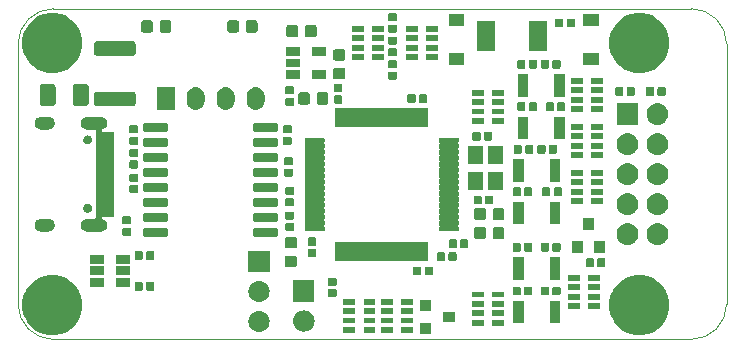
<source format=gbr>
G04 #@! TF.GenerationSoftware,KiCad,Pcbnew,5.1.4+dfsg1-1*
G04 #@! TF.CreationDate,2020-04-26T22:09:24+04:00*
G04 #@! TF.ProjectId,RailLink,5261696c-4c69-46e6-9b2e-6b696361645f,rev?*
G04 #@! TF.SameCoordinates,Original*
G04 #@! TF.FileFunction,Soldermask,Top*
G04 #@! TF.FilePolarity,Negative*
%FSLAX46Y46*%
G04 Gerber Fmt 4.6, Leading zero omitted, Abs format (unit mm)*
G04 Created by KiCad (PCBNEW 5.1.4+dfsg1-1) date 2020-04-26 22:09:24*
%MOMM*%
%LPD*%
G04 APERTURE LIST*
%ADD10C,0.050000*%
%ADD11C,0.160000*%
G04 APERTURE END LIST*
D10*
X103000000Y-128000000D02*
G75*
G02X100000000Y-125000000I0J3000000D01*
G01*
X100000000Y-103000000D02*
G75*
G02X103000000Y-100000000I3000000J0D01*
G01*
X157000000Y-100000000D02*
G75*
G02X160000000Y-103000000I0J-3000000D01*
G01*
X160000000Y-125000000D02*
G75*
G02X157000000Y-128000000I-3000000J0D01*
G01*
X157000000Y-100000000D02*
X103000000Y-100000000D01*
X160000000Y-125000000D02*
X160000000Y-103000000D01*
X103000000Y-128000000D02*
X157000000Y-128000000D01*
X100000000Y-103000000D02*
X100000000Y-125000000D01*
D11*
G36*
X153343807Y-122647995D02*
G01*
X153343809Y-122647996D01*
X153343810Y-122647996D01*
X153479734Y-122704298D01*
X153807878Y-122840220D01*
X153954429Y-122938142D01*
X154225529Y-123119285D01*
X154580715Y-123474471D01*
X154714704Y-123675000D01*
X154859780Y-123892122D01*
X154966597Y-124150000D01*
X155038469Y-124323513D01*
X155052005Y-124356193D01*
X155150000Y-124848847D01*
X155150000Y-125351153D01*
X155052005Y-125843807D01*
X154859780Y-126307878D01*
X154771499Y-126440000D01*
X154626885Y-126656431D01*
X154580714Y-126725530D01*
X154225530Y-127080714D01*
X153807878Y-127359780D01*
X153650423Y-127425000D01*
X153343810Y-127552004D01*
X153343809Y-127552004D01*
X153343807Y-127552005D01*
X152851153Y-127650000D01*
X152348847Y-127650000D01*
X151856193Y-127552005D01*
X151856191Y-127552004D01*
X151856190Y-127552004D01*
X151549577Y-127425000D01*
X151392122Y-127359780D01*
X150974470Y-127080714D01*
X150619286Y-126725530D01*
X150573116Y-126656431D01*
X150428501Y-126440000D01*
X150340220Y-126307878D01*
X150147995Y-125843807D01*
X150050000Y-125351153D01*
X150050000Y-124848847D01*
X150147995Y-124356193D01*
X150161532Y-124323513D01*
X150233403Y-124150000D01*
X150340220Y-123892122D01*
X150485296Y-123675000D01*
X150619285Y-123474471D01*
X150974471Y-123119285D01*
X151245571Y-122938142D01*
X151392122Y-122840220D01*
X151720266Y-122704298D01*
X151856190Y-122647996D01*
X151856191Y-122647996D01*
X151856193Y-122647995D01*
X152348847Y-122550000D01*
X152851153Y-122550000D01*
X153343807Y-122647995D01*
X153343807Y-122647995D01*
G37*
G36*
X103643807Y-122647995D02*
G01*
X103643809Y-122647996D01*
X103643810Y-122647996D01*
X103779734Y-122704298D01*
X104107878Y-122840220D01*
X104254429Y-122938142D01*
X104525529Y-123119285D01*
X104880715Y-123474471D01*
X105014704Y-123675000D01*
X105159780Y-123892122D01*
X105266597Y-124150000D01*
X105338469Y-124323513D01*
X105352005Y-124356193D01*
X105450000Y-124848847D01*
X105450000Y-125351153D01*
X105352005Y-125843807D01*
X105159780Y-126307878D01*
X105071499Y-126440000D01*
X104926885Y-126656431D01*
X104880714Y-126725530D01*
X104525530Y-127080714D01*
X104107878Y-127359780D01*
X103950423Y-127425000D01*
X103643810Y-127552004D01*
X103643809Y-127552004D01*
X103643807Y-127552005D01*
X103151153Y-127650000D01*
X102648847Y-127650000D01*
X102156193Y-127552005D01*
X102156191Y-127552004D01*
X102156190Y-127552004D01*
X101849577Y-127425000D01*
X101692122Y-127359780D01*
X101274470Y-127080714D01*
X100919286Y-126725530D01*
X100873116Y-126656431D01*
X100728501Y-126440000D01*
X100640220Y-126307878D01*
X100447995Y-125843807D01*
X100350000Y-125351153D01*
X100350000Y-124848847D01*
X100447995Y-124356193D01*
X100461532Y-124323513D01*
X100533403Y-124150000D01*
X100640220Y-123892122D01*
X100785296Y-123675000D01*
X100919285Y-123474471D01*
X101274471Y-123119285D01*
X101545571Y-122938142D01*
X101692122Y-122840220D01*
X102020266Y-122704298D01*
X102156190Y-122647996D01*
X102156191Y-122647996D01*
X102156193Y-122647995D01*
X102648847Y-122550000D01*
X103151153Y-122550000D01*
X103643807Y-122647995D01*
X103643807Y-122647995D01*
G37*
G36*
X135000000Y-127500000D02*
G01*
X134000000Y-127500000D01*
X134000000Y-126600000D01*
X135000000Y-126600000D01*
X135000000Y-127500000D01*
X135000000Y-127500000D01*
G37*
G36*
X130250000Y-127450000D02*
G01*
X129250000Y-127450000D01*
X129250000Y-126950000D01*
X130250000Y-126950000D01*
X130250000Y-127450000D01*
X130250000Y-127450000D01*
G37*
G36*
X128550000Y-127450000D02*
G01*
X127550000Y-127450000D01*
X127550000Y-126950000D01*
X128550000Y-126950000D01*
X128550000Y-127450000D01*
X128550000Y-127450000D01*
G37*
G36*
X131750000Y-127450000D02*
G01*
X130750000Y-127450000D01*
X130750000Y-126950000D01*
X131750000Y-126950000D01*
X131750000Y-127450000D01*
X131750000Y-127450000D01*
G37*
G36*
X133450000Y-127450000D02*
G01*
X132450000Y-127450000D01*
X132450000Y-126950000D01*
X133450000Y-126950000D01*
X133450000Y-127450000D01*
X133450000Y-127450000D01*
G37*
G36*
X120576429Y-125593022D02*
G01*
X120746082Y-125644486D01*
X120902432Y-125728057D01*
X121039475Y-125840525D01*
X121151943Y-125977568D01*
X121235514Y-126133918D01*
X121286978Y-126303571D01*
X121304355Y-126480000D01*
X121286978Y-126656429D01*
X121235514Y-126826082D01*
X121151943Y-126982432D01*
X121039475Y-127119475D01*
X120902432Y-127231943D01*
X120746082Y-127315514D01*
X120576429Y-127366978D01*
X120444212Y-127380000D01*
X120355788Y-127380000D01*
X120223571Y-127366978D01*
X120053918Y-127315514D01*
X119897568Y-127231943D01*
X119760525Y-127119475D01*
X119648057Y-126982432D01*
X119564486Y-126826082D01*
X119513022Y-126656429D01*
X119495645Y-126480000D01*
X119513022Y-126303571D01*
X119564486Y-126133918D01*
X119648057Y-125977568D01*
X119760525Y-125840525D01*
X119897568Y-125728057D01*
X120053918Y-125644486D01*
X120223571Y-125593022D01*
X120355788Y-125580000D01*
X120444212Y-125580000D01*
X120576429Y-125593022D01*
X120576429Y-125593022D01*
G37*
G36*
X124376429Y-125553022D02*
G01*
X124546082Y-125604486D01*
X124702432Y-125688057D01*
X124839475Y-125800525D01*
X124951943Y-125937568D01*
X125035514Y-126093918D01*
X125086978Y-126263571D01*
X125104355Y-126440000D01*
X125086978Y-126616429D01*
X125035514Y-126786082D01*
X124951943Y-126942432D01*
X124839475Y-127079475D01*
X124702432Y-127191943D01*
X124546082Y-127275514D01*
X124376429Y-127326978D01*
X124244212Y-127340000D01*
X124155788Y-127340000D01*
X124023571Y-127326978D01*
X123853918Y-127275514D01*
X123697568Y-127191943D01*
X123560525Y-127079475D01*
X123448057Y-126942432D01*
X123364486Y-126786082D01*
X123313022Y-126616429D01*
X123295645Y-126440000D01*
X123313022Y-126263571D01*
X123364486Y-126093918D01*
X123448057Y-125937568D01*
X123560525Y-125800525D01*
X123697568Y-125688057D01*
X123853918Y-125604486D01*
X124023571Y-125553022D01*
X124155788Y-125540000D01*
X124244212Y-125540000D01*
X124376429Y-125553022D01*
X124376429Y-125553022D01*
G37*
G36*
X139450000Y-126850000D02*
G01*
X138450000Y-126850000D01*
X138450000Y-126350000D01*
X139450000Y-126350000D01*
X139450000Y-126850000D01*
X139450000Y-126850000D01*
G37*
G36*
X141150000Y-126850000D02*
G01*
X140150000Y-126850000D01*
X140150000Y-126350000D01*
X141150000Y-126350000D01*
X141150000Y-126850000D01*
X141150000Y-126850000D01*
G37*
G36*
X130250000Y-126650000D02*
G01*
X129250000Y-126650000D01*
X129250000Y-126150000D01*
X130250000Y-126150000D01*
X130250000Y-126650000D01*
X130250000Y-126650000D01*
G37*
G36*
X145900000Y-126650000D02*
G01*
X145000000Y-126650000D01*
X145000000Y-124750000D01*
X145900000Y-124750000D01*
X145900000Y-126650000D01*
X145900000Y-126650000D01*
G37*
G36*
X128550000Y-126650000D02*
G01*
X127550000Y-126650000D01*
X127550000Y-126150000D01*
X128550000Y-126150000D01*
X128550000Y-126650000D01*
X128550000Y-126650000D01*
G37*
G36*
X131750000Y-126650000D02*
G01*
X130750000Y-126650000D01*
X130750000Y-126150000D01*
X131750000Y-126150000D01*
X131750000Y-126650000D01*
X131750000Y-126650000D01*
G37*
G36*
X133450000Y-126650000D02*
G01*
X132450000Y-126650000D01*
X132450000Y-126150000D01*
X133450000Y-126150000D01*
X133450000Y-126650000D01*
X133450000Y-126650000D01*
G37*
G36*
X142800000Y-126650000D02*
G01*
X141900000Y-126650000D01*
X141900000Y-124750000D01*
X142800000Y-124750000D01*
X142800000Y-126650000D01*
X142800000Y-126650000D01*
G37*
G36*
X137000000Y-126550000D02*
G01*
X136000000Y-126550000D01*
X136000000Y-125650000D01*
X137000000Y-125650000D01*
X137000000Y-126550000D01*
X137000000Y-126550000D01*
G37*
G36*
X139450000Y-126050000D02*
G01*
X138450000Y-126050000D01*
X138450000Y-125550000D01*
X139450000Y-125550000D01*
X139450000Y-126050000D01*
X139450000Y-126050000D01*
G37*
G36*
X141150000Y-126050000D02*
G01*
X140150000Y-126050000D01*
X140150000Y-125550000D01*
X141150000Y-125550000D01*
X141150000Y-126050000D01*
X141150000Y-126050000D01*
G37*
G36*
X131750000Y-125850000D02*
G01*
X130750000Y-125850000D01*
X130750000Y-125350000D01*
X131750000Y-125350000D01*
X131750000Y-125850000D01*
X131750000Y-125850000D01*
G37*
G36*
X130250000Y-125850000D02*
G01*
X129250000Y-125850000D01*
X129250000Y-125350000D01*
X130250000Y-125350000D01*
X130250000Y-125850000D01*
X130250000Y-125850000D01*
G37*
G36*
X128550000Y-125850000D02*
G01*
X127550000Y-125850000D01*
X127550000Y-125350000D01*
X128550000Y-125350000D01*
X128550000Y-125850000D01*
X128550000Y-125850000D01*
G37*
G36*
X133450000Y-125850000D02*
G01*
X132450000Y-125850000D01*
X132450000Y-125350000D01*
X133450000Y-125350000D01*
X133450000Y-125850000D01*
X133450000Y-125850000D01*
G37*
G36*
X135000000Y-125600000D02*
G01*
X134000000Y-125600000D01*
X134000000Y-124700000D01*
X135000000Y-124700000D01*
X135000000Y-125600000D01*
X135000000Y-125600000D01*
G37*
G36*
X147550000Y-125450000D02*
G01*
X146550000Y-125450000D01*
X146550000Y-124950000D01*
X147550000Y-124950000D01*
X147550000Y-125450000D01*
X147550000Y-125450000D01*
G37*
G36*
X149250000Y-125450000D02*
G01*
X148250000Y-125450000D01*
X148250000Y-124950000D01*
X149250000Y-124950000D01*
X149250000Y-125450000D01*
X149250000Y-125450000D01*
G37*
G36*
X139450000Y-125250000D02*
G01*
X138450000Y-125250000D01*
X138450000Y-124750000D01*
X139450000Y-124750000D01*
X139450000Y-125250000D01*
X139450000Y-125250000D01*
G37*
G36*
X141150000Y-125250000D02*
G01*
X140150000Y-125250000D01*
X140150000Y-124750000D01*
X141150000Y-124750000D01*
X141150000Y-125250000D01*
X141150000Y-125250000D01*
G37*
G36*
X133450000Y-125050000D02*
G01*
X132450000Y-125050000D01*
X132450000Y-124550000D01*
X133450000Y-124550000D01*
X133450000Y-125050000D01*
X133450000Y-125050000D01*
G37*
G36*
X130250000Y-125050000D02*
G01*
X129250000Y-125050000D01*
X129250000Y-124550000D01*
X130250000Y-124550000D01*
X130250000Y-125050000D01*
X130250000Y-125050000D01*
G37*
G36*
X131750000Y-125050000D02*
G01*
X130750000Y-125050000D01*
X130750000Y-124550000D01*
X131750000Y-124550000D01*
X131750000Y-125050000D01*
X131750000Y-125050000D01*
G37*
G36*
X128550000Y-125050000D02*
G01*
X127550000Y-125050000D01*
X127550000Y-124550000D01*
X128550000Y-124550000D01*
X128550000Y-125050000D01*
X128550000Y-125050000D01*
G37*
G36*
X120576429Y-123053022D02*
G01*
X120746082Y-123104486D01*
X120902432Y-123188057D01*
X121039475Y-123300525D01*
X121151943Y-123437568D01*
X121235514Y-123593918D01*
X121286978Y-123763571D01*
X121304355Y-123940000D01*
X121286978Y-124116429D01*
X121235514Y-124286082D01*
X121151943Y-124442432D01*
X121039475Y-124579475D01*
X120902432Y-124691943D01*
X120746082Y-124775514D01*
X120576429Y-124826978D01*
X120444212Y-124840000D01*
X120355788Y-124840000D01*
X120223571Y-124826978D01*
X120053918Y-124775514D01*
X119897568Y-124691943D01*
X119760525Y-124579475D01*
X119648057Y-124442432D01*
X119564486Y-124286082D01*
X119513022Y-124116429D01*
X119495645Y-123940000D01*
X119513022Y-123763571D01*
X119564486Y-123593918D01*
X119648057Y-123437568D01*
X119760525Y-123300525D01*
X119897568Y-123188057D01*
X120053918Y-123104486D01*
X120223571Y-123053022D01*
X120355788Y-123040000D01*
X120444212Y-123040000D01*
X120576429Y-123053022D01*
X120576429Y-123053022D01*
G37*
G36*
X125100000Y-124800000D02*
G01*
X123300000Y-124800000D01*
X123300000Y-123000000D01*
X125100000Y-123000000D01*
X125100000Y-124800000D01*
X125100000Y-124800000D01*
G37*
G36*
X149250000Y-124650000D02*
G01*
X148250000Y-124650000D01*
X148250000Y-124150000D01*
X149250000Y-124150000D01*
X149250000Y-124650000D01*
X149250000Y-124650000D01*
G37*
G36*
X147550000Y-124650000D02*
G01*
X146550000Y-124650000D01*
X146550000Y-124150000D01*
X147550000Y-124150000D01*
X147550000Y-124650000D01*
X147550000Y-124650000D01*
G37*
G36*
X139450000Y-124450000D02*
G01*
X138450000Y-124450000D01*
X138450000Y-123950000D01*
X139450000Y-123950000D01*
X139450000Y-124450000D01*
X139450000Y-124450000D01*
G37*
G36*
X141150000Y-124450000D02*
G01*
X140150000Y-124450000D01*
X140150000Y-123950000D01*
X141150000Y-123950000D01*
X141150000Y-124450000D01*
X141150000Y-124450000D01*
G37*
G36*
X126871305Y-123742829D02*
G01*
X126894196Y-123749773D01*
X126915288Y-123761047D01*
X126933779Y-123776221D01*
X126948953Y-123794712D01*
X126960227Y-123815804D01*
X126967171Y-123838695D01*
X126970000Y-123867417D01*
X126970000Y-124302583D01*
X126967171Y-124331305D01*
X126960227Y-124354196D01*
X126948953Y-124375288D01*
X126933779Y-124393779D01*
X126915288Y-124408953D01*
X126894196Y-124420227D01*
X126871305Y-124427171D01*
X126842583Y-124430000D01*
X126357417Y-124430000D01*
X126328695Y-124427171D01*
X126305804Y-124420227D01*
X126284712Y-124408953D01*
X126266221Y-124393779D01*
X126251047Y-124375288D01*
X126239773Y-124354196D01*
X126232829Y-124331305D01*
X126230000Y-124302583D01*
X126230000Y-123867417D01*
X126232829Y-123838695D01*
X126239773Y-123815804D01*
X126251047Y-123794712D01*
X126266221Y-123776221D01*
X126284712Y-123761047D01*
X126305804Y-123749773D01*
X126328695Y-123742829D01*
X126357417Y-123740000D01*
X126842583Y-123740000D01*
X126871305Y-123742829D01*
X126871305Y-123742829D01*
G37*
G36*
X143431305Y-123532829D02*
G01*
X143454196Y-123539773D01*
X143475288Y-123551047D01*
X143493779Y-123566221D01*
X143508953Y-123584712D01*
X143520227Y-123605804D01*
X143527171Y-123628695D01*
X143530000Y-123657417D01*
X143530000Y-124142583D01*
X143527171Y-124171305D01*
X143520227Y-124194196D01*
X143508953Y-124215288D01*
X143493779Y-124233779D01*
X143475288Y-124248953D01*
X143454196Y-124260227D01*
X143431305Y-124267171D01*
X143402583Y-124270000D01*
X142967417Y-124270000D01*
X142938695Y-124267171D01*
X142915804Y-124260227D01*
X142894712Y-124248953D01*
X142876221Y-124233779D01*
X142861047Y-124215288D01*
X142849773Y-124194196D01*
X142842829Y-124171305D01*
X142840000Y-124142583D01*
X142840000Y-123657417D01*
X142842829Y-123628695D01*
X142849773Y-123605804D01*
X142861047Y-123584712D01*
X142876221Y-123566221D01*
X142894712Y-123551047D01*
X142915804Y-123539773D01*
X142938695Y-123532829D01*
X142967417Y-123530000D01*
X143402583Y-123530000D01*
X143431305Y-123532829D01*
X143431305Y-123532829D01*
G37*
G36*
X144861305Y-123532829D02*
G01*
X144884196Y-123539773D01*
X144905288Y-123551047D01*
X144923779Y-123566221D01*
X144938953Y-123584712D01*
X144950227Y-123605804D01*
X144957171Y-123628695D01*
X144960000Y-123657417D01*
X144960000Y-124142583D01*
X144957171Y-124171305D01*
X144950227Y-124194196D01*
X144938953Y-124215288D01*
X144923779Y-124233779D01*
X144905288Y-124248953D01*
X144884196Y-124260227D01*
X144861305Y-124267171D01*
X144832583Y-124270000D01*
X144397417Y-124270000D01*
X144368695Y-124267171D01*
X144345804Y-124260227D01*
X144324712Y-124248953D01*
X144306221Y-124233779D01*
X144291047Y-124215288D01*
X144279773Y-124194196D01*
X144272829Y-124171305D01*
X144270000Y-124142583D01*
X144270000Y-123657417D01*
X144272829Y-123628695D01*
X144279773Y-123605804D01*
X144291047Y-123584712D01*
X144306221Y-123566221D01*
X144324712Y-123551047D01*
X144345804Y-123539773D01*
X144368695Y-123532829D01*
X144397417Y-123530000D01*
X144832583Y-123530000D01*
X144861305Y-123532829D01*
X144861305Y-123532829D01*
G37*
G36*
X145831305Y-123532829D02*
G01*
X145854196Y-123539773D01*
X145875288Y-123551047D01*
X145893779Y-123566221D01*
X145908953Y-123584712D01*
X145920227Y-123605804D01*
X145927171Y-123628695D01*
X145930000Y-123657417D01*
X145930000Y-124142583D01*
X145927171Y-124171305D01*
X145920227Y-124194196D01*
X145908953Y-124215288D01*
X145893779Y-124233779D01*
X145875288Y-124248953D01*
X145854196Y-124260227D01*
X145831305Y-124267171D01*
X145802583Y-124270000D01*
X145367417Y-124270000D01*
X145338695Y-124267171D01*
X145315804Y-124260227D01*
X145294712Y-124248953D01*
X145276221Y-124233779D01*
X145261047Y-124215288D01*
X145249773Y-124194196D01*
X145242829Y-124171305D01*
X145240000Y-124142583D01*
X145240000Y-123657417D01*
X145242829Y-123628695D01*
X145249773Y-123605804D01*
X145261047Y-123584712D01*
X145276221Y-123566221D01*
X145294712Y-123551047D01*
X145315804Y-123539773D01*
X145338695Y-123532829D01*
X145367417Y-123530000D01*
X145802583Y-123530000D01*
X145831305Y-123532829D01*
X145831305Y-123532829D01*
G37*
G36*
X142461305Y-123532829D02*
G01*
X142484196Y-123539773D01*
X142505288Y-123551047D01*
X142523779Y-123566221D01*
X142538953Y-123584712D01*
X142550227Y-123605804D01*
X142557171Y-123628695D01*
X142560000Y-123657417D01*
X142560000Y-124142583D01*
X142557171Y-124171305D01*
X142550227Y-124194196D01*
X142538953Y-124215288D01*
X142523779Y-124233779D01*
X142505288Y-124248953D01*
X142484196Y-124260227D01*
X142461305Y-124267171D01*
X142432583Y-124270000D01*
X141997417Y-124270000D01*
X141968695Y-124267171D01*
X141945804Y-124260227D01*
X141924712Y-124248953D01*
X141906221Y-124233779D01*
X141891047Y-124215288D01*
X141879773Y-124194196D01*
X141872829Y-124171305D01*
X141870000Y-124142583D01*
X141870000Y-123657417D01*
X141872829Y-123628695D01*
X141879773Y-123605804D01*
X141891047Y-123584712D01*
X141906221Y-123566221D01*
X141924712Y-123551047D01*
X141945804Y-123539773D01*
X141968695Y-123532829D01*
X141997417Y-123530000D01*
X142432583Y-123530000D01*
X142461305Y-123532829D01*
X142461305Y-123532829D01*
G37*
G36*
X111431305Y-123132829D02*
G01*
X111454196Y-123139773D01*
X111475288Y-123151047D01*
X111493779Y-123166221D01*
X111508953Y-123184712D01*
X111520227Y-123205804D01*
X111527171Y-123228695D01*
X111530000Y-123257417D01*
X111530000Y-123742583D01*
X111527171Y-123771305D01*
X111520227Y-123794196D01*
X111508953Y-123815288D01*
X111493779Y-123833779D01*
X111475288Y-123848953D01*
X111454196Y-123860227D01*
X111431305Y-123867171D01*
X111402583Y-123870000D01*
X110967417Y-123870000D01*
X110938695Y-123867171D01*
X110915804Y-123860227D01*
X110894712Y-123848953D01*
X110876221Y-123833779D01*
X110861047Y-123815288D01*
X110849773Y-123794196D01*
X110842829Y-123771305D01*
X110840000Y-123742583D01*
X110840000Y-123257417D01*
X110842829Y-123228695D01*
X110849773Y-123205804D01*
X110861047Y-123184712D01*
X110876221Y-123166221D01*
X110894712Y-123151047D01*
X110915804Y-123139773D01*
X110938695Y-123132829D01*
X110967417Y-123130000D01*
X111402583Y-123130000D01*
X111431305Y-123132829D01*
X111431305Y-123132829D01*
G37*
G36*
X110461305Y-123132829D02*
G01*
X110484196Y-123139773D01*
X110505288Y-123151047D01*
X110523779Y-123166221D01*
X110538953Y-123184712D01*
X110550227Y-123205804D01*
X110557171Y-123228695D01*
X110560000Y-123257417D01*
X110560000Y-123742583D01*
X110557171Y-123771305D01*
X110550227Y-123794196D01*
X110538953Y-123815288D01*
X110523779Y-123833779D01*
X110505288Y-123848953D01*
X110484196Y-123860227D01*
X110461305Y-123867171D01*
X110432583Y-123870000D01*
X109997417Y-123870000D01*
X109968695Y-123867171D01*
X109945804Y-123860227D01*
X109924712Y-123848953D01*
X109906221Y-123833779D01*
X109891047Y-123815288D01*
X109879773Y-123794196D01*
X109872829Y-123771305D01*
X109870000Y-123742583D01*
X109870000Y-123257417D01*
X109872829Y-123228695D01*
X109879773Y-123205804D01*
X109891047Y-123184712D01*
X109906221Y-123166221D01*
X109924712Y-123151047D01*
X109945804Y-123139773D01*
X109968695Y-123132829D01*
X109997417Y-123130000D01*
X110432583Y-123130000D01*
X110461305Y-123132829D01*
X110461305Y-123132829D01*
G37*
G36*
X149250000Y-123850000D02*
G01*
X148250000Y-123850000D01*
X148250000Y-123350000D01*
X149250000Y-123350000D01*
X149250000Y-123850000D01*
X149250000Y-123850000D01*
G37*
G36*
X147550000Y-123850000D02*
G01*
X146550000Y-123850000D01*
X146550000Y-123350000D01*
X147550000Y-123350000D01*
X147550000Y-123850000D01*
X147550000Y-123850000D01*
G37*
G36*
X107280000Y-123525000D02*
G01*
X106120000Y-123525000D01*
X106120000Y-122775000D01*
X107280000Y-122775000D01*
X107280000Y-123525000D01*
X107280000Y-123525000D01*
G37*
G36*
X109480000Y-123525000D02*
G01*
X108320000Y-123525000D01*
X108320000Y-122775000D01*
X109480000Y-122775000D01*
X109480000Y-123525000D01*
X109480000Y-123525000D01*
G37*
G36*
X126871305Y-122772829D02*
G01*
X126894196Y-122779773D01*
X126915288Y-122791047D01*
X126933779Y-122806221D01*
X126948953Y-122824712D01*
X126960227Y-122845804D01*
X126967171Y-122868695D01*
X126970000Y-122897417D01*
X126970000Y-123332583D01*
X126967171Y-123361305D01*
X126960227Y-123384196D01*
X126948953Y-123405288D01*
X126933779Y-123423779D01*
X126915288Y-123438953D01*
X126894196Y-123450227D01*
X126871305Y-123457171D01*
X126842583Y-123460000D01*
X126357417Y-123460000D01*
X126328695Y-123457171D01*
X126305804Y-123450227D01*
X126284712Y-123438953D01*
X126266221Y-123423779D01*
X126251047Y-123405288D01*
X126239773Y-123384196D01*
X126232829Y-123361305D01*
X126230000Y-123332583D01*
X126230000Y-122897417D01*
X126232829Y-122868695D01*
X126239773Y-122845804D01*
X126251047Y-122824712D01*
X126266221Y-122806221D01*
X126284712Y-122791047D01*
X126305804Y-122779773D01*
X126328695Y-122772829D01*
X126357417Y-122770000D01*
X126842583Y-122770000D01*
X126871305Y-122772829D01*
X126871305Y-122772829D01*
G37*
G36*
X147550000Y-123050000D02*
G01*
X146550000Y-123050000D01*
X146550000Y-122550000D01*
X147550000Y-122550000D01*
X147550000Y-123050000D01*
X147550000Y-123050000D01*
G37*
G36*
X149250000Y-123050000D02*
G01*
X148250000Y-123050000D01*
X148250000Y-122550000D01*
X149250000Y-122550000D01*
X149250000Y-123050000D01*
X149250000Y-123050000D01*
G37*
G36*
X142800000Y-122950000D02*
G01*
X141900000Y-122950000D01*
X141900000Y-121050000D01*
X142800000Y-121050000D01*
X142800000Y-122950000D01*
X142800000Y-122950000D01*
G37*
G36*
X145900000Y-122950000D02*
G01*
X145000000Y-122950000D01*
X145000000Y-121050000D01*
X145900000Y-121050000D01*
X145900000Y-122950000D01*
X145900000Y-122950000D01*
G37*
G36*
X109480000Y-122575000D02*
G01*
X108320000Y-122575000D01*
X108320000Y-121825000D01*
X109480000Y-121825000D01*
X109480000Y-122575000D01*
X109480000Y-122575000D01*
G37*
G36*
X107280000Y-122575000D02*
G01*
X106120000Y-122575000D01*
X106120000Y-121825000D01*
X107280000Y-121825000D01*
X107280000Y-122575000D01*
X107280000Y-122575000D01*
G37*
G36*
X134061305Y-121832829D02*
G01*
X134084196Y-121839773D01*
X134105288Y-121851047D01*
X134123779Y-121866221D01*
X134138953Y-121884712D01*
X134150227Y-121905804D01*
X134157171Y-121928695D01*
X134160000Y-121957417D01*
X134160000Y-122442583D01*
X134157171Y-122471305D01*
X134150227Y-122494196D01*
X134138953Y-122515288D01*
X134123779Y-122533779D01*
X134105288Y-122548953D01*
X134084196Y-122560227D01*
X134061305Y-122567171D01*
X134032583Y-122570000D01*
X133597417Y-122570000D01*
X133568695Y-122567171D01*
X133545804Y-122560227D01*
X133524712Y-122548953D01*
X133506221Y-122533779D01*
X133491047Y-122515288D01*
X133479773Y-122494196D01*
X133472829Y-122471305D01*
X133470000Y-122442583D01*
X133470000Y-121957417D01*
X133472829Y-121928695D01*
X133479773Y-121905804D01*
X133491047Y-121884712D01*
X133506221Y-121866221D01*
X133524712Y-121851047D01*
X133545804Y-121839773D01*
X133568695Y-121832829D01*
X133597417Y-121830000D01*
X134032583Y-121830000D01*
X134061305Y-121832829D01*
X134061305Y-121832829D01*
G37*
G36*
X135031305Y-121832829D02*
G01*
X135054196Y-121839773D01*
X135075288Y-121851047D01*
X135093779Y-121866221D01*
X135108953Y-121884712D01*
X135120227Y-121905804D01*
X135127171Y-121928695D01*
X135130000Y-121957417D01*
X135130000Y-122442583D01*
X135127171Y-122471305D01*
X135120227Y-122494196D01*
X135108953Y-122515288D01*
X135093779Y-122533779D01*
X135075288Y-122548953D01*
X135054196Y-122560227D01*
X135031305Y-122567171D01*
X135002583Y-122570000D01*
X134567417Y-122570000D01*
X134538695Y-122567171D01*
X134515804Y-122560227D01*
X134494712Y-122548953D01*
X134476221Y-122533779D01*
X134461047Y-122515288D01*
X134449773Y-122494196D01*
X134442829Y-122471305D01*
X134440000Y-122442583D01*
X134440000Y-121957417D01*
X134442829Y-121928695D01*
X134449773Y-121905804D01*
X134461047Y-121884712D01*
X134476221Y-121866221D01*
X134494712Y-121851047D01*
X134515804Y-121839773D01*
X134538695Y-121832829D01*
X134567417Y-121830000D01*
X135002583Y-121830000D01*
X135031305Y-121832829D01*
X135031305Y-121832829D01*
G37*
G36*
X121300000Y-122300000D02*
G01*
X119500000Y-122300000D01*
X119500000Y-120500000D01*
X121300000Y-120500000D01*
X121300000Y-122300000D01*
X121300000Y-122300000D01*
G37*
G36*
X123468958Y-120904198D02*
G01*
X123505208Y-120915194D01*
X123538623Y-120933055D01*
X123567910Y-120957090D01*
X123591945Y-120986377D01*
X123609806Y-121019792D01*
X123620802Y-121056042D01*
X123625000Y-121098667D01*
X123625000Y-121676333D01*
X123620802Y-121718958D01*
X123609806Y-121755208D01*
X123591945Y-121788623D01*
X123567910Y-121817910D01*
X123538623Y-121841945D01*
X123505208Y-121859806D01*
X123468958Y-121870802D01*
X123426333Y-121875000D01*
X122773667Y-121875000D01*
X122731042Y-121870802D01*
X122694792Y-121859806D01*
X122661377Y-121841945D01*
X122632090Y-121817910D01*
X122608055Y-121788623D01*
X122590194Y-121755208D01*
X122579198Y-121718958D01*
X122575000Y-121676333D01*
X122575000Y-121098667D01*
X122579198Y-121056042D01*
X122590194Y-121019792D01*
X122608055Y-120986377D01*
X122632090Y-120957090D01*
X122661377Y-120933055D01*
X122694792Y-120915194D01*
X122731042Y-120904198D01*
X122773667Y-120900000D01*
X123426333Y-120900000D01*
X123468958Y-120904198D01*
X123468958Y-120904198D01*
G37*
G36*
X148661305Y-121132829D02*
G01*
X148684196Y-121139773D01*
X148705288Y-121151047D01*
X148723779Y-121166221D01*
X148738953Y-121184712D01*
X148750227Y-121205804D01*
X148757171Y-121228695D01*
X148760000Y-121257417D01*
X148760000Y-121742583D01*
X148757171Y-121771305D01*
X148750227Y-121794196D01*
X148738953Y-121815288D01*
X148723779Y-121833779D01*
X148705288Y-121848953D01*
X148684196Y-121860227D01*
X148661305Y-121867171D01*
X148632583Y-121870000D01*
X148197417Y-121870000D01*
X148168695Y-121867171D01*
X148145804Y-121860227D01*
X148124712Y-121848953D01*
X148106221Y-121833779D01*
X148091047Y-121815288D01*
X148079773Y-121794196D01*
X148072829Y-121771305D01*
X148070000Y-121742583D01*
X148070000Y-121257417D01*
X148072829Y-121228695D01*
X148079773Y-121205804D01*
X148091047Y-121184712D01*
X148106221Y-121166221D01*
X148124712Y-121151047D01*
X148145804Y-121139773D01*
X148168695Y-121132829D01*
X148197417Y-121130000D01*
X148632583Y-121130000D01*
X148661305Y-121132829D01*
X148661305Y-121132829D01*
G37*
G36*
X149631305Y-121132829D02*
G01*
X149654196Y-121139773D01*
X149675288Y-121151047D01*
X149693779Y-121166221D01*
X149708953Y-121184712D01*
X149720227Y-121205804D01*
X149727171Y-121228695D01*
X149730000Y-121257417D01*
X149730000Y-121742583D01*
X149727171Y-121771305D01*
X149720227Y-121794196D01*
X149708953Y-121815288D01*
X149693779Y-121833779D01*
X149675288Y-121848953D01*
X149654196Y-121860227D01*
X149631305Y-121867171D01*
X149602583Y-121870000D01*
X149167417Y-121870000D01*
X149138695Y-121867171D01*
X149115804Y-121860227D01*
X149094712Y-121848953D01*
X149076221Y-121833779D01*
X149061047Y-121815288D01*
X149049773Y-121794196D01*
X149042829Y-121771305D01*
X149040000Y-121742583D01*
X149040000Y-121257417D01*
X149042829Y-121228695D01*
X149049773Y-121205804D01*
X149061047Y-121184712D01*
X149076221Y-121166221D01*
X149094712Y-121151047D01*
X149115804Y-121139773D01*
X149138695Y-121132829D01*
X149167417Y-121130000D01*
X149602583Y-121130000D01*
X149631305Y-121132829D01*
X149631305Y-121132829D01*
G37*
G36*
X107280000Y-121625000D02*
G01*
X106120000Y-121625000D01*
X106120000Y-120875000D01*
X107280000Y-120875000D01*
X107280000Y-121625000D01*
X107280000Y-121625000D01*
G37*
G36*
X109480000Y-121625000D02*
G01*
X108320000Y-121625000D01*
X108320000Y-120875000D01*
X109480000Y-120875000D01*
X109480000Y-121625000D01*
X109480000Y-121625000D01*
G37*
G36*
X127209661Y-119751436D02*
G01*
X127218950Y-119754253D01*
X127227511Y-119758829D01*
X127236560Y-119766256D01*
X127252860Y-119777148D01*
X127270970Y-119784650D01*
X127290197Y-119788474D01*
X127309800Y-119788475D01*
X127329027Y-119784650D01*
X127347138Y-119777149D01*
X127363440Y-119766256D01*
X127372489Y-119758829D01*
X127381050Y-119754253D01*
X127390339Y-119751436D01*
X127404917Y-119750000D01*
X127695083Y-119750000D01*
X127709661Y-119751436D01*
X127718950Y-119754253D01*
X127727511Y-119758829D01*
X127736560Y-119766256D01*
X127752860Y-119777148D01*
X127770970Y-119784650D01*
X127790197Y-119788474D01*
X127809800Y-119788475D01*
X127829027Y-119784650D01*
X127847138Y-119777149D01*
X127863440Y-119766256D01*
X127872489Y-119758829D01*
X127881050Y-119754253D01*
X127890339Y-119751436D01*
X127904917Y-119750000D01*
X128195083Y-119750000D01*
X128209661Y-119751436D01*
X128218950Y-119754253D01*
X128227511Y-119758829D01*
X128236560Y-119766256D01*
X128252860Y-119777148D01*
X128270970Y-119784650D01*
X128290197Y-119788474D01*
X128309800Y-119788475D01*
X128329027Y-119784650D01*
X128347138Y-119777149D01*
X128363440Y-119766256D01*
X128372489Y-119758829D01*
X128381050Y-119754253D01*
X128390339Y-119751436D01*
X128404917Y-119750000D01*
X128695083Y-119750000D01*
X128709661Y-119751436D01*
X128718950Y-119754253D01*
X128727511Y-119758829D01*
X128736560Y-119766256D01*
X128752860Y-119777148D01*
X128770970Y-119784650D01*
X128790197Y-119788474D01*
X128809800Y-119788475D01*
X128829027Y-119784650D01*
X128847138Y-119777149D01*
X128863440Y-119766256D01*
X128872489Y-119758829D01*
X128881050Y-119754253D01*
X128890339Y-119751436D01*
X128904917Y-119750000D01*
X129195083Y-119750000D01*
X129209661Y-119751436D01*
X129218950Y-119754253D01*
X129227511Y-119758829D01*
X129236560Y-119766256D01*
X129252860Y-119777148D01*
X129270970Y-119784650D01*
X129290197Y-119788474D01*
X129309800Y-119788475D01*
X129329027Y-119784650D01*
X129347138Y-119777149D01*
X129363440Y-119766256D01*
X129372489Y-119758829D01*
X129381050Y-119754253D01*
X129390339Y-119751436D01*
X129404917Y-119750000D01*
X129695083Y-119750000D01*
X129709661Y-119751436D01*
X129718950Y-119754253D01*
X129727511Y-119758829D01*
X129736560Y-119766256D01*
X129752860Y-119777148D01*
X129770970Y-119784650D01*
X129790197Y-119788474D01*
X129809800Y-119788475D01*
X129829027Y-119784650D01*
X129847138Y-119777149D01*
X129863440Y-119766256D01*
X129872489Y-119758829D01*
X129881050Y-119754253D01*
X129890339Y-119751436D01*
X129904917Y-119750000D01*
X130195083Y-119750000D01*
X130209661Y-119751436D01*
X130218950Y-119754253D01*
X130227511Y-119758829D01*
X130236560Y-119766256D01*
X130252860Y-119777148D01*
X130270970Y-119784650D01*
X130290197Y-119788474D01*
X130309800Y-119788475D01*
X130329027Y-119784650D01*
X130347138Y-119777149D01*
X130363440Y-119766256D01*
X130372489Y-119758829D01*
X130381050Y-119754253D01*
X130390339Y-119751436D01*
X130404917Y-119750000D01*
X130695083Y-119750000D01*
X130709661Y-119751436D01*
X130718950Y-119754253D01*
X130727511Y-119758829D01*
X130736560Y-119766256D01*
X130752860Y-119777148D01*
X130770970Y-119784650D01*
X130790197Y-119788474D01*
X130809800Y-119788475D01*
X130829027Y-119784650D01*
X130847138Y-119777149D01*
X130863440Y-119766256D01*
X130872489Y-119758829D01*
X130881050Y-119754253D01*
X130890339Y-119751436D01*
X130904917Y-119750000D01*
X131195083Y-119750000D01*
X131209661Y-119751436D01*
X131218950Y-119754253D01*
X131227511Y-119758829D01*
X131236560Y-119766256D01*
X131252860Y-119777148D01*
X131270970Y-119784650D01*
X131290197Y-119788474D01*
X131309800Y-119788475D01*
X131329027Y-119784650D01*
X131347138Y-119777149D01*
X131363440Y-119766256D01*
X131372489Y-119758829D01*
X131381050Y-119754253D01*
X131390339Y-119751436D01*
X131404917Y-119750000D01*
X131695083Y-119750000D01*
X131709661Y-119751436D01*
X131718950Y-119754253D01*
X131727511Y-119758829D01*
X131736560Y-119766256D01*
X131752860Y-119777148D01*
X131770970Y-119784650D01*
X131790197Y-119788474D01*
X131809800Y-119788475D01*
X131829027Y-119784650D01*
X131847138Y-119777149D01*
X131863440Y-119766256D01*
X131872489Y-119758829D01*
X131881050Y-119754253D01*
X131890339Y-119751436D01*
X131904917Y-119750000D01*
X132195083Y-119750000D01*
X132209661Y-119751436D01*
X132218950Y-119754253D01*
X132227511Y-119758829D01*
X132236560Y-119766256D01*
X132252860Y-119777148D01*
X132270970Y-119784650D01*
X132290197Y-119788474D01*
X132309800Y-119788475D01*
X132329027Y-119784650D01*
X132347138Y-119777149D01*
X132363440Y-119766256D01*
X132372489Y-119758829D01*
X132381050Y-119754253D01*
X132390339Y-119751436D01*
X132404917Y-119750000D01*
X132695083Y-119750000D01*
X132709661Y-119751436D01*
X132718950Y-119754253D01*
X132727511Y-119758829D01*
X132736560Y-119766256D01*
X132752860Y-119777148D01*
X132770970Y-119784650D01*
X132790197Y-119788474D01*
X132809800Y-119788475D01*
X132829027Y-119784650D01*
X132847138Y-119777149D01*
X132863440Y-119766256D01*
X132872489Y-119758829D01*
X132881050Y-119754253D01*
X132890339Y-119751436D01*
X132904917Y-119750000D01*
X133195083Y-119750000D01*
X133209661Y-119751436D01*
X133218950Y-119754253D01*
X133227511Y-119758829D01*
X133236560Y-119766256D01*
X133252860Y-119777148D01*
X133270970Y-119784650D01*
X133290197Y-119788474D01*
X133309800Y-119788475D01*
X133329027Y-119784650D01*
X133347138Y-119777149D01*
X133363440Y-119766256D01*
X133372489Y-119758829D01*
X133381050Y-119754253D01*
X133390339Y-119751436D01*
X133404917Y-119750000D01*
X133695083Y-119750000D01*
X133709661Y-119751436D01*
X133718950Y-119754253D01*
X133727511Y-119758829D01*
X133736560Y-119766256D01*
X133752860Y-119777148D01*
X133770970Y-119784650D01*
X133790197Y-119788474D01*
X133809800Y-119788475D01*
X133829027Y-119784650D01*
X133847138Y-119777149D01*
X133863440Y-119766256D01*
X133872489Y-119758829D01*
X133881050Y-119754253D01*
X133890339Y-119751436D01*
X133904917Y-119750000D01*
X134195083Y-119750000D01*
X134209661Y-119751436D01*
X134218950Y-119754253D01*
X134227511Y-119758829D01*
X134236560Y-119766256D01*
X134252860Y-119777148D01*
X134270970Y-119784650D01*
X134290197Y-119788474D01*
X134309800Y-119788475D01*
X134329027Y-119784650D01*
X134347138Y-119777149D01*
X134363440Y-119766256D01*
X134372489Y-119758829D01*
X134381050Y-119754253D01*
X134390339Y-119751436D01*
X134404917Y-119750000D01*
X134695083Y-119750000D01*
X134709661Y-119751436D01*
X134718950Y-119754253D01*
X134727507Y-119758827D01*
X134735013Y-119764987D01*
X134741173Y-119772493D01*
X134745747Y-119781050D01*
X134748564Y-119790339D01*
X134750000Y-119804917D01*
X134750000Y-121345083D01*
X134748564Y-121359661D01*
X134745747Y-121368950D01*
X134741173Y-121377507D01*
X134735013Y-121385013D01*
X134727507Y-121391173D01*
X134718950Y-121395747D01*
X134709661Y-121398564D01*
X134695083Y-121400000D01*
X134404917Y-121400000D01*
X134390339Y-121398564D01*
X134381050Y-121395747D01*
X134372489Y-121391171D01*
X134363440Y-121383744D01*
X134347140Y-121372852D01*
X134329030Y-121365350D01*
X134309803Y-121361526D01*
X134290200Y-121361525D01*
X134270973Y-121365350D01*
X134252862Y-121372851D01*
X134236560Y-121383744D01*
X134227511Y-121391171D01*
X134218950Y-121395747D01*
X134209661Y-121398564D01*
X134195083Y-121400000D01*
X133904917Y-121400000D01*
X133890339Y-121398564D01*
X133881050Y-121395747D01*
X133872489Y-121391171D01*
X133863440Y-121383744D01*
X133847140Y-121372852D01*
X133829030Y-121365350D01*
X133809803Y-121361526D01*
X133790200Y-121361525D01*
X133770973Y-121365350D01*
X133752862Y-121372851D01*
X133736560Y-121383744D01*
X133727511Y-121391171D01*
X133718950Y-121395747D01*
X133709661Y-121398564D01*
X133695083Y-121400000D01*
X133404917Y-121400000D01*
X133390339Y-121398564D01*
X133381050Y-121395747D01*
X133372489Y-121391171D01*
X133363440Y-121383744D01*
X133347140Y-121372852D01*
X133329030Y-121365350D01*
X133309803Y-121361526D01*
X133290200Y-121361525D01*
X133270973Y-121365350D01*
X133252862Y-121372851D01*
X133236560Y-121383744D01*
X133227511Y-121391171D01*
X133218950Y-121395747D01*
X133209661Y-121398564D01*
X133195083Y-121400000D01*
X132904917Y-121400000D01*
X132890339Y-121398564D01*
X132881050Y-121395747D01*
X132872489Y-121391171D01*
X132863440Y-121383744D01*
X132847140Y-121372852D01*
X132829030Y-121365350D01*
X132809803Y-121361526D01*
X132790200Y-121361525D01*
X132770973Y-121365350D01*
X132752862Y-121372851D01*
X132736560Y-121383744D01*
X132727511Y-121391171D01*
X132718950Y-121395747D01*
X132709661Y-121398564D01*
X132695083Y-121400000D01*
X132404917Y-121400000D01*
X132390339Y-121398564D01*
X132381050Y-121395747D01*
X132372489Y-121391171D01*
X132363440Y-121383744D01*
X132347140Y-121372852D01*
X132329030Y-121365350D01*
X132309803Y-121361526D01*
X132290200Y-121361525D01*
X132270973Y-121365350D01*
X132252862Y-121372851D01*
X132236560Y-121383744D01*
X132227511Y-121391171D01*
X132218950Y-121395747D01*
X132209661Y-121398564D01*
X132195083Y-121400000D01*
X131904917Y-121400000D01*
X131890339Y-121398564D01*
X131881050Y-121395747D01*
X131872489Y-121391171D01*
X131863440Y-121383744D01*
X131847140Y-121372852D01*
X131829030Y-121365350D01*
X131809803Y-121361526D01*
X131790200Y-121361525D01*
X131770973Y-121365350D01*
X131752862Y-121372851D01*
X131736560Y-121383744D01*
X131727511Y-121391171D01*
X131718950Y-121395747D01*
X131709661Y-121398564D01*
X131695083Y-121400000D01*
X131404917Y-121400000D01*
X131390339Y-121398564D01*
X131381050Y-121395747D01*
X131372489Y-121391171D01*
X131363440Y-121383744D01*
X131347140Y-121372852D01*
X131329030Y-121365350D01*
X131309803Y-121361526D01*
X131290200Y-121361525D01*
X131270973Y-121365350D01*
X131252862Y-121372851D01*
X131236560Y-121383744D01*
X131227511Y-121391171D01*
X131218950Y-121395747D01*
X131209661Y-121398564D01*
X131195083Y-121400000D01*
X130904917Y-121400000D01*
X130890339Y-121398564D01*
X130881050Y-121395747D01*
X130872489Y-121391171D01*
X130863440Y-121383744D01*
X130847140Y-121372852D01*
X130829030Y-121365350D01*
X130809803Y-121361526D01*
X130790200Y-121361525D01*
X130770973Y-121365350D01*
X130752862Y-121372851D01*
X130736560Y-121383744D01*
X130727511Y-121391171D01*
X130718950Y-121395747D01*
X130709661Y-121398564D01*
X130695083Y-121400000D01*
X130404917Y-121400000D01*
X130390339Y-121398564D01*
X130381050Y-121395747D01*
X130372489Y-121391171D01*
X130363440Y-121383744D01*
X130347140Y-121372852D01*
X130329030Y-121365350D01*
X130309803Y-121361526D01*
X130290200Y-121361525D01*
X130270973Y-121365350D01*
X130252862Y-121372851D01*
X130236560Y-121383744D01*
X130227511Y-121391171D01*
X130218950Y-121395747D01*
X130209661Y-121398564D01*
X130195083Y-121400000D01*
X129904917Y-121400000D01*
X129890339Y-121398564D01*
X129881050Y-121395747D01*
X129872489Y-121391171D01*
X129863440Y-121383744D01*
X129847140Y-121372852D01*
X129829030Y-121365350D01*
X129809803Y-121361526D01*
X129790200Y-121361525D01*
X129770973Y-121365350D01*
X129752862Y-121372851D01*
X129736560Y-121383744D01*
X129727511Y-121391171D01*
X129718950Y-121395747D01*
X129709661Y-121398564D01*
X129695083Y-121400000D01*
X129404917Y-121400000D01*
X129390339Y-121398564D01*
X129381050Y-121395747D01*
X129372489Y-121391171D01*
X129363440Y-121383744D01*
X129347140Y-121372852D01*
X129329030Y-121365350D01*
X129309803Y-121361526D01*
X129290200Y-121361525D01*
X129270973Y-121365350D01*
X129252862Y-121372851D01*
X129236560Y-121383744D01*
X129227511Y-121391171D01*
X129218950Y-121395747D01*
X129209661Y-121398564D01*
X129195083Y-121400000D01*
X128904917Y-121400000D01*
X128890339Y-121398564D01*
X128881050Y-121395747D01*
X128872489Y-121391171D01*
X128863440Y-121383744D01*
X128847140Y-121372852D01*
X128829030Y-121365350D01*
X128809803Y-121361526D01*
X128790200Y-121361525D01*
X128770973Y-121365350D01*
X128752862Y-121372851D01*
X128736560Y-121383744D01*
X128727511Y-121391171D01*
X128718950Y-121395747D01*
X128709661Y-121398564D01*
X128695083Y-121400000D01*
X128404917Y-121400000D01*
X128390339Y-121398564D01*
X128381050Y-121395747D01*
X128372489Y-121391171D01*
X128363440Y-121383744D01*
X128347140Y-121372852D01*
X128329030Y-121365350D01*
X128309803Y-121361526D01*
X128290200Y-121361525D01*
X128270973Y-121365350D01*
X128252862Y-121372851D01*
X128236560Y-121383744D01*
X128227511Y-121391171D01*
X128218950Y-121395747D01*
X128209661Y-121398564D01*
X128195083Y-121400000D01*
X127904917Y-121400000D01*
X127890339Y-121398564D01*
X127881050Y-121395747D01*
X127872489Y-121391171D01*
X127863440Y-121383744D01*
X127847140Y-121372852D01*
X127829030Y-121365350D01*
X127809803Y-121361526D01*
X127790200Y-121361525D01*
X127770973Y-121365350D01*
X127752862Y-121372851D01*
X127736560Y-121383744D01*
X127727511Y-121391171D01*
X127718950Y-121395747D01*
X127709661Y-121398564D01*
X127695083Y-121400000D01*
X127404917Y-121400000D01*
X127390339Y-121398564D01*
X127381050Y-121395747D01*
X127372489Y-121391171D01*
X127363440Y-121383744D01*
X127347140Y-121372852D01*
X127329030Y-121365350D01*
X127309803Y-121361526D01*
X127290200Y-121361525D01*
X127270973Y-121365350D01*
X127252862Y-121372851D01*
X127236560Y-121383744D01*
X127227511Y-121391171D01*
X127218950Y-121395747D01*
X127209661Y-121398564D01*
X127195083Y-121400000D01*
X126904917Y-121400000D01*
X126890339Y-121398564D01*
X126881050Y-121395747D01*
X126872493Y-121391173D01*
X126864987Y-121385013D01*
X126858827Y-121377507D01*
X126854253Y-121368950D01*
X126851436Y-121359661D01*
X126850000Y-121345083D01*
X126850000Y-119804917D01*
X126851436Y-119790339D01*
X126854253Y-119781050D01*
X126858827Y-119772493D01*
X126864987Y-119764987D01*
X126872493Y-119758827D01*
X126881050Y-119754253D01*
X126890339Y-119751436D01*
X126904917Y-119750000D01*
X127195083Y-119750000D01*
X127209661Y-119751436D01*
X127209661Y-119751436D01*
G37*
G36*
X137031305Y-120632829D02*
G01*
X137054196Y-120639773D01*
X137075288Y-120651047D01*
X137093779Y-120666221D01*
X137108953Y-120684712D01*
X137120227Y-120705804D01*
X137127171Y-120728695D01*
X137130000Y-120757417D01*
X137130000Y-121242583D01*
X137127171Y-121271305D01*
X137120227Y-121294196D01*
X137108953Y-121315288D01*
X137093779Y-121333779D01*
X137075288Y-121348953D01*
X137054196Y-121360227D01*
X137031305Y-121367171D01*
X137002583Y-121370000D01*
X136567417Y-121370000D01*
X136538695Y-121367171D01*
X136515804Y-121360227D01*
X136494712Y-121348953D01*
X136476221Y-121333779D01*
X136461047Y-121315288D01*
X136449773Y-121294196D01*
X136442829Y-121271305D01*
X136440000Y-121242583D01*
X136440000Y-120757417D01*
X136442829Y-120728695D01*
X136449773Y-120705804D01*
X136461047Y-120684712D01*
X136476221Y-120666221D01*
X136494712Y-120651047D01*
X136515804Y-120639773D01*
X136538695Y-120632829D01*
X136567417Y-120630000D01*
X137002583Y-120630000D01*
X137031305Y-120632829D01*
X137031305Y-120632829D01*
G37*
G36*
X136061305Y-120632829D02*
G01*
X136084196Y-120639773D01*
X136105288Y-120651047D01*
X136123779Y-120666221D01*
X136138953Y-120684712D01*
X136150227Y-120705804D01*
X136157171Y-120728695D01*
X136160000Y-120757417D01*
X136160000Y-121242583D01*
X136157171Y-121271305D01*
X136150227Y-121294196D01*
X136138953Y-121315288D01*
X136123779Y-121333779D01*
X136105288Y-121348953D01*
X136084196Y-121360227D01*
X136061305Y-121367171D01*
X136032583Y-121370000D01*
X135597417Y-121370000D01*
X135568695Y-121367171D01*
X135545804Y-121360227D01*
X135524712Y-121348953D01*
X135506221Y-121333779D01*
X135491047Y-121315288D01*
X135479773Y-121294196D01*
X135472829Y-121271305D01*
X135470000Y-121242583D01*
X135470000Y-120757417D01*
X135472829Y-120728695D01*
X135479773Y-120705804D01*
X135491047Y-120684712D01*
X135506221Y-120666221D01*
X135524712Y-120651047D01*
X135545804Y-120639773D01*
X135568695Y-120632829D01*
X135597417Y-120630000D01*
X136032583Y-120630000D01*
X136061305Y-120632829D01*
X136061305Y-120632829D01*
G37*
G36*
X111431305Y-120532829D02*
G01*
X111454196Y-120539773D01*
X111475288Y-120551047D01*
X111493779Y-120566221D01*
X111508953Y-120584712D01*
X111520227Y-120605804D01*
X111527171Y-120628695D01*
X111530000Y-120657417D01*
X111530000Y-121142583D01*
X111527171Y-121171305D01*
X111520227Y-121194196D01*
X111508953Y-121215288D01*
X111493779Y-121233779D01*
X111475288Y-121248953D01*
X111454196Y-121260227D01*
X111431305Y-121267171D01*
X111402583Y-121270000D01*
X110967417Y-121270000D01*
X110938695Y-121267171D01*
X110915804Y-121260227D01*
X110894712Y-121248953D01*
X110876221Y-121233779D01*
X110861047Y-121215288D01*
X110849773Y-121194196D01*
X110842829Y-121171305D01*
X110840000Y-121142583D01*
X110840000Y-120657417D01*
X110842829Y-120628695D01*
X110849773Y-120605804D01*
X110861047Y-120584712D01*
X110876221Y-120566221D01*
X110894712Y-120551047D01*
X110915804Y-120539773D01*
X110938695Y-120532829D01*
X110967417Y-120530000D01*
X111402583Y-120530000D01*
X111431305Y-120532829D01*
X111431305Y-120532829D01*
G37*
G36*
X110461305Y-120532829D02*
G01*
X110484196Y-120539773D01*
X110505288Y-120551047D01*
X110523779Y-120566221D01*
X110538953Y-120584712D01*
X110550227Y-120605804D01*
X110557171Y-120628695D01*
X110560000Y-120657417D01*
X110560000Y-121142583D01*
X110557171Y-121171305D01*
X110550227Y-121194196D01*
X110538953Y-121215288D01*
X110523779Y-121233779D01*
X110505288Y-121248953D01*
X110484196Y-121260227D01*
X110461305Y-121267171D01*
X110432583Y-121270000D01*
X109997417Y-121270000D01*
X109968695Y-121267171D01*
X109945804Y-121260227D01*
X109924712Y-121248953D01*
X109906221Y-121233779D01*
X109891047Y-121215288D01*
X109879773Y-121194196D01*
X109872829Y-121171305D01*
X109870000Y-121142583D01*
X109870000Y-120657417D01*
X109872829Y-120628695D01*
X109879773Y-120605804D01*
X109891047Y-120584712D01*
X109906221Y-120566221D01*
X109924712Y-120551047D01*
X109945804Y-120539773D01*
X109968695Y-120532829D01*
X109997417Y-120530000D01*
X110432583Y-120530000D01*
X110461305Y-120532829D01*
X110461305Y-120532829D01*
G37*
G36*
X125171305Y-120342829D02*
G01*
X125194196Y-120349773D01*
X125215288Y-120361047D01*
X125233779Y-120376221D01*
X125248953Y-120394712D01*
X125260227Y-120415804D01*
X125267171Y-120438695D01*
X125270000Y-120467417D01*
X125270000Y-120902583D01*
X125267171Y-120931305D01*
X125260227Y-120954196D01*
X125248953Y-120975288D01*
X125233779Y-120993779D01*
X125215288Y-121008953D01*
X125194196Y-121020227D01*
X125171305Y-121027171D01*
X125142583Y-121030000D01*
X124657417Y-121030000D01*
X124628695Y-121027171D01*
X124605804Y-121020227D01*
X124584712Y-121008953D01*
X124566221Y-120993779D01*
X124551047Y-120975288D01*
X124539773Y-120954196D01*
X124532829Y-120931305D01*
X124530000Y-120902583D01*
X124530000Y-120467417D01*
X124532829Y-120438695D01*
X124539773Y-120415804D01*
X124551047Y-120394712D01*
X124566221Y-120376221D01*
X124584712Y-120361047D01*
X124605804Y-120349773D01*
X124628695Y-120342829D01*
X124657417Y-120340000D01*
X125142583Y-120340000D01*
X125171305Y-120342829D01*
X125171305Y-120342829D01*
G37*
G36*
X149700000Y-120700000D02*
G01*
X148800000Y-120700000D01*
X148800000Y-119700000D01*
X149700000Y-119700000D01*
X149700000Y-120700000D01*
X149700000Y-120700000D01*
G37*
G36*
X147800000Y-120700000D02*
G01*
X146900000Y-120700000D01*
X146900000Y-119700000D01*
X147800000Y-119700000D01*
X147800000Y-120700000D01*
X147800000Y-120700000D01*
G37*
G36*
X144861305Y-119832829D02*
G01*
X144884196Y-119839773D01*
X144905288Y-119851047D01*
X144923779Y-119866221D01*
X144938953Y-119884712D01*
X144950227Y-119905804D01*
X144957171Y-119928695D01*
X144960000Y-119957417D01*
X144960000Y-120442583D01*
X144957171Y-120471305D01*
X144950227Y-120494196D01*
X144938953Y-120515288D01*
X144923779Y-120533779D01*
X144905288Y-120548953D01*
X144884196Y-120560227D01*
X144861305Y-120567171D01*
X144832583Y-120570000D01*
X144397417Y-120570000D01*
X144368695Y-120567171D01*
X144345804Y-120560227D01*
X144324712Y-120548953D01*
X144306221Y-120533779D01*
X144291047Y-120515288D01*
X144279773Y-120494196D01*
X144272829Y-120471305D01*
X144270000Y-120442583D01*
X144270000Y-119957417D01*
X144272829Y-119928695D01*
X144279773Y-119905804D01*
X144291047Y-119884712D01*
X144306221Y-119866221D01*
X144324712Y-119851047D01*
X144345804Y-119839773D01*
X144368695Y-119832829D01*
X144397417Y-119830000D01*
X144832583Y-119830000D01*
X144861305Y-119832829D01*
X144861305Y-119832829D01*
G37*
G36*
X142461305Y-119832829D02*
G01*
X142484196Y-119839773D01*
X142505288Y-119851047D01*
X142523779Y-119866221D01*
X142538953Y-119884712D01*
X142550227Y-119905804D01*
X142557171Y-119928695D01*
X142560000Y-119957417D01*
X142560000Y-120442583D01*
X142557171Y-120471305D01*
X142550227Y-120494196D01*
X142538953Y-120515288D01*
X142523779Y-120533779D01*
X142505288Y-120548953D01*
X142484196Y-120560227D01*
X142461305Y-120567171D01*
X142432583Y-120570000D01*
X141997417Y-120570000D01*
X141968695Y-120567171D01*
X141945804Y-120560227D01*
X141924712Y-120548953D01*
X141906221Y-120533779D01*
X141891047Y-120515288D01*
X141879773Y-120494196D01*
X141872829Y-120471305D01*
X141870000Y-120442583D01*
X141870000Y-119957417D01*
X141872829Y-119928695D01*
X141879773Y-119905804D01*
X141891047Y-119884712D01*
X141906221Y-119866221D01*
X141924712Y-119851047D01*
X141945804Y-119839773D01*
X141968695Y-119832829D01*
X141997417Y-119830000D01*
X142432583Y-119830000D01*
X142461305Y-119832829D01*
X142461305Y-119832829D01*
G37*
G36*
X143431305Y-119832829D02*
G01*
X143454196Y-119839773D01*
X143475288Y-119851047D01*
X143493779Y-119866221D01*
X143508953Y-119884712D01*
X143520227Y-119905804D01*
X143527171Y-119928695D01*
X143530000Y-119957417D01*
X143530000Y-120442583D01*
X143527171Y-120471305D01*
X143520227Y-120494196D01*
X143508953Y-120515288D01*
X143493779Y-120533779D01*
X143475288Y-120548953D01*
X143454196Y-120560227D01*
X143431305Y-120567171D01*
X143402583Y-120570000D01*
X142967417Y-120570000D01*
X142938695Y-120567171D01*
X142915804Y-120560227D01*
X142894712Y-120548953D01*
X142876221Y-120533779D01*
X142861047Y-120515288D01*
X142849773Y-120494196D01*
X142842829Y-120471305D01*
X142840000Y-120442583D01*
X142840000Y-119957417D01*
X142842829Y-119928695D01*
X142849773Y-119905804D01*
X142861047Y-119884712D01*
X142876221Y-119866221D01*
X142894712Y-119851047D01*
X142915804Y-119839773D01*
X142938695Y-119832829D01*
X142967417Y-119830000D01*
X143402583Y-119830000D01*
X143431305Y-119832829D01*
X143431305Y-119832829D01*
G37*
G36*
X145831305Y-119832829D02*
G01*
X145854196Y-119839773D01*
X145875288Y-119851047D01*
X145893779Y-119866221D01*
X145908953Y-119884712D01*
X145920227Y-119905804D01*
X145927171Y-119928695D01*
X145930000Y-119957417D01*
X145930000Y-120442583D01*
X145927171Y-120471305D01*
X145920227Y-120494196D01*
X145908953Y-120515288D01*
X145893779Y-120533779D01*
X145875288Y-120548953D01*
X145854196Y-120560227D01*
X145831305Y-120567171D01*
X145802583Y-120570000D01*
X145367417Y-120570000D01*
X145338695Y-120567171D01*
X145315804Y-120560227D01*
X145294712Y-120548953D01*
X145276221Y-120533779D01*
X145261047Y-120515288D01*
X145249773Y-120494196D01*
X145242829Y-120471305D01*
X145240000Y-120442583D01*
X145240000Y-119957417D01*
X145242829Y-119928695D01*
X145249773Y-119905804D01*
X145261047Y-119884712D01*
X145276221Y-119866221D01*
X145294712Y-119851047D01*
X145315804Y-119839773D01*
X145338695Y-119832829D01*
X145367417Y-119830000D01*
X145802583Y-119830000D01*
X145831305Y-119832829D01*
X145831305Y-119832829D01*
G37*
G36*
X123468958Y-119329198D02*
G01*
X123505208Y-119340194D01*
X123538623Y-119358055D01*
X123567910Y-119382090D01*
X123591945Y-119411377D01*
X123609806Y-119444792D01*
X123620802Y-119481042D01*
X123625000Y-119523662D01*
X123625000Y-120101333D01*
X123620802Y-120143958D01*
X123609806Y-120180208D01*
X123591945Y-120213623D01*
X123567910Y-120242910D01*
X123538623Y-120266945D01*
X123505208Y-120284806D01*
X123468958Y-120295802D01*
X123426333Y-120300000D01*
X122773667Y-120300000D01*
X122731042Y-120295802D01*
X122694792Y-120284806D01*
X122661377Y-120266945D01*
X122632090Y-120242910D01*
X122608055Y-120213623D01*
X122590194Y-120180208D01*
X122579198Y-120143958D01*
X122575000Y-120101333D01*
X122575000Y-119523662D01*
X122579198Y-119481042D01*
X122590194Y-119444792D01*
X122608055Y-119411377D01*
X122632090Y-119382090D01*
X122661377Y-119358055D01*
X122694792Y-119340194D01*
X122731042Y-119329198D01*
X122773667Y-119325000D01*
X123426333Y-119325000D01*
X123468958Y-119329198D01*
X123468958Y-119329198D01*
G37*
G36*
X138031305Y-119532829D02*
G01*
X138054196Y-119539773D01*
X138075288Y-119551047D01*
X138093779Y-119566221D01*
X138108953Y-119584712D01*
X138120227Y-119605804D01*
X138127171Y-119628695D01*
X138130000Y-119657417D01*
X138130000Y-120142583D01*
X138127171Y-120171305D01*
X138120227Y-120194196D01*
X138108953Y-120215288D01*
X138093779Y-120233779D01*
X138075288Y-120248953D01*
X138054196Y-120260227D01*
X138031305Y-120267171D01*
X138002583Y-120270000D01*
X137567417Y-120270000D01*
X137538695Y-120267171D01*
X137515804Y-120260227D01*
X137494712Y-120248953D01*
X137476221Y-120233779D01*
X137461047Y-120215288D01*
X137449773Y-120194196D01*
X137442829Y-120171305D01*
X137440000Y-120142583D01*
X137440000Y-119657417D01*
X137442829Y-119628695D01*
X137449773Y-119605804D01*
X137461047Y-119584712D01*
X137476221Y-119566221D01*
X137494712Y-119551047D01*
X137515804Y-119539773D01*
X137538695Y-119532829D01*
X137567417Y-119530000D01*
X138002583Y-119530000D01*
X138031305Y-119532829D01*
X138031305Y-119532829D01*
G37*
G36*
X137061305Y-119532829D02*
G01*
X137084196Y-119539773D01*
X137105288Y-119551047D01*
X137123779Y-119566221D01*
X137138953Y-119584712D01*
X137150227Y-119605804D01*
X137157171Y-119628695D01*
X137160000Y-119657417D01*
X137160000Y-120142583D01*
X137157171Y-120171305D01*
X137150227Y-120194196D01*
X137138953Y-120215288D01*
X137123779Y-120233779D01*
X137105288Y-120248953D01*
X137084196Y-120260227D01*
X137061305Y-120267171D01*
X137032583Y-120270000D01*
X136597417Y-120270000D01*
X136568695Y-120267171D01*
X136545804Y-120260227D01*
X136524712Y-120248953D01*
X136506221Y-120233779D01*
X136491047Y-120215288D01*
X136479773Y-120194196D01*
X136472829Y-120171305D01*
X136470000Y-120142583D01*
X136470000Y-119657417D01*
X136472829Y-119628695D01*
X136479773Y-119605804D01*
X136491047Y-119584712D01*
X136506221Y-119566221D01*
X136524712Y-119551047D01*
X136545804Y-119539773D01*
X136568695Y-119532829D01*
X136597417Y-119530000D01*
X137032583Y-119530000D01*
X137061305Y-119532829D01*
X137061305Y-119532829D01*
G37*
G36*
X125171305Y-119372829D02*
G01*
X125194196Y-119379773D01*
X125215288Y-119391047D01*
X125233779Y-119406221D01*
X125248953Y-119424712D01*
X125260227Y-119445804D01*
X125267171Y-119468695D01*
X125270000Y-119497417D01*
X125270000Y-119932583D01*
X125267171Y-119961305D01*
X125260227Y-119984196D01*
X125248953Y-120005288D01*
X125233779Y-120023779D01*
X125215288Y-120038953D01*
X125194196Y-120050227D01*
X125171305Y-120057171D01*
X125142583Y-120060000D01*
X124657417Y-120060000D01*
X124628695Y-120057171D01*
X124605804Y-120050227D01*
X124584712Y-120038953D01*
X124566221Y-120023779D01*
X124551047Y-120005288D01*
X124539773Y-119984196D01*
X124532829Y-119961305D01*
X124530000Y-119932583D01*
X124530000Y-119497417D01*
X124532829Y-119468695D01*
X124539773Y-119445804D01*
X124551047Y-119424712D01*
X124566221Y-119406221D01*
X124584712Y-119391047D01*
X124605804Y-119379773D01*
X124628695Y-119372829D01*
X124657417Y-119370000D01*
X125142583Y-119370000D01*
X125171305Y-119372829D01*
X125171305Y-119372829D01*
G37*
G36*
X151744595Y-118176221D02*
G01*
X151779097Y-118179619D01*
X151886445Y-118212183D01*
X151951312Y-118231860D01*
X152089189Y-118305557D01*
X152110025Y-118316694D01*
X152249138Y-118430862D01*
X152363306Y-118569975D01*
X152370444Y-118583330D01*
X152448140Y-118728688D01*
X152500382Y-118900905D01*
X152518021Y-119080000D01*
X152500382Y-119259095D01*
X152448140Y-119431312D01*
X152395390Y-119530000D01*
X152363306Y-119590025D01*
X152249138Y-119729138D01*
X152110025Y-119843306D01*
X152110023Y-119843307D01*
X151951312Y-119928140D01*
X151936665Y-119932583D01*
X151779097Y-119980381D01*
X151749093Y-119983336D01*
X151644884Y-119993600D01*
X151555116Y-119993600D01*
X151450907Y-119983336D01*
X151420903Y-119980381D01*
X151263335Y-119932583D01*
X151248688Y-119928140D01*
X151089977Y-119843307D01*
X151089975Y-119843306D01*
X150950862Y-119729138D01*
X150836694Y-119590025D01*
X150804610Y-119530000D01*
X150751860Y-119431312D01*
X150699618Y-119259095D01*
X150681979Y-119080000D01*
X150699618Y-118900905D01*
X150751860Y-118728688D01*
X150829556Y-118583330D01*
X150836694Y-118569975D01*
X150950862Y-118430862D01*
X151089975Y-118316694D01*
X151110811Y-118305557D01*
X151248688Y-118231860D01*
X151313555Y-118212183D01*
X151420903Y-118179619D01*
X151455405Y-118176221D01*
X151555116Y-118166400D01*
X151644884Y-118166400D01*
X151744595Y-118176221D01*
X151744595Y-118176221D01*
G37*
G36*
X154284595Y-118176221D02*
G01*
X154319097Y-118179619D01*
X154426445Y-118212183D01*
X154491312Y-118231860D01*
X154629189Y-118305557D01*
X154650025Y-118316694D01*
X154789138Y-118430862D01*
X154903306Y-118569975D01*
X154910444Y-118583330D01*
X154988140Y-118728688D01*
X155040382Y-118900905D01*
X155058021Y-119080000D01*
X155040382Y-119259095D01*
X154988140Y-119431312D01*
X154935390Y-119530000D01*
X154903306Y-119590025D01*
X154789138Y-119729138D01*
X154650025Y-119843306D01*
X154650023Y-119843307D01*
X154491312Y-119928140D01*
X154476665Y-119932583D01*
X154319097Y-119980381D01*
X154289093Y-119983336D01*
X154184884Y-119993600D01*
X154095116Y-119993600D01*
X153990907Y-119983336D01*
X153960903Y-119980381D01*
X153803335Y-119932583D01*
X153788688Y-119928140D01*
X153629977Y-119843307D01*
X153629975Y-119843306D01*
X153490862Y-119729138D01*
X153376694Y-119590025D01*
X153344610Y-119530000D01*
X153291860Y-119431312D01*
X153239618Y-119259095D01*
X153221979Y-119080000D01*
X153239618Y-118900905D01*
X153291860Y-118728688D01*
X153369556Y-118583330D01*
X153376694Y-118569975D01*
X153490862Y-118430862D01*
X153629975Y-118316694D01*
X153650811Y-118305557D01*
X153788688Y-118231860D01*
X153853555Y-118212183D01*
X153960903Y-118179619D01*
X153995405Y-118176221D01*
X154095116Y-118166400D01*
X154184884Y-118166400D01*
X154284595Y-118176221D01*
X154284595Y-118176221D01*
G37*
G36*
X141018958Y-118479198D02*
G01*
X141055208Y-118490194D01*
X141088623Y-118508055D01*
X141117910Y-118532090D01*
X141141945Y-118561377D01*
X141159806Y-118594792D01*
X141170802Y-118631042D01*
X141175000Y-118673667D01*
X141175000Y-119326333D01*
X141170802Y-119368958D01*
X141159806Y-119405208D01*
X141141945Y-119438623D01*
X141117910Y-119467910D01*
X141088623Y-119491945D01*
X141055208Y-119509806D01*
X141018958Y-119520802D01*
X140976333Y-119525000D01*
X140398667Y-119525000D01*
X140356042Y-119520802D01*
X140319792Y-119509806D01*
X140286377Y-119491945D01*
X140257090Y-119467910D01*
X140233055Y-119438623D01*
X140215194Y-119405208D01*
X140204198Y-119368958D01*
X140200000Y-119326333D01*
X140200000Y-118673667D01*
X140204198Y-118631042D01*
X140215194Y-118594792D01*
X140233055Y-118561377D01*
X140257090Y-118532090D01*
X140286377Y-118508055D01*
X140319792Y-118490194D01*
X140356042Y-118479198D01*
X140398667Y-118475000D01*
X140976333Y-118475000D01*
X141018958Y-118479198D01*
X141018958Y-118479198D01*
G37*
G36*
X139443958Y-118479198D02*
G01*
X139480208Y-118490194D01*
X139513623Y-118508055D01*
X139542910Y-118532090D01*
X139566945Y-118561377D01*
X139584806Y-118594792D01*
X139595802Y-118631042D01*
X139600000Y-118673667D01*
X139600000Y-119326333D01*
X139595802Y-119368958D01*
X139584806Y-119405208D01*
X139566945Y-119438623D01*
X139542910Y-119467910D01*
X139513623Y-119491945D01*
X139480208Y-119509806D01*
X139443958Y-119520802D01*
X139401333Y-119525000D01*
X138823667Y-119525000D01*
X138781042Y-119520802D01*
X138744792Y-119509806D01*
X138711377Y-119491945D01*
X138682090Y-119467910D01*
X138658055Y-119438623D01*
X138640194Y-119405208D01*
X138629198Y-119368958D01*
X138625000Y-119326333D01*
X138625000Y-118673667D01*
X138629198Y-118631042D01*
X138640194Y-118594792D01*
X138658055Y-118561377D01*
X138682090Y-118532090D01*
X138711377Y-118508055D01*
X138744792Y-118490194D01*
X138781042Y-118479198D01*
X138823667Y-118475000D01*
X139401333Y-118475000D01*
X139443958Y-118479198D01*
X139443958Y-118479198D01*
G37*
G36*
X112624293Y-118597877D02*
G01*
X112647650Y-118604962D01*
X112669178Y-118616469D01*
X112688046Y-118631954D01*
X112703531Y-118650822D01*
X112715038Y-118672350D01*
X112722123Y-118695707D01*
X112725000Y-118724917D01*
X112725000Y-119165083D01*
X112722123Y-119194293D01*
X112715038Y-119217650D01*
X112703531Y-119239178D01*
X112688046Y-119258046D01*
X112669178Y-119273531D01*
X112647650Y-119285038D01*
X112624293Y-119292123D01*
X112595083Y-119295000D01*
X110704917Y-119295000D01*
X110675707Y-119292123D01*
X110652350Y-119285038D01*
X110630822Y-119273531D01*
X110611954Y-119258046D01*
X110596469Y-119239178D01*
X110584962Y-119217650D01*
X110577877Y-119194293D01*
X110575000Y-119165083D01*
X110575000Y-118724917D01*
X110577877Y-118695707D01*
X110584962Y-118672350D01*
X110596469Y-118650822D01*
X110611954Y-118631954D01*
X110630822Y-118616469D01*
X110652350Y-118604962D01*
X110675707Y-118597877D01*
X110704917Y-118595000D01*
X112595083Y-118595000D01*
X112624293Y-118597877D01*
X112624293Y-118597877D01*
G37*
G36*
X121924293Y-118597877D02*
G01*
X121947650Y-118604962D01*
X121969178Y-118616469D01*
X121988046Y-118631954D01*
X122003531Y-118650822D01*
X122015038Y-118672350D01*
X122022123Y-118695707D01*
X122025000Y-118724917D01*
X122025000Y-119165083D01*
X122022123Y-119194293D01*
X122015038Y-119217650D01*
X122003531Y-119239178D01*
X121988046Y-119258046D01*
X121969178Y-119273531D01*
X121947650Y-119285038D01*
X121924293Y-119292123D01*
X121895083Y-119295000D01*
X120004917Y-119295000D01*
X119975707Y-119292123D01*
X119952350Y-119285038D01*
X119930822Y-119273531D01*
X119911954Y-119258046D01*
X119896469Y-119239178D01*
X119884962Y-119217650D01*
X119877877Y-119194293D01*
X119875000Y-119165083D01*
X119875000Y-118724917D01*
X119877877Y-118695707D01*
X119884962Y-118672350D01*
X119896469Y-118650822D01*
X119911954Y-118631954D01*
X119930822Y-118616469D01*
X119952350Y-118604962D01*
X119975707Y-118597877D01*
X120004917Y-118595000D01*
X121895083Y-118595000D01*
X121924293Y-118597877D01*
X121924293Y-118597877D01*
G37*
G36*
X109471305Y-118542829D02*
G01*
X109494196Y-118549773D01*
X109515288Y-118561047D01*
X109533779Y-118576221D01*
X109548953Y-118594712D01*
X109560227Y-118615804D01*
X109567171Y-118638695D01*
X109570000Y-118667417D01*
X109570000Y-119102583D01*
X109567171Y-119131305D01*
X109560227Y-119154196D01*
X109548953Y-119175288D01*
X109533779Y-119193779D01*
X109515288Y-119208953D01*
X109494196Y-119220227D01*
X109471305Y-119227171D01*
X109442583Y-119230000D01*
X108957417Y-119230000D01*
X108928695Y-119227171D01*
X108905804Y-119220227D01*
X108884712Y-119208953D01*
X108866221Y-119193779D01*
X108851047Y-119175288D01*
X108839773Y-119154196D01*
X108832829Y-119131305D01*
X108830000Y-119102583D01*
X108830000Y-118667417D01*
X108832829Y-118638695D01*
X108839773Y-118615804D01*
X108851047Y-118594712D01*
X108866221Y-118576221D01*
X108884712Y-118561047D01*
X108905804Y-118549773D01*
X108928695Y-118542829D01*
X108957417Y-118540000D01*
X109442583Y-118540000D01*
X109471305Y-118542829D01*
X109471305Y-118542829D01*
G37*
G36*
X107087817Y-109137957D02*
G01*
X107191495Y-109169408D01*
X107276114Y-109214638D01*
X107287042Y-109220479D01*
X107308857Y-109238383D01*
X107370791Y-109289209D01*
X107421617Y-109351143D01*
X107439521Y-109372958D01*
X107439522Y-109372960D01*
X107490592Y-109468505D01*
X107522043Y-109572183D01*
X107532662Y-109680000D01*
X107522043Y-109787817D01*
X107490592Y-109891495D01*
X107445362Y-109976114D01*
X107439521Y-109987042D01*
X107431006Y-109997417D01*
X107370791Y-110070791D01*
X107308857Y-110121617D01*
X107287042Y-110139521D01*
X107287040Y-110139522D01*
X107191495Y-110190592D01*
X107146279Y-110204308D01*
X107128168Y-110211810D01*
X107111868Y-110222701D01*
X107098007Y-110236562D01*
X107087116Y-110252862D01*
X107079614Y-110270973D01*
X107075789Y-110290200D01*
X107075790Y-110309803D01*
X107079614Y-110329029D01*
X107087116Y-110347140D01*
X107098007Y-110363440D01*
X107111868Y-110377301D01*
X107128168Y-110388192D01*
X107146279Y-110395694D01*
X107175307Y-110400000D01*
X108120000Y-110400000D01*
X108120000Y-117600000D01*
X107175307Y-117600000D01*
X107155798Y-117601921D01*
X107137039Y-117607612D01*
X107119751Y-117616853D01*
X107104597Y-117629289D01*
X107092161Y-117644443D01*
X107082920Y-117661731D01*
X107077229Y-117680490D01*
X107075308Y-117699999D01*
X107077229Y-117719508D01*
X107082920Y-117738267D01*
X107092161Y-117755555D01*
X107104597Y-117770709D01*
X107119751Y-117783145D01*
X107146279Y-117795692D01*
X107191495Y-117809408D01*
X107274185Y-117853607D01*
X107287042Y-117860479D01*
X107299825Y-117870970D01*
X107370791Y-117929209D01*
X107419076Y-117988046D01*
X107439521Y-118012958D01*
X107439522Y-118012960D01*
X107490592Y-118108505D01*
X107522043Y-118212183D01*
X107532662Y-118320000D01*
X107522043Y-118427817D01*
X107490592Y-118531495D01*
X107445528Y-118615804D01*
X107439521Y-118627042D01*
X107423752Y-118646256D01*
X107370791Y-118710791D01*
X107308857Y-118761617D01*
X107287042Y-118779521D01*
X107287040Y-118779522D01*
X107191495Y-118830592D01*
X107087817Y-118862043D01*
X107007024Y-118870000D01*
X105852976Y-118870000D01*
X105772183Y-118862043D01*
X105668505Y-118830592D01*
X105572960Y-118779522D01*
X105572958Y-118779521D01*
X105551143Y-118761617D01*
X105489209Y-118710791D01*
X105436248Y-118646256D01*
X105420479Y-118627042D01*
X105414472Y-118615804D01*
X105369408Y-118531495D01*
X105337957Y-118427817D01*
X105327338Y-118320000D01*
X105337957Y-118212183D01*
X105369408Y-118108505D01*
X105420478Y-118012960D01*
X105420479Y-118012958D01*
X105440924Y-117988046D01*
X105489209Y-117929209D01*
X105560175Y-117870970D01*
X105572958Y-117860479D01*
X105585815Y-117853607D01*
X105668505Y-117809408D01*
X105772183Y-117777957D01*
X105852976Y-117770000D01*
X106470001Y-117770000D01*
X106489510Y-117768079D01*
X106508269Y-117762388D01*
X106525557Y-117753147D01*
X106540711Y-117740711D01*
X106553147Y-117725557D01*
X106562388Y-117708269D01*
X106568079Y-117689510D01*
X106570000Y-117670001D01*
X106570000Y-110329999D01*
X106568079Y-110310490D01*
X106562388Y-110291731D01*
X106553147Y-110274443D01*
X106540711Y-110259289D01*
X106525557Y-110246853D01*
X106508269Y-110237612D01*
X106489510Y-110231921D01*
X106470001Y-110230000D01*
X105852976Y-110230000D01*
X105772183Y-110222043D01*
X105668505Y-110190592D01*
X105572960Y-110139522D01*
X105572958Y-110139521D01*
X105551143Y-110121617D01*
X105489209Y-110070791D01*
X105428994Y-109997417D01*
X105420479Y-109987042D01*
X105414638Y-109976114D01*
X105369408Y-109891495D01*
X105337957Y-109787817D01*
X105327338Y-109680000D01*
X105337957Y-109572183D01*
X105369408Y-109468505D01*
X105420478Y-109372960D01*
X105420479Y-109372958D01*
X105438383Y-109351143D01*
X105489209Y-109289209D01*
X105551143Y-109238383D01*
X105572958Y-109220479D01*
X105583886Y-109214638D01*
X105668505Y-109169408D01*
X105772183Y-109137957D01*
X105852976Y-109130000D01*
X107007024Y-109130000D01*
X107087817Y-109137957D01*
X107087817Y-109137957D01*
G37*
G36*
X102657817Y-117777957D02*
G01*
X102761495Y-117809408D01*
X102844185Y-117853607D01*
X102857042Y-117860479D01*
X102869825Y-117870970D01*
X102940791Y-117929209D01*
X102989076Y-117988046D01*
X103009521Y-118012958D01*
X103009522Y-118012960D01*
X103060592Y-118108505D01*
X103092043Y-118212183D01*
X103102662Y-118320000D01*
X103092043Y-118427817D01*
X103060592Y-118531495D01*
X103015528Y-118615804D01*
X103009521Y-118627042D01*
X102993752Y-118646256D01*
X102940791Y-118710791D01*
X102878857Y-118761617D01*
X102857042Y-118779521D01*
X102857040Y-118779522D01*
X102761495Y-118830592D01*
X102657817Y-118862043D01*
X102577024Y-118870000D01*
X101922976Y-118870000D01*
X101842183Y-118862043D01*
X101738505Y-118830592D01*
X101642960Y-118779522D01*
X101642958Y-118779521D01*
X101621143Y-118761617D01*
X101559209Y-118710791D01*
X101506248Y-118646256D01*
X101490479Y-118627042D01*
X101484472Y-118615804D01*
X101439408Y-118531495D01*
X101407957Y-118427817D01*
X101397338Y-118320000D01*
X101407957Y-118212183D01*
X101439408Y-118108505D01*
X101490478Y-118012960D01*
X101490479Y-118012958D01*
X101510924Y-117988046D01*
X101559209Y-117929209D01*
X101630175Y-117870970D01*
X101642958Y-117860479D01*
X101655815Y-117853607D01*
X101738505Y-117809408D01*
X101842183Y-117777957D01*
X101922976Y-117770000D01*
X102577024Y-117770000D01*
X102657817Y-117777957D01*
X102657817Y-117777957D01*
G37*
G36*
X125909661Y-110951436D02*
G01*
X125918950Y-110954253D01*
X125927507Y-110958827D01*
X125935013Y-110964987D01*
X125941173Y-110972493D01*
X125945747Y-110981050D01*
X125948564Y-110990339D01*
X125950000Y-111004917D01*
X125950000Y-111295083D01*
X125948564Y-111309661D01*
X125945747Y-111318950D01*
X125941171Y-111327511D01*
X125933744Y-111336560D01*
X125922852Y-111352860D01*
X125915350Y-111370970D01*
X125911526Y-111390197D01*
X125911525Y-111409800D01*
X125915350Y-111429027D01*
X125922851Y-111447138D01*
X125933744Y-111463440D01*
X125941171Y-111472489D01*
X125945747Y-111481050D01*
X125948564Y-111490339D01*
X125950000Y-111504917D01*
X125950000Y-111795083D01*
X125948564Y-111809661D01*
X125945747Y-111818950D01*
X125941171Y-111827511D01*
X125933744Y-111836560D01*
X125922852Y-111852860D01*
X125915350Y-111870970D01*
X125911526Y-111890197D01*
X125911525Y-111909800D01*
X125915350Y-111929027D01*
X125922851Y-111947138D01*
X125933744Y-111963440D01*
X125941171Y-111972489D01*
X125945747Y-111981050D01*
X125948564Y-111990339D01*
X125950000Y-112004917D01*
X125950000Y-112295083D01*
X125948564Y-112309661D01*
X125945747Y-112318950D01*
X125941171Y-112327511D01*
X125933744Y-112336560D01*
X125922852Y-112352860D01*
X125915350Y-112370970D01*
X125911526Y-112390197D01*
X125911525Y-112409800D01*
X125915350Y-112429027D01*
X125922851Y-112447138D01*
X125933744Y-112463440D01*
X125941171Y-112472489D01*
X125945747Y-112481050D01*
X125948564Y-112490339D01*
X125950000Y-112504917D01*
X125950000Y-112795083D01*
X125948564Y-112809661D01*
X125945747Y-112818950D01*
X125941171Y-112827511D01*
X125933744Y-112836560D01*
X125922852Y-112852860D01*
X125915350Y-112870970D01*
X125911526Y-112890197D01*
X125911525Y-112909800D01*
X125915350Y-112929027D01*
X125922851Y-112947138D01*
X125933744Y-112963440D01*
X125941171Y-112972489D01*
X125945747Y-112981050D01*
X125948564Y-112990339D01*
X125950000Y-113004917D01*
X125950000Y-113295083D01*
X125948564Y-113309661D01*
X125945747Y-113318950D01*
X125941171Y-113327511D01*
X125933744Y-113336560D01*
X125922852Y-113352860D01*
X125915350Y-113370970D01*
X125911526Y-113390197D01*
X125911525Y-113409800D01*
X125915350Y-113429027D01*
X125922851Y-113447138D01*
X125933744Y-113463440D01*
X125941171Y-113472489D01*
X125945747Y-113481050D01*
X125948564Y-113490339D01*
X125950000Y-113504917D01*
X125950000Y-113795083D01*
X125948564Y-113809661D01*
X125945747Y-113818950D01*
X125941171Y-113827511D01*
X125933744Y-113836560D01*
X125922852Y-113852860D01*
X125915350Y-113870970D01*
X125911526Y-113890197D01*
X125911525Y-113909800D01*
X125915350Y-113929027D01*
X125922851Y-113947138D01*
X125933744Y-113963440D01*
X125941171Y-113972489D01*
X125945747Y-113981050D01*
X125948564Y-113990339D01*
X125950000Y-114004917D01*
X125950000Y-114295083D01*
X125948564Y-114309661D01*
X125945747Y-114318950D01*
X125941171Y-114327511D01*
X125933744Y-114336560D01*
X125922852Y-114352860D01*
X125915350Y-114370970D01*
X125911526Y-114390197D01*
X125911525Y-114409800D01*
X125915350Y-114429027D01*
X125922851Y-114447138D01*
X125933744Y-114463440D01*
X125941171Y-114472489D01*
X125945747Y-114481050D01*
X125948564Y-114490339D01*
X125950000Y-114504917D01*
X125950000Y-114795083D01*
X125948564Y-114809661D01*
X125945747Y-114818950D01*
X125941171Y-114827511D01*
X125933744Y-114836560D01*
X125922852Y-114852860D01*
X125915350Y-114870970D01*
X125911526Y-114890197D01*
X125911525Y-114909800D01*
X125915350Y-114929027D01*
X125922851Y-114947138D01*
X125933744Y-114963440D01*
X125941171Y-114972489D01*
X125945747Y-114981050D01*
X125948564Y-114990339D01*
X125950000Y-115004917D01*
X125950000Y-115295083D01*
X125948564Y-115309661D01*
X125945747Y-115318950D01*
X125941171Y-115327511D01*
X125933744Y-115336560D01*
X125922852Y-115352860D01*
X125915350Y-115370970D01*
X125911526Y-115390197D01*
X125911525Y-115409800D01*
X125915350Y-115429027D01*
X125922851Y-115447138D01*
X125933744Y-115463440D01*
X125941171Y-115472489D01*
X125945747Y-115481050D01*
X125948564Y-115490339D01*
X125950000Y-115504917D01*
X125950000Y-115795083D01*
X125948564Y-115809661D01*
X125945747Y-115818950D01*
X125941171Y-115827511D01*
X125933744Y-115836560D01*
X125922852Y-115852860D01*
X125915350Y-115870970D01*
X125911526Y-115890197D01*
X125911525Y-115909800D01*
X125915350Y-115929027D01*
X125922851Y-115947138D01*
X125933744Y-115963440D01*
X125941171Y-115972489D01*
X125945747Y-115981050D01*
X125948564Y-115990339D01*
X125950000Y-116004917D01*
X125950000Y-116295083D01*
X125948564Y-116309661D01*
X125945747Y-116318950D01*
X125941171Y-116327511D01*
X125933744Y-116336560D01*
X125922852Y-116352860D01*
X125915350Y-116370970D01*
X125911526Y-116390197D01*
X125911525Y-116409800D01*
X125915350Y-116429027D01*
X125922851Y-116447138D01*
X125933744Y-116463440D01*
X125941171Y-116472489D01*
X125945747Y-116481050D01*
X125948564Y-116490339D01*
X125950000Y-116504917D01*
X125950000Y-116795083D01*
X125948564Y-116809661D01*
X125945747Y-116818950D01*
X125941171Y-116827511D01*
X125933744Y-116836560D01*
X125922852Y-116852860D01*
X125915350Y-116870970D01*
X125911526Y-116890197D01*
X125911525Y-116909800D01*
X125915350Y-116929027D01*
X125922851Y-116947138D01*
X125933744Y-116963440D01*
X125941171Y-116972489D01*
X125945747Y-116981050D01*
X125948564Y-116990339D01*
X125950000Y-117004917D01*
X125950000Y-117295083D01*
X125948564Y-117309661D01*
X125945747Y-117318950D01*
X125941171Y-117327511D01*
X125933744Y-117336560D01*
X125922852Y-117352860D01*
X125915350Y-117370970D01*
X125911526Y-117390197D01*
X125911525Y-117409800D01*
X125915350Y-117429027D01*
X125922851Y-117447138D01*
X125933744Y-117463440D01*
X125941171Y-117472489D01*
X125945747Y-117481050D01*
X125948564Y-117490339D01*
X125950000Y-117504917D01*
X125950000Y-117795083D01*
X125948564Y-117809661D01*
X125945747Y-117818950D01*
X125941171Y-117827511D01*
X125933744Y-117836560D01*
X125922852Y-117852860D01*
X125915350Y-117870970D01*
X125911526Y-117890197D01*
X125911525Y-117909800D01*
X125915350Y-117929027D01*
X125922851Y-117947138D01*
X125933744Y-117963440D01*
X125941171Y-117972489D01*
X125945747Y-117981050D01*
X125948564Y-117990339D01*
X125950000Y-118004917D01*
X125950000Y-118295083D01*
X125948564Y-118309661D01*
X125945747Y-118318950D01*
X125941171Y-118327511D01*
X125933744Y-118336560D01*
X125922852Y-118352860D01*
X125915350Y-118370970D01*
X125911526Y-118390197D01*
X125911525Y-118409800D01*
X125915350Y-118429027D01*
X125922851Y-118447138D01*
X125933744Y-118463440D01*
X125941171Y-118472489D01*
X125945747Y-118481050D01*
X125948564Y-118490339D01*
X125950000Y-118504917D01*
X125950000Y-118795083D01*
X125948564Y-118809661D01*
X125945747Y-118818950D01*
X125941173Y-118827507D01*
X125935013Y-118835013D01*
X125927507Y-118841173D01*
X125918950Y-118845747D01*
X125909661Y-118848564D01*
X125895083Y-118850000D01*
X124354917Y-118850000D01*
X124340339Y-118848564D01*
X124331050Y-118845747D01*
X124322493Y-118841173D01*
X124314987Y-118835013D01*
X124308827Y-118827507D01*
X124304253Y-118818950D01*
X124301436Y-118809661D01*
X124300000Y-118795083D01*
X124300000Y-118504917D01*
X124301436Y-118490339D01*
X124304253Y-118481050D01*
X124308829Y-118472489D01*
X124316256Y-118463440D01*
X124327148Y-118447140D01*
X124334650Y-118429030D01*
X124338474Y-118409803D01*
X124338475Y-118390200D01*
X124334650Y-118370973D01*
X124327149Y-118352862D01*
X124316256Y-118336560D01*
X124308829Y-118327511D01*
X124304253Y-118318950D01*
X124301436Y-118309661D01*
X124300000Y-118295083D01*
X124300000Y-118004917D01*
X124301436Y-117990339D01*
X124304253Y-117981050D01*
X124308829Y-117972489D01*
X124316256Y-117963440D01*
X124327148Y-117947140D01*
X124334650Y-117929030D01*
X124338474Y-117909803D01*
X124338475Y-117890200D01*
X124334650Y-117870973D01*
X124327149Y-117852862D01*
X124316256Y-117836560D01*
X124308829Y-117827511D01*
X124304253Y-117818950D01*
X124301436Y-117809661D01*
X124300000Y-117795083D01*
X124300000Y-117504917D01*
X124301436Y-117490339D01*
X124304253Y-117481050D01*
X124308829Y-117472489D01*
X124316256Y-117463440D01*
X124327148Y-117447140D01*
X124334650Y-117429030D01*
X124338474Y-117409803D01*
X124338475Y-117390200D01*
X124334650Y-117370973D01*
X124327149Y-117352862D01*
X124316256Y-117336560D01*
X124308829Y-117327511D01*
X124304253Y-117318950D01*
X124301436Y-117309661D01*
X124300000Y-117295083D01*
X124300000Y-117004917D01*
X124301436Y-116990339D01*
X124304253Y-116981050D01*
X124308829Y-116972489D01*
X124316256Y-116963440D01*
X124327148Y-116947140D01*
X124334650Y-116929030D01*
X124338474Y-116909803D01*
X124338475Y-116890200D01*
X124334650Y-116870973D01*
X124327149Y-116852862D01*
X124316256Y-116836560D01*
X124308829Y-116827511D01*
X124304253Y-116818950D01*
X124301436Y-116809661D01*
X124300000Y-116795083D01*
X124300000Y-116504917D01*
X124301436Y-116490339D01*
X124304253Y-116481050D01*
X124308829Y-116472489D01*
X124316256Y-116463440D01*
X124327148Y-116447140D01*
X124334650Y-116429030D01*
X124338474Y-116409803D01*
X124338475Y-116390200D01*
X124334650Y-116370973D01*
X124327149Y-116352862D01*
X124316256Y-116336560D01*
X124308829Y-116327511D01*
X124304253Y-116318950D01*
X124301436Y-116309661D01*
X124300000Y-116295083D01*
X124300000Y-116004917D01*
X124301436Y-115990339D01*
X124304253Y-115981050D01*
X124308829Y-115972489D01*
X124316256Y-115963440D01*
X124327148Y-115947140D01*
X124334650Y-115929030D01*
X124338474Y-115909803D01*
X124338475Y-115890200D01*
X124334650Y-115870973D01*
X124327149Y-115852862D01*
X124316256Y-115836560D01*
X124308829Y-115827511D01*
X124304253Y-115818950D01*
X124301436Y-115809661D01*
X124300000Y-115795083D01*
X124300000Y-115504917D01*
X124301436Y-115490339D01*
X124304253Y-115481050D01*
X124308829Y-115472489D01*
X124316256Y-115463440D01*
X124327148Y-115447140D01*
X124334650Y-115429030D01*
X124338474Y-115409803D01*
X124338475Y-115390200D01*
X124334650Y-115370973D01*
X124327149Y-115352862D01*
X124316256Y-115336560D01*
X124308829Y-115327511D01*
X124304253Y-115318950D01*
X124301436Y-115309661D01*
X124300000Y-115295083D01*
X124300000Y-115004917D01*
X124301436Y-114990339D01*
X124304253Y-114981050D01*
X124308829Y-114972489D01*
X124316256Y-114963440D01*
X124327148Y-114947140D01*
X124334650Y-114929030D01*
X124338474Y-114909803D01*
X124338475Y-114890200D01*
X124334650Y-114870973D01*
X124327149Y-114852862D01*
X124316256Y-114836560D01*
X124308829Y-114827511D01*
X124304253Y-114818950D01*
X124301436Y-114809661D01*
X124300000Y-114795083D01*
X124300000Y-114504917D01*
X124301436Y-114490339D01*
X124304253Y-114481050D01*
X124308829Y-114472489D01*
X124316256Y-114463440D01*
X124327148Y-114447140D01*
X124334650Y-114429030D01*
X124338474Y-114409803D01*
X124338475Y-114390200D01*
X124334650Y-114370973D01*
X124327149Y-114352862D01*
X124316256Y-114336560D01*
X124308829Y-114327511D01*
X124304253Y-114318950D01*
X124301436Y-114309661D01*
X124300000Y-114295083D01*
X124300000Y-114004917D01*
X124301436Y-113990339D01*
X124304253Y-113981050D01*
X124308829Y-113972489D01*
X124316256Y-113963440D01*
X124327148Y-113947140D01*
X124334650Y-113929030D01*
X124338474Y-113909803D01*
X124338475Y-113890200D01*
X124334650Y-113870973D01*
X124327149Y-113852862D01*
X124316256Y-113836560D01*
X124308829Y-113827511D01*
X124304253Y-113818950D01*
X124301436Y-113809661D01*
X124300000Y-113795083D01*
X124300000Y-113504917D01*
X124301436Y-113490339D01*
X124304253Y-113481050D01*
X124308829Y-113472489D01*
X124316256Y-113463440D01*
X124327148Y-113447140D01*
X124334650Y-113429030D01*
X124338474Y-113409803D01*
X124338475Y-113390200D01*
X124334650Y-113370973D01*
X124327149Y-113352862D01*
X124316256Y-113336560D01*
X124308829Y-113327511D01*
X124304253Y-113318950D01*
X124301436Y-113309661D01*
X124300000Y-113295083D01*
X124300000Y-113004917D01*
X124301436Y-112990339D01*
X124304253Y-112981050D01*
X124308829Y-112972489D01*
X124316256Y-112963440D01*
X124327148Y-112947140D01*
X124334650Y-112929030D01*
X124338474Y-112909803D01*
X124338475Y-112890200D01*
X124334650Y-112870973D01*
X124327149Y-112852862D01*
X124316256Y-112836560D01*
X124308829Y-112827511D01*
X124304253Y-112818950D01*
X124301436Y-112809661D01*
X124300000Y-112795083D01*
X124300000Y-112504917D01*
X124301436Y-112490339D01*
X124304253Y-112481050D01*
X124308829Y-112472489D01*
X124316256Y-112463440D01*
X124327148Y-112447140D01*
X124334650Y-112429030D01*
X124338474Y-112409803D01*
X124338475Y-112390200D01*
X124334650Y-112370973D01*
X124327149Y-112352862D01*
X124316256Y-112336560D01*
X124308829Y-112327511D01*
X124304253Y-112318950D01*
X124301436Y-112309661D01*
X124300000Y-112295083D01*
X124300000Y-112004917D01*
X124301436Y-111990339D01*
X124304253Y-111981050D01*
X124308829Y-111972489D01*
X124316256Y-111963440D01*
X124327148Y-111947140D01*
X124334650Y-111929030D01*
X124338474Y-111909803D01*
X124338475Y-111890200D01*
X124334650Y-111870973D01*
X124327149Y-111852862D01*
X124316256Y-111836560D01*
X124308829Y-111827511D01*
X124304253Y-111818950D01*
X124301436Y-111809661D01*
X124300000Y-111795083D01*
X124300000Y-111504917D01*
X124301436Y-111490339D01*
X124304253Y-111481050D01*
X124308829Y-111472489D01*
X124316256Y-111463440D01*
X124327148Y-111447140D01*
X124334650Y-111429030D01*
X124338474Y-111409803D01*
X124338475Y-111390200D01*
X124334650Y-111370973D01*
X124327149Y-111352862D01*
X124316256Y-111336560D01*
X124308829Y-111327511D01*
X124304253Y-111318950D01*
X124301436Y-111309661D01*
X124300000Y-111295083D01*
X124300000Y-111004917D01*
X124301436Y-110990339D01*
X124304253Y-110981050D01*
X124308827Y-110972493D01*
X124314987Y-110964987D01*
X124322493Y-110958827D01*
X124331050Y-110954253D01*
X124340339Y-110951436D01*
X124354917Y-110950000D01*
X125895083Y-110950000D01*
X125909661Y-110951436D01*
X125909661Y-110951436D01*
G37*
G36*
X137259661Y-110951436D02*
G01*
X137268950Y-110954253D01*
X137277507Y-110958827D01*
X137285013Y-110964987D01*
X137291173Y-110972493D01*
X137295747Y-110981050D01*
X137298564Y-110990339D01*
X137300000Y-111004917D01*
X137300000Y-111295083D01*
X137298564Y-111309661D01*
X137295747Y-111318950D01*
X137291171Y-111327511D01*
X137283744Y-111336560D01*
X137272852Y-111352860D01*
X137265350Y-111370970D01*
X137261526Y-111390197D01*
X137261525Y-111409800D01*
X137265350Y-111429027D01*
X137272851Y-111447138D01*
X137283744Y-111463440D01*
X137291171Y-111472489D01*
X137295747Y-111481050D01*
X137298564Y-111490339D01*
X137300000Y-111504917D01*
X137300000Y-111795083D01*
X137298564Y-111809661D01*
X137295747Y-111818950D01*
X137291171Y-111827511D01*
X137283744Y-111836560D01*
X137272852Y-111852860D01*
X137265350Y-111870970D01*
X137261526Y-111890197D01*
X137261525Y-111909800D01*
X137265350Y-111929027D01*
X137272851Y-111947138D01*
X137283744Y-111963440D01*
X137291171Y-111972489D01*
X137295747Y-111981050D01*
X137298564Y-111990339D01*
X137300000Y-112004917D01*
X137300000Y-112295083D01*
X137298564Y-112309661D01*
X137295747Y-112318950D01*
X137291171Y-112327511D01*
X137283744Y-112336560D01*
X137272852Y-112352860D01*
X137265350Y-112370970D01*
X137261526Y-112390197D01*
X137261525Y-112409800D01*
X137265350Y-112429027D01*
X137272851Y-112447138D01*
X137283744Y-112463440D01*
X137291171Y-112472489D01*
X137295747Y-112481050D01*
X137298564Y-112490339D01*
X137300000Y-112504917D01*
X137300000Y-112795083D01*
X137298564Y-112809661D01*
X137295747Y-112818950D01*
X137291171Y-112827511D01*
X137283744Y-112836560D01*
X137272852Y-112852860D01*
X137265350Y-112870970D01*
X137261526Y-112890197D01*
X137261525Y-112909800D01*
X137265350Y-112929027D01*
X137272851Y-112947138D01*
X137283744Y-112963440D01*
X137291171Y-112972489D01*
X137295747Y-112981050D01*
X137298564Y-112990339D01*
X137300000Y-113004917D01*
X137300000Y-113295083D01*
X137298564Y-113309661D01*
X137295747Y-113318950D01*
X137291171Y-113327511D01*
X137283744Y-113336560D01*
X137272852Y-113352860D01*
X137265350Y-113370970D01*
X137261526Y-113390197D01*
X137261525Y-113409800D01*
X137265350Y-113429027D01*
X137272851Y-113447138D01*
X137283744Y-113463440D01*
X137291171Y-113472489D01*
X137295747Y-113481050D01*
X137298564Y-113490339D01*
X137300000Y-113504917D01*
X137300000Y-113795083D01*
X137298564Y-113809661D01*
X137295747Y-113818950D01*
X137291171Y-113827511D01*
X137283744Y-113836560D01*
X137272852Y-113852860D01*
X137265350Y-113870970D01*
X137261526Y-113890197D01*
X137261525Y-113909800D01*
X137265350Y-113929027D01*
X137272851Y-113947138D01*
X137283744Y-113963440D01*
X137291171Y-113972489D01*
X137295747Y-113981050D01*
X137298564Y-113990339D01*
X137300000Y-114004917D01*
X137300000Y-114295083D01*
X137298564Y-114309661D01*
X137295747Y-114318950D01*
X137291171Y-114327511D01*
X137283744Y-114336560D01*
X137272852Y-114352860D01*
X137265350Y-114370970D01*
X137261526Y-114390197D01*
X137261525Y-114409800D01*
X137265350Y-114429027D01*
X137272851Y-114447138D01*
X137283744Y-114463440D01*
X137291171Y-114472489D01*
X137295747Y-114481050D01*
X137298564Y-114490339D01*
X137300000Y-114504917D01*
X137300000Y-114795083D01*
X137298564Y-114809661D01*
X137295747Y-114818950D01*
X137291171Y-114827511D01*
X137283744Y-114836560D01*
X137272852Y-114852860D01*
X137265350Y-114870970D01*
X137261526Y-114890197D01*
X137261525Y-114909800D01*
X137265350Y-114929027D01*
X137272851Y-114947138D01*
X137283744Y-114963440D01*
X137291171Y-114972489D01*
X137295747Y-114981050D01*
X137298564Y-114990339D01*
X137300000Y-115004917D01*
X137300000Y-115295083D01*
X137298564Y-115309661D01*
X137295747Y-115318950D01*
X137291171Y-115327511D01*
X137283744Y-115336560D01*
X137272852Y-115352860D01*
X137265350Y-115370970D01*
X137261526Y-115390197D01*
X137261525Y-115409800D01*
X137265350Y-115429027D01*
X137272851Y-115447138D01*
X137283744Y-115463440D01*
X137291171Y-115472489D01*
X137295747Y-115481050D01*
X137298564Y-115490339D01*
X137300000Y-115504917D01*
X137300000Y-115795083D01*
X137298564Y-115809661D01*
X137295747Y-115818950D01*
X137291171Y-115827511D01*
X137283744Y-115836560D01*
X137272852Y-115852860D01*
X137265350Y-115870970D01*
X137261526Y-115890197D01*
X137261525Y-115909800D01*
X137265350Y-115929027D01*
X137272851Y-115947138D01*
X137283744Y-115963440D01*
X137291171Y-115972489D01*
X137295747Y-115981050D01*
X137298564Y-115990339D01*
X137300000Y-116004917D01*
X137300000Y-116295083D01*
X137298564Y-116309661D01*
X137295747Y-116318950D01*
X137291171Y-116327511D01*
X137283744Y-116336560D01*
X137272852Y-116352860D01*
X137265350Y-116370970D01*
X137261526Y-116390197D01*
X137261525Y-116409800D01*
X137265350Y-116429027D01*
X137272851Y-116447138D01*
X137283744Y-116463440D01*
X137291171Y-116472489D01*
X137295747Y-116481050D01*
X137298564Y-116490339D01*
X137300000Y-116504917D01*
X137300000Y-116795083D01*
X137298564Y-116809661D01*
X137295747Y-116818950D01*
X137291171Y-116827511D01*
X137283744Y-116836560D01*
X137272852Y-116852860D01*
X137265350Y-116870970D01*
X137261526Y-116890197D01*
X137261525Y-116909800D01*
X137265350Y-116929027D01*
X137272851Y-116947138D01*
X137283744Y-116963440D01*
X137291171Y-116972489D01*
X137295747Y-116981050D01*
X137298564Y-116990339D01*
X137300000Y-117004917D01*
X137300000Y-117295083D01*
X137298564Y-117309661D01*
X137295747Y-117318950D01*
X137291171Y-117327511D01*
X137283744Y-117336560D01*
X137272852Y-117352860D01*
X137265350Y-117370970D01*
X137261526Y-117390197D01*
X137261525Y-117409800D01*
X137265350Y-117429027D01*
X137272851Y-117447138D01*
X137283744Y-117463440D01*
X137291171Y-117472489D01*
X137295747Y-117481050D01*
X137298564Y-117490339D01*
X137300000Y-117504917D01*
X137300000Y-117795083D01*
X137298564Y-117809661D01*
X137295747Y-117818950D01*
X137291171Y-117827511D01*
X137283744Y-117836560D01*
X137272852Y-117852860D01*
X137265350Y-117870970D01*
X137261526Y-117890197D01*
X137261525Y-117909800D01*
X137265350Y-117929027D01*
X137272851Y-117947138D01*
X137283744Y-117963440D01*
X137291171Y-117972489D01*
X137295747Y-117981050D01*
X137298564Y-117990339D01*
X137300000Y-118004917D01*
X137300000Y-118295083D01*
X137298564Y-118309661D01*
X137295747Y-118318950D01*
X137291171Y-118327511D01*
X137283744Y-118336560D01*
X137272852Y-118352860D01*
X137265350Y-118370970D01*
X137261526Y-118390197D01*
X137261525Y-118409800D01*
X137265350Y-118429027D01*
X137272851Y-118447138D01*
X137283744Y-118463440D01*
X137291171Y-118472489D01*
X137295747Y-118481050D01*
X137298564Y-118490339D01*
X137300000Y-118504917D01*
X137300000Y-118795083D01*
X137298564Y-118809661D01*
X137295747Y-118818950D01*
X137291173Y-118827507D01*
X137285013Y-118835013D01*
X137277507Y-118841173D01*
X137268950Y-118845747D01*
X137259661Y-118848564D01*
X137245083Y-118850000D01*
X135704917Y-118850000D01*
X135690339Y-118848564D01*
X135681050Y-118845747D01*
X135672493Y-118841173D01*
X135664987Y-118835013D01*
X135658827Y-118827507D01*
X135654253Y-118818950D01*
X135651436Y-118809661D01*
X135650000Y-118795083D01*
X135650000Y-118504917D01*
X135651436Y-118490339D01*
X135654253Y-118481050D01*
X135658829Y-118472489D01*
X135666256Y-118463440D01*
X135677148Y-118447140D01*
X135684650Y-118429030D01*
X135688474Y-118409803D01*
X135688475Y-118390200D01*
X135684650Y-118370973D01*
X135677149Y-118352862D01*
X135666256Y-118336560D01*
X135658829Y-118327511D01*
X135654253Y-118318950D01*
X135651436Y-118309661D01*
X135650000Y-118295083D01*
X135650000Y-118004917D01*
X135651436Y-117990339D01*
X135654253Y-117981050D01*
X135658829Y-117972489D01*
X135666256Y-117963440D01*
X135677148Y-117947140D01*
X135684650Y-117929030D01*
X135688474Y-117909803D01*
X135688475Y-117890200D01*
X135684650Y-117870973D01*
X135677149Y-117852862D01*
X135666256Y-117836560D01*
X135658829Y-117827511D01*
X135654253Y-117818950D01*
X135651436Y-117809661D01*
X135650000Y-117795083D01*
X135650000Y-117504917D01*
X135651436Y-117490339D01*
X135654253Y-117481050D01*
X135658829Y-117472489D01*
X135666256Y-117463440D01*
X135677148Y-117447140D01*
X135684650Y-117429030D01*
X135688474Y-117409803D01*
X135688475Y-117390200D01*
X135684650Y-117370973D01*
X135677149Y-117352862D01*
X135666256Y-117336560D01*
X135658829Y-117327511D01*
X135654253Y-117318950D01*
X135651436Y-117309661D01*
X135650000Y-117295083D01*
X135650000Y-117004917D01*
X135651436Y-116990339D01*
X135654253Y-116981050D01*
X135658829Y-116972489D01*
X135666256Y-116963440D01*
X135677148Y-116947140D01*
X135684650Y-116929030D01*
X135688474Y-116909803D01*
X135688475Y-116890200D01*
X135684650Y-116870973D01*
X135677149Y-116852862D01*
X135666256Y-116836560D01*
X135658829Y-116827511D01*
X135654253Y-116818950D01*
X135651436Y-116809661D01*
X135650000Y-116795083D01*
X135650000Y-116504917D01*
X135651436Y-116490339D01*
X135654253Y-116481050D01*
X135658829Y-116472489D01*
X135666256Y-116463440D01*
X135677148Y-116447140D01*
X135684650Y-116429030D01*
X135688474Y-116409803D01*
X135688475Y-116390200D01*
X135684650Y-116370973D01*
X135677149Y-116352862D01*
X135666256Y-116336560D01*
X135658829Y-116327511D01*
X135654253Y-116318950D01*
X135651436Y-116309661D01*
X135650000Y-116295083D01*
X135650000Y-116004917D01*
X135651436Y-115990339D01*
X135654253Y-115981050D01*
X135658829Y-115972489D01*
X135666256Y-115963440D01*
X135677148Y-115947140D01*
X135684650Y-115929030D01*
X135688474Y-115909803D01*
X135688475Y-115890200D01*
X135684650Y-115870973D01*
X135677149Y-115852862D01*
X135666256Y-115836560D01*
X135658829Y-115827511D01*
X135654253Y-115818950D01*
X135651436Y-115809661D01*
X135650000Y-115795083D01*
X135650000Y-115504917D01*
X135651436Y-115490339D01*
X135654253Y-115481050D01*
X135658829Y-115472489D01*
X135666256Y-115463440D01*
X135677148Y-115447140D01*
X135684650Y-115429030D01*
X135688474Y-115409803D01*
X135688475Y-115390200D01*
X135684650Y-115370973D01*
X135677149Y-115352862D01*
X135666256Y-115336560D01*
X135658829Y-115327511D01*
X135654253Y-115318950D01*
X135651436Y-115309661D01*
X135650000Y-115295083D01*
X135650000Y-115004917D01*
X135651436Y-114990339D01*
X135654253Y-114981050D01*
X135658829Y-114972489D01*
X135666256Y-114963440D01*
X135677148Y-114947140D01*
X135684650Y-114929030D01*
X135688474Y-114909803D01*
X135688475Y-114890200D01*
X135684650Y-114870973D01*
X135677149Y-114852862D01*
X135666256Y-114836560D01*
X135658829Y-114827511D01*
X135654253Y-114818950D01*
X135651436Y-114809661D01*
X135650000Y-114795083D01*
X135650000Y-114504917D01*
X135651436Y-114490339D01*
X135654253Y-114481050D01*
X135658829Y-114472489D01*
X135666256Y-114463440D01*
X135677148Y-114447140D01*
X135684650Y-114429030D01*
X135688474Y-114409803D01*
X135688475Y-114390200D01*
X135684650Y-114370973D01*
X135677149Y-114352862D01*
X135666256Y-114336560D01*
X135658829Y-114327511D01*
X135654253Y-114318950D01*
X135651436Y-114309661D01*
X135650000Y-114295083D01*
X135650000Y-114004917D01*
X135651436Y-113990339D01*
X135654253Y-113981050D01*
X135658829Y-113972489D01*
X135666256Y-113963440D01*
X135677148Y-113947140D01*
X135684650Y-113929030D01*
X135688474Y-113909803D01*
X135688475Y-113890200D01*
X135684650Y-113870973D01*
X135677149Y-113852862D01*
X135666256Y-113836560D01*
X135658829Y-113827511D01*
X135654253Y-113818950D01*
X135651436Y-113809661D01*
X135650000Y-113795083D01*
X135650000Y-113504917D01*
X135651436Y-113490339D01*
X135654253Y-113481050D01*
X135658829Y-113472489D01*
X135666256Y-113463440D01*
X135677148Y-113447140D01*
X135684650Y-113429030D01*
X135688474Y-113409803D01*
X135688475Y-113390200D01*
X135684650Y-113370973D01*
X135677149Y-113352862D01*
X135666256Y-113336560D01*
X135658829Y-113327511D01*
X135654253Y-113318950D01*
X135651436Y-113309661D01*
X135650000Y-113295083D01*
X135650000Y-113004917D01*
X135651436Y-112990339D01*
X135654253Y-112981050D01*
X135658829Y-112972489D01*
X135666256Y-112963440D01*
X135677148Y-112947140D01*
X135684650Y-112929030D01*
X135688474Y-112909803D01*
X135688475Y-112890200D01*
X135684650Y-112870973D01*
X135677149Y-112852862D01*
X135666256Y-112836560D01*
X135658829Y-112827511D01*
X135654253Y-112818950D01*
X135651436Y-112809661D01*
X135650000Y-112795083D01*
X135650000Y-112504917D01*
X135651436Y-112490339D01*
X135654253Y-112481050D01*
X135658829Y-112472489D01*
X135666256Y-112463440D01*
X135677148Y-112447140D01*
X135684650Y-112429030D01*
X135688474Y-112409803D01*
X135688475Y-112390200D01*
X135684650Y-112370973D01*
X135677149Y-112352862D01*
X135666256Y-112336560D01*
X135658829Y-112327511D01*
X135654253Y-112318950D01*
X135651436Y-112309661D01*
X135650000Y-112295083D01*
X135650000Y-112004917D01*
X135651436Y-111990339D01*
X135654253Y-111981050D01*
X135658829Y-111972489D01*
X135666256Y-111963440D01*
X135677148Y-111947140D01*
X135684650Y-111929030D01*
X135688474Y-111909803D01*
X135688475Y-111890200D01*
X135684650Y-111870973D01*
X135677149Y-111852862D01*
X135666256Y-111836560D01*
X135658829Y-111827511D01*
X135654253Y-111818950D01*
X135651436Y-111809661D01*
X135650000Y-111795083D01*
X135650000Y-111504917D01*
X135651436Y-111490339D01*
X135654253Y-111481050D01*
X135658829Y-111472489D01*
X135666256Y-111463440D01*
X135677148Y-111447140D01*
X135684650Y-111429030D01*
X135688474Y-111409803D01*
X135688475Y-111390200D01*
X135684650Y-111370973D01*
X135677149Y-111352862D01*
X135666256Y-111336560D01*
X135658829Y-111327511D01*
X135654253Y-111318950D01*
X135651436Y-111309661D01*
X135650000Y-111295083D01*
X135650000Y-111004917D01*
X135651436Y-110990339D01*
X135654253Y-110981050D01*
X135658827Y-110972493D01*
X135664987Y-110964987D01*
X135672493Y-110958827D01*
X135681050Y-110954253D01*
X135690339Y-110951436D01*
X135704917Y-110950000D01*
X137245083Y-110950000D01*
X137259661Y-110951436D01*
X137259661Y-110951436D01*
G37*
G36*
X123271305Y-118142829D02*
G01*
X123294196Y-118149773D01*
X123315288Y-118161047D01*
X123333779Y-118176221D01*
X123348953Y-118194712D01*
X123360227Y-118215804D01*
X123367171Y-118238695D01*
X123370000Y-118267417D01*
X123370000Y-118702583D01*
X123367171Y-118731305D01*
X123360227Y-118754196D01*
X123348953Y-118775288D01*
X123333779Y-118793779D01*
X123315288Y-118808953D01*
X123294196Y-118820227D01*
X123271305Y-118827171D01*
X123242583Y-118830000D01*
X122757417Y-118830000D01*
X122728695Y-118827171D01*
X122705804Y-118820227D01*
X122684712Y-118808953D01*
X122666221Y-118793779D01*
X122651047Y-118775288D01*
X122639773Y-118754196D01*
X122632829Y-118731305D01*
X122630000Y-118702583D01*
X122630000Y-118267417D01*
X122632829Y-118238695D01*
X122639773Y-118215804D01*
X122651047Y-118194712D01*
X122666221Y-118176221D01*
X122684712Y-118161047D01*
X122705804Y-118149773D01*
X122728695Y-118142829D01*
X122757417Y-118140000D01*
X123242583Y-118140000D01*
X123271305Y-118142829D01*
X123271305Y-118142829D01*
G37*
G36*
X148750000Y-118700000D02*
G01*
X147850000Y-118700000D01*
X147850000Y-117700000D01*
X148750000Y-117700000D01*
X148750000Y-118700000D01*
X148750000Y-118700000D01*
G37*
G36*
X109471305Y-117572829D02*
G01*
X109494196Y-117579773D01*
X109515288Y-117591047D01*
X109533779Y-117606221D01*
X109548953Y-117624712D01*
X109560227Y-117645804D01*
X109567171Y-117668695D01*
X109570000Y-117697417D01*
X109570000Y-118132583D01*
X109567171Y-118161305D01*
X109560227Y-118184196D01*
X109548953Y-118205288D01*
X109533779Y-118223779D01*
X109515288Y-118238953D01*
X109494196Y-118250227D01*
X109471305Y-118257171D01*
X109442583Y-118260000D01*
X108957417Y-118260000D01*
X108928695Y-118257171D01*
X108905804Y-118250227D01*
X108884712Y-118238953D01*
X108866221Y-118223779D01*
X108851047Y-118205288D01*
X108839773Y-118184196D01*
X108832829Y-118161305D01*
X108830000Y-118132583D01*
X108830000Y-117697417D01*
X108832829Y-117668695D01*
X108839773Y-117645804D01*
X108851047Y-117624712D01*
X108866221Y-117606221D01*
X108884712Y-117591047D01*
X108905804Y-117579773D01*
X108928695Y-117572829D01*
X108957417Y-117570000D01*
X109442583Y-117570000D01*
X109471305Y-117572829D01*
X109471305Y-117572829D01*
G37*
G36*
X142800000Y-118250000D02*
G01*
X141900000Y-118250000D01*
X141900000Y-116350000D01*
X142800000Y-116350000D01*
X142800000Y-118250000D01*
X142800000Y-118250000D01*
G37*
G36*
X145900000Y-118250000D02*
G01*
X145000000Y-118250000D01*
X145000000Y-116350000D01*
X145900000Y-116350000D01*
X145900000Y-118250000D01*
X145900000Y-118250000D01*
G37*
G36*
X112624293Y-117327877D02*
G01*
X112647650Y-117334962D01*
X112669178Y-117346469D01*
X112688046Y-117361954D01*
X112703531Y-117380822D01*
X112715038Y-117402350D01*
X112722123Y-117425707D01*
X112725000Y-117454917D01*
X112725000Y-117895083D01*
X112722123Y-117924293D01*
X112715038Y-117947650D01*
X112703531Y-117969178D01*
X112688046Y-117988046D01*
X112669178Y-118003531D01*
X112647650Y-118015038D01*
X112624293Y-118022123D01*
X112595083Y-118025000D01*
X110704917Y-118025000D01*
X110675707Y-118022123D01*
X110652350Y-118015038D01*
X110630822Y-118003531D01*
X110611954Y-117988046D01*
X110596469Y-117969178D01*
X110584962Y-117947650D01*
X110577877Y-117924293D01*
X110575000Y-117895083D01*
X110575000Y-117454917D01*
X110577877Y-117425707D01*
X110584962Y-117402350D01*
X110596469Y-117380822D01*
X110611954Y-117361954D01*
X110630822Y-117346469D01*
X110652350Y-117334962D01*
X110675707Y-117327877D01*
X110704917Y-117325000D01*
X112595083Y-117325000D01*
X112624293Y-117327877D01*
X112624293Y-117327877D01*
G37*
G36*
X121924293Y-117327877D02*
G01*
X121947650Y-117334962D01*
X121969178Y-117346469D01*
X121988046Y-117361954D01*
X122003531Y-117380822D01*
X122015038Y-117402350D01*
X122022123Y-117425707D01*
X122025000Y-117454917D01*
X122025000Y-117895083D01*
X122022123Y-117924293D01*
X122015038Y-117947650D01*
X122003531Y-117969178D01*
X121988046Y-117988046D01*
X121969178Y-118003531D01*
X121947650Y-118015038D01*
X121924293Y-118022123D01*
X121895083Y-118025000D01*
X120004917Y-118025000D01*
X119975707Y-118022123D01*
X119952350Y-118015038D01*
X119930822Y-118003531D01*
X119911954Y-117988046D01*
X119896469Y-117969178D01*
X119884962Y-117947650D01*
X119877877Y-117924293D01*
X119875000Y-117895083D01*
X119875000Y-117454917D01*
X119877877Y-117425707D01*
X119884962Y-117402350D01*
X119896469Y-117380822D01*
X119911954Y-117361954D01*
X119930822Y-117346469D01*
X119952350Y-117334962D01*
X119975707Y-117327877D01*
X120004917Y-117325000D01*
X121895083Y-117325000D01*
X121924293Y-117327877D01*
X121924293Y-117327877D01*
G37*
G36*
X141018958Y-116879198D02*
G01*
X141055208Y-116890194D01*
X141088623Y-116908055D01*
X141117910Y-116932090D01*
X141141945Y-116961377D01*
X141159806Y-116994792D01*
X141170802Y-117031042D01*
X141175000Y-117073667D01*
X141175000Y-117726333D01*
X141170802Y-117768958D01*
X141159806Y-117805208D01*
X141141945Y-117838623D01*
X141117910Y-117867910D01*
X141088623Y-117891945D01*
X141055208Y-117909806D01*
X141018958Y-117920802D01*
X140976333Y-117925000D01*
X140398667Y-117925000D01*
X140356042Y-117920802D01*
X140319792Y-117909806D01*
X140286377Y-117891945D01*
X140257090Y-117867910D01*
X140233055Y-117838623D01*
X140215194Y-117805208D01*
X140204198Y-117768958D01*
X140200000Y-117726333D01*
X140200000Y-117073667D01*
X140204198Y-117031042D01*
X140215194Y-116994792D01*
X140233055Y-116961377D01*
X140257090Y-116932090D01*
X140286377Y-116908055D01*
X140319792Y-116890194D01*
X140356042Y-116879198D01*
X140398667Y-116875000D01*
X140976333Y-116875000D01*
X141018958Y-116879198D01*
X141018958Y-116879198D01*
G37*
G36*
X139443958Y-116879198D02*
G01*
X139480208Y-116890194D01*
X139513623Y-116908055D01*
X139542910Y-116932090D01*
X139566945Y-116961377D01*
X139584806Y-116994792D01*
X139595802Y-117031042D01*
X139600000Y-117073667D01*
X139600000Y-117726333D01*
X139595802Y-117768958D01*
X139584806Y-117805208D01*
X139566945Y-117838623D01*
X139542910Y-117867910D01*
X139513623Y-117891945D01*
X139480208Y-117909806D01*
X139443958Y-117920802D01*
X139401333Y-117925000D01*
X138823667Y-117925000D01*
X138781042Y-117920802D01*
X138744792Y-117909806D01*
X138711377Y-117891945D01*
X138682090Y-117867910D01*
X138658055Y-117838623D01*
X138640194Y-117805208D01*
X138629198Y-117768958D01*
X138625000Y-117726333D01*
X138625000Y-117073667D01*
X138629198Y-117031042D01*
X138640194Y-116994792D01*
X138658055Y-116961377D01*
X138682090Y-116932090D01*
X138711377Y-116908055D01*
X138744792Y-116890194D01*
X138781042Y-116879198D01*
X138823667Y-116875000D01*
X139401333Y-116875000D01*
X139443958Y-116879198D01*
X139443958Y-116879198D01*
G37*
G36*
X123271305Y-117172829D02*
G01*
X123294196Y-117179773D01*
X123315288Y-117191047D01*
X123333779Y-117206221D01*
X123348953Y-117224712D01*
X123360227Y-117245804D01*
X123367171Y-117268695D01*
X123370000Y-117297417D01*
X123370000Y-117732583D01*
X123367171Y-117761305D01*
X123360227Y-117784196D01*
X123348953Y-117805288D01*
X123333779Y-117823779D01*
X123315288Y-117838953D01*
X123294196Y-117850227D01*
X123271305Y-117857171D01*
X123242583Y-117860000D01*
X122757417Y-117860000D01*
X122728695Y-117857171D01*
X122705804Y-117850227D01*
X122684712Y-117838953D01*
X122666221Y-117823779D01*
X122651047Y-117805288D01*
X122639773Y-117784196D01*
X122632829Y-117761305D01*
X122630000Y-117732583D01*
X122630000Y-117297417D01*
X122632829Y-117268695D01*
X122639773Y-117245804D01*
X122651047Y-117224712D01*
X122666221Y-117206221D01*
X122684712Y-117191047D01*
X122705804Y-117179773D01*
X122728695Y-117172829D01*
X122757417Y-117170000D01*
X123242583Y-117170000D01*
X123271305Y-117172829D01*
X123271305Y-117172829D01*
G37*
G36*
X154285542Y-115636314D02*
G01*
X154319097Y-115639619D01*
X154433906Y-115674446D01*
X154491312Y-115691860D01*
X154612591Y-115756685D01*
X154650025Y-115776694D01*
X154789138Y-115890862D01*
X154903306Y-116029975D01*
X154903307Y-116029977D01*
X154988140Y-116188688D01*
X155040382Y-116360905D01*
X155058021Y-116540000D01*
X155040382Y-116719095D01*
X154988140Y-116891312D01*
X154947762Y-116966853D01*
X154903306Y-117050025D01*
X154789138Y-117189138D01*
X154650025Y-117303306D01*
X154650023Y-117303307D01*
X154491312Y-117388140D01*
X154444467Y-117402350D01*
X154319097Y-117440381D01*
X154285542Y-117443686D01*
X154184884Y-117453600D01*
X154095116Y-117453600D01*
X153994458Y-117443686D01*
X153960903Y-117440381D01*
X153835533Y-117402350D01*
X153788688Y-117388140D01*
X153629977Y-117303307D01*
X153629975Y-117303306D01*
X153490862Y-117189138D01*
X153376694Y-117050025D01*
X153332238Y-116966853D01*
X153291860Y-116891312D01*
X153239618Y-116719095D01*
X153221979Y-116540000D01*
X153239618Y-116360905D01*
X153291860Y-116188688D01*
X153376693Y-116029977D01*
X153376694Y-116029975D01*
X153490862Y-115890862D01*
X153629975Y-115776694D01*
X153667409Y-115756685D01*
X153788688Y-115691860D01*
X153846094Y-115674446D01*
X153960903Y-115639619D01*
X153994458Y-115636314D01*
X154095116Y-115626400D01*
X154184884Y-115626400D01*
X154285542Y-115636314D01*
X154285542Y-115636314D01*
G37*
G36*
X151745542Y-115636314D02*
G01*
X151779097Y-115639619D01*
X151893906Y-115674446D01*
X151951312Y-115691860D01*
X152072591Y-115756685D01*
X152110025Y-115776694D01*
X152249138Y-115890862D01*
X152363306Y-116029975D01*
X152363307Y-116029977D01*
X152448140Y-116188688D01*
X152500382Y-116360905D01*
X152518021Y-116540000D01*
X152500382Y-116719095D01*
X152448140Y-116891312D01*
X152407762Y-116966853D01*
X152363306Y-117050025D01*
X152249138Y-117189138D01*
X152110025Y-117303306D01*
X152110023Y-117303307D01*
X151951312Y-117388140D01*
X151904467Y-117402350D01*
X151779097Y-117440381D01*
X151745542Y-117443686D01*
X151644884Y-117453600D01*
X151555116Y-117453600D01*
X151454458Y-117443686D01*
X151420903Y-117440381D01*
X151295533Y-117402350D01*
X151248688Y-117388140D01*
X151089977Y-117303307D01*
X151089975Y-117303306D01*
X150950862Y-117189138D01*
X150836694Y-117050025D01*
X150792238Y-116966853D01*
X150751860Y-116891312D01*
X150699618Y-116719095D01*
X150681979Y-116540000D01*
X150699618Y-116360905D01*
X150751860Y-116188688D01*
X150836693Y-116029977D01*
X150836694Y-116029975D01*
X150950862Y-115890862D01*
X151089975Y-115776694D01*
X151127409Y-115756685D01*
X151248688Y-115691860D01*
X151306094Y-115674446D01*
X151420903Y-115639619D01*
X151454458Y-115636314D01*
X151555116Y-115626400D01*
X151644884Y-115626400D01*
X151745542Y-115636314D01*
X151745542Y-115636314D01*
G37*
G36*
X106009383Y-116529411D02*
G01*
X106077629Y-116557680D01*
X106091833Y-116567171D01*
X106139050Y-116598720D01*
X106191280Y-116650950D01*
X106205022Y-116671517D01*
X106232320Y-116712371D01*
X106260589Y-116780617D01*
X106275000Y-116853066D01*
X106275000Y-116926934D01*
X106260589Y-116999383D01*
X106232320Y-117067629D01*
X106205022Y-117108483D01*
X106191280Y-117129050D01*
X106139050Y-117181280D01*
X106127289Y-117189138D01*
X106077629Y-117222320D01*
X106009383Y-117250589D01*
X105936934Y-117265000D01*
X105863066Y-117265000D01*
X105790617Y-117250589D01*
X105722371Y-117222320D01*
X105672711Y-117189138D01*
X105660950Y-117181280D01*
X105608720Y-117129050D01*
X105594978Y-117108483D01*
X105567680Y-117067629D01*
X105539411Y-116999383D01*
X105525000Y-116926934D01*
X105525000Y-116853066D01*
X105539411Y-116780617D01*
X105567680Y-116712371D01*
X105594978Y-116671517D01*
X105608720Y-116650950D01*
X105660950Y-116598720D01*
X105708167Y-116567171D01*
X105722371Y-116557680D01*
X105790617Y-116529411D01*
X105863066Y-116515000D01*
X105936934Y-116515000D01*
X106009383Y-116529411D01*
X106009383Y-116529411D01*
G37*
G36*
X112624293Y-116057877D02*
G01*
X112647650Y-116064962D01*
X112669178Y-116076469D01*
X112688046Y-116091954D01*
X112703531Y-116110822D01*
X112715038Y-116132350D01*
X112722123Y-116155707D01*
X112725000Y-116184917D01*
X112725000Y-116625083D01*
X112722123Y-116654293D01*
X112715038Y-116677650D01*
X112703531Y-116699178D01*
X112688046Y-116718046D01*
X112669178Y-116733531D01*
X112647650Y-116745038D01*
X112624293Y-116752123D01*
X112595083Y-116755000D01*
X110704917Y-116755000D01*
X110675707Y-116752123D01*
X110652350Y-116745038D01*
X110630822Y-116733531D01*
X110611954Y-116718046D01*
X110596469Y-116699178D01*
X110584962Y-116677650D01*
X110577877Y-116654293D01*
X110575000Y-116625083D01*
X110575000Y-116184917D01*
X110577877Y-116155707D01*
X110584962Y-116132350D01*
X110596469Y-116110822D01*
X110611954Y-116091954D01*
X110630822Y-116076469D01*
X110652350Y-116064962D01*
X110675707Y-116057877D01*
X110704917Y-116055000D01*
X112595083Y-116055000D01*
X112624293Y-116057877D01*
X112624293Y-116057877D01*
G37*
G36*
X121924293Y-116057877D02*
G01*
X121947650Y-116064962D01*
X121969178Y-116076469D01*
X121988046Y-116091954D01*
X122003531Y-116110822D01*
X122015038Y-116132350D01*
X122022123Y-116155707D01*
X122025000Y-116184917D01*
X122025000Y-116625083D01*
X122022123Y-116654293D01*
X122015038Y-116677650D01*
X122003531Y-116699178D01*
X121988046Y-116718046D01*
X121969178Y-116733531D01*
X121947650Y-116745038D01*
X121924293Y-116752123D01*
X121895083Y-116755000D01*
X120004917Y-116755000D01*
X119975707Y-116752123D01*
X119952350Y-116745038D01*
X119930822Y-116733531D01*
X119911954Y-116718046D01*
X119896469Y-116699178D01*
X119884962Y-116677650D01*
X119877877Y-116654293D01*
X119875000Y-116625083D01*
X119875000Y-116184917D01*
X119877877Y-116155707D01*
X119884962Y-116132350D01*
X119896469Y-116110822D01*
X119911954Y-116091954D01*
X119930822Y-116076469D01*
X119952350Y-116064962D01*
X119975707Y-116057877D01*
X120004917Y-116055000D01*
X121895083Y-116055000D01*
X121924293Y-116057877D01*
X121924293Y-116057877D01*
G37*
G36*
X123271305Y-116042829D02*
G01*
X123294196Y-116049773D01*
X123315288Y-116061047D01*
X123333779Y-116076221D01*
X123348953Y-116094712D01*
X123360227Y-116115804D01*
X123367171Y-116138695D01*
X123370000Y-116167417D01*
X123370000Y-116602583D01*
X123367171Y-116631305D01*
X123360227Y-116654196D01*
X123348953Y-116675288D01*
X123333779Y-116693779D01*
X123315288Y-116708953D01*
X123294196Y-116720227D01*
X123271305Y-116727171D01*
X123242583Y-116730000D01*
X122757417Y-116730000D01*
X122728695Y-116727171D01*
X122705804Y-116720227D01*
X122684712Y-116708953D01*
X122666221Y-116693779D01*
X122651047Y-116675288D01*
X122639773Y-116654196D01*
X122632829Y-116631305D01*
X122630000Y-116602583D01*
X122630000Y-116167417D01*
X122632829Y-116138695D01*
X122639773Y-116115804D01*
X122651047Y-116094712D01*
X122666221Y-116076221D01*
X122684712Y-116061047D01*
X122705804Y-116049773D01*
X122728695Y-116042829D01*
X122757417Y-116040000D01*
X123242583Y-116040000D01*
X123271305Y-116042829D01*
X123271305Y-116042829D01*
G37*
G36*
X140131305Y-115832829D02*
G01*
X140154196Y-115839773D01*
X140175288Y-115851047D01*
X140193779Y-115866221D01*
X140208953Y-115884712D01*
X140220227Y-115905804D01*
X140227171Y-115928695D01*
X140230000Y-115957417D01*
X140230000Y-116442583D01*
X140227171Y-116471305D01*
X140220227Y-116494196D01*
X140208953Y-116515288D01*
X140193779Y-116533779D01*
X140175288Y-116548953D01*
X140154196Y-116560227D01*
X140131305Y-116567171D01*
X140102583Y-116570000D01*
X139667417Y-116570000D01*
X139638695Y-116567171D01*
X139615804Y-116560227D01*
X139594712Y-116548953D01*
X139576221Y-116533779D01*
X139561047Y-116515288D01*
X139549773Y-116494196D01*
X139542829Y-116471305D01*
X139540000Y-116442583D01*
X139540000Y-115957417D01*
X139542829Y-115928695D01*
X139549773Y-115905804D01*
X139561047Y-115884712D01*
X139576221Y-115866221D01*
X139594712Y-115851047D01*
X139615804Y-115839773D01*
X139638695Y-115832829D01*
X139667417Y-115830000D01*
X140102583Y-115830000D01*
X140131305Y-115832829D01*
X140131305Y-115832829D01*
G37*
G36*
X139161305Y-115832829D02*
G01*
X139184196Y-115839773D01*
X139205288Y-115851047D01*
X139223779Y-115866221D01*
X139238953Y-115884712D01*
X139250227Y-115905804D01*
X139257171Y-115928695D01*
X139260000Y-115957417D01*
X139260000Y-116442583D01*
X139257171Y-116471305D01*
X139250227Y-116494196D01*
X139238953Y-116515288D01*
X139223779Y-116533779D01*
X139205288Y-116548953D01*
X139184196Y-116560227D01*
X139161305Y-116567171D01*
X139132583Y-116570000D01*
X138697417Y-116570000D01*
X138668695Y-116567171D01*
X138645804Y-116560227D01*
X138624712Y-116548953D01*
X138606221Y-116533779D01*
X138591047Y-116515288D01*
X138579773Y-116494196D01*
X138572829Y-116471305D01*
X138570000Y-116442583D01*
X138570000Y-115957417D01*
X138572829Y-115928695D01*
X138579773Y-115905804D01*
X138591047Y-115884712D01*
X138606221Y-115866221D01*
X138624712Y-115851047D01*
X138645804Y-115839773D01*
X138668695Y-115832829D01*
X138697417Y-115830000D01*
X139132583Y-115830000D01*
X139161305Y-115832829D01*
X139161305Y-115832829D01*
G37*
G36*
X147850000Y-116550000D02*
G01*
X146850000Y-116550000D01*
X146850000Y-116050000D01*
X147850000Y-116050000D01*
X147850000Y-116550000D01*
X147850000Y-116550000D01*
G37*
G36*
X149550000Y-116550000D02*
G01*
X148550000Y-116550000D01*
X148550000Y-116050000D01*
X149550000Y-116050000D01*
X149550000Y-116550000D01*
X149550000Y-116550000D01*
G37*
G36*
X142461305Y-115132829D02*
G01*
X142484196Y-115139773D01*
X142505288Y-115151047D01*
X142523779Y-115166221D01*
X142538953Y-115184712D01*
X142550227Y-115205804D01*
X142557171Y-115228695D01*
X142560000Y-115257417D01*
X142560000Y-115742583D01*
X142557171Y-115771305D01*
X142550227Y-115794196D01*
X142538953Y-115815288D01*
X142523779Y-115833779D01*
X142505288Y-115848953D01*
X142484196Y-115860227D01*
X142461305Y-115867171D01*
X142432583Y-115870000D01*
X141997417Y-115870000D01*
X141968695Y-115867171D01*
X141945804Y-115860227D01*
X141924712Y-115848953D01*
X141906221Y-115833779D01*
X141891047Y-115815288D01*
X141879773Y-115794196D01*
X141872829Y-115771305D01*
X141870000Y-115742583D01*
X141870000Y-115257417D01*
X141872829Y-115228695D01*
X141879773Y-115205804D01*
X141891047Y-115184712D01*
X141906221Y-115166221D01*
X141924712Y-115151047D01*
X141945804Y-115139773D01*
X141968695Y-115132829D01*
X141997417Y-115130000D01*
X142432583Y-115130000D01*
X142461305Y-115132829D01*
X142461305Y-115132829D01*
G37*
G36*
X145931305Y-115132829D02*
G01*
X145954196Y-115139773D01*
X145975288Y-115151047D01*
X145993779Y-115166221D01*
X146008953Y-115184712D01*
X146020227Y-115205804D01*
X146027171Y-115228695D01*
X146030000Y-115257417D01*
X146030000Y-115742583D01*
X146027171Y-115771305D01*
X146020227Y-115794196D01*
X146008953Y-115815288D01*
X145993779Y-115833779D01*
X145975288Y-115848953D01*
X145954196Y-115860227D01*
X145931305Y-115867171D01*
X145902583Y-115870000D01*
X145467417Y-115870000D01*
X145438695Y-115867171D01*
X145415804Y-115860227D01*
X145394712Y-115848953D01*
X145376221Y-115833779D01*
X145361047Y-115815288D01*
X145349773Y-115794196D01*
X145342829Y-115771305D01*
X145340000Y-115742583D01*
X145340000Y-115257417D01*
X145342829Y-115228695D01*
X145349773Y-115205804D01*
X145361047Y-115184712D01*
X145376221Y-115166221D01*
X145394712Y-115151047D01*
X145415804Y-115139773D01*
X145438695Y-115132829D01*
X145467417Y-115130000D01*
X145902583Y-115130000D01*
X145931305Y-115132829D01*
X145931305Y-115132829D01*
G37*
G36*
X144961305Y-115132829D02*
G01*
X144984196Y-115139773D01*
X145005288Y-115151047D01*
X145023779Y-115166221D01*
X145038953Y-115184712D01*
X145050227Y-115205804D01*
X145057171Y-115228695D01*
X145060000Y-115257417D01*
X145060000Y-115742583D01*
X145057171Y-115771305D01*
X145050227Y-115794196D01*
X145038953Y-115815288D01*
X145023779Y-115833779D01*
X145005288Y-115848953D01*
X144984196Y-115860227D01*
X144961305Y-115867171D01*
X144932583Y-115870000D01*
X144497417Y-115870000D01*
X144468695Y-115867171D01*
X144445804Y-115860227D01*
X144424712Y-115848953D01*
X144406221Y-115833779D01*
X144391047Y-115815288D01*
X144379773Y-115794196D01*
X144372829Y-115771305D01*
X144370000Y-115742583D01*
X144370000Y-115257417D01*
X144372829Y-115228695D01*
X144379773Y-115205804D01*
X144391047Y-115184712D01*
X144406221Y-115166221D01*
X144424712Y-115151047D01*
X144445804Y-115139773D01*
X144468695Y-115132829D01*
X144497417Y-115130000D01*
X144932583Y-115130000D01*
X144961305Y-115132829D01*
X144961305Y-115132829D01*
G37*
G36*
X143431305Y-115132829D02*
G01*
X143454196Y-115139773D01*
X143475288Y-115151047D01*
X143493779Y-115166221D01*
X143508953Y-115184712D01*
X143520227Y-115205804D01*
X143527171Y-115228695D01*
X143530000Y-115257417D01*
X143530000Y-115742583D01*
X143527171Y-115771305D01*
X143520227Y-115794196D01*
X143508953Y-115815288D01*
X143493779Y-115833779D01*
X143475288Y-115848953D01*
X143454196Y-115860227D01*
X143431305Y-115867171D01*
X143402583Y-115870000D01*
X142967417Y-115870000D01*
X142938695Y-115867171D01*
X142915804Y-115860227D01*
X142894712Y-115848953D01*
X142876221Y-115833779D01*
X142861047Y-115815288D01*
X142849773Y-115794196D01*
X142842829Y-115771305D01*
X142840000Y-115742583D01*
X142840000Y-115257417D01*
X142842829Y-115228695D01*
X142849773Y-115205804D01*
X142861047Y-115184712D01*
X142876221Y-115166221D01*
X142894712Y-115151047D01*
X142915804Y-115139773D01*
X142938695Y-115132829D01*
X142967417Y-115130000D01*
X143402583Y-115130000D01*
X143431305Y-115132829D01*
X143431305Y-115132829D01*
G37*
G36*
X123271305Y-115072829D02*
G01*
X123294196Y-115079773D01*
X123315288Y-115091047D01*
X123333779Y-115106221D01*
X123348953Y-115124712D01*
X123360227Y-115145804D01*
X123367171Y-115168695D01*
X123370000Y-115197417D01*
X123370000Y-115632583D01*
X123367171Y-115661305D01*
X123360227Y-115684196D01*
X123348953Y-115705288D01*
X123333779Y-115723779D01*
X123315288Y-115738953D01*
X123294196Y-115750227D01*
X123271305Y-115757171D01*
X123242583Y-115760000D01*
X122757417Y-115760000D01*
X122728695Y-115757171D01*
X122705804Y-115750227D01*
X122684712Y-115738953D01*
X122666221Y-115723779D01*
X122651047Y-115705288D01*
X122639773Y-115684196D01*
X122632829Y-115661305D01*
X122630000Y-115632583D01*
X122630000Y-115197417D01*
X122632829Y-115168695D01*
X122639773Y-115145804D01*
X122651047Y-115124712D01*
X122666221Y-115106221D01*
X122684712Y-115091047D01*
X122705804Y-115079773D01*
X122728695Y-115072829D01*
X122757417Y-115070000D01*
X123242583Y-115070000D01*
X123271305Y-115072829D01*
X123271305Y-115072829D01*
G37*
G36*
X149550000Y-115750000D02*
G01*
X148550000Y-115750000D01*
X148550000Y-115250000D01*
X149550000Y-115250000D01*
X149550000Y-115750000D01*
X149550000Y-115750000D01*
G37*
G36*
X147850000Y-115750000D02*
G01*
X146850000Y-115750000D01*
X146850000Y-115250000D01*
X147850000Y-115250000D01*
X147850000Y-115750000D01*
X147850000Y-115750000D01*
G37*
G36*
X110071305Y-114942829D02*
G01*
X110094196Y-114949773D01*
X110115288Y-114961047D01*
X110133779Y-114976221D01*
X110148953Y-114994712D01*
X110160227Y-115015804D01*
X110167171Y-115038695D01*
X110170000Y-115067417D01*
X110170000Y-115502583D01*
X110167171Y-115531305D01*
X110160227Y-115554196D01*
X110148953Y-115575288D01*
X110133779Y-115593779D01*
X110115288Y-115608953D01*
X110094196Y-115620227D01*
X110071305Y-115627171D01*
X110042583Y-115630000D01*
X109557417Y-115630000D01*
X109528695Y-115627171D01*
X109505804Y-115620227D01*
X109484712Y-115608953D01*
X109466221Y-115593779D01*
X109451047Y-115575288D01*
X109439773Y-115554196D01*
X109432829Y-115531305D01*
X109430000Y-115502583D01*
X109430000Y-115067417D01*
X109432829Y-115038695D01*
X109439773Y-115015804D01*
X109451047Y-114994712D01*
X109466221Y-114976221D01*
X109484712Y-114961047D01*
X109505804Y-114949773D01*
X109528695Y-114942829D01*
X109557417Y-114940000D01*
X110042583Y-114940000D01*
X110071305Y-114942829D01*
X110071305Y-114942829D01*
G37*
G36*
X121924293Y-114787877D02*
G01*
X121947650Y-114794962D01*
X121969178Y-114806469D01*
X121988046Y-114821954D01*
X122003531Y-114840822D01*
X122015038Y-114862350D01*
X122022123Y-114885707D01*
X122025000Y-114914917D01*
X122025000Y-115355083D01*
X122022123Y-115384293D01*
X122015038Y-115407650D01*
X122003531Y-115429178D01*
X121988046Y-115448046D01*
X121969178Y-115463531D01*
X121947650Y-115475038D01*
X121924293Y-115482123D01*
X121895083Y-115485000D01*
X120004917Y-115485000D01*
X119975707Y-115482123D01*
X119952350Y-115475038D01*
X119930822Y-115463531D01*
X119911954Y-115448046D01*
X119896469Y-115429178D01*
X119884962Y-115407650D01*
X119877877Y-115384293D01*
X119875000Y-115355083D01*
X119875000Y-114914917D01*
X119877877Y-114885707D01*
X119884962Y-114862350D01*
X119896469Y-114840822D01*
X119911954Y-114821954D01*
X119930822Y-114806469D01*
X119952350Y-114794962D01*
X119975707Y-114787877D01*
X120004917Y-114785000D01*
X121895083Y-114785000D01*
X121924293Y-114787877D01*
X121924293Y-114787877D01*
G37*
G36*
X112624293Y-114787877D02*
G01*
X112647650Y-114794962D01*
X112669178Y-114806469D01*
X112688046Y-114821954D01*
X112703531Y-114840822D01*
X112715038Y-114862350D01*
X112722123Y-114885707D01*
X112725000Y-114914917D01*
X112725000Y-115355083D01*
X112722123Y-115384293D01*
X112715038Y-115407650D01*
X112703531Y-115429178D01*
X112688046Y-115448046D01*
X112669178Y-115463531D01*
X112647650Y-115475038D01*
X112624293Y-115482123D01*
X112595083Y-115485000D01*
X110704917Y-115485000D01*
X110675707Y-115482123D01*
X110652350Y-115475038D01*
X110630822Y-115463531D01*
X110611954Y-115448046D01*
X110596469Y-115429178D01*
X110584962Y-115407650D01*
X110577877Y-115384293D01*
X110575000Y-115355083D01*
X110575000Y-114914917D01*
X110577877Y-114885707D01*
X110584962Y-114862350D01*
X110596469Y-114840822D01*
X110611954Y-114821954D01*
X110630822Y-114806469D01*
X110652350Y-114794962D01*
X110675707Y-114787877D01*
X110704917Y-114785000D01*
X112595083Y-114785000D01*
X112624293Y-114787877D01*
X112624293Y-114787877D01*
G37*
G36*
X139400000Y-115350000D02*
G01*
X138100000Y-115350000D01*
X138100000Y-113850000D01*
X139400000Y-113850000D01*
X139400000Y-115350000D01*
X139400000Y-115350000D01*
G37*
G36*
X141100000Y-115350000D02*
G01*
X139800000Y-115350000D01*
X139800000Y-113850000D01*
X141100000Y-113850000D01*
X141100000Y-115350000D01*
X141100000Y-115350000D01*
G37*
G36*
X149550000Y-114950000D02*
G01*
X148550000Y-114950000D01*
X148550000Y-114450000D01*
X149550000Y-114450000D01*
X149550000Y-114950000D01*
X149550000Y-114950000D01*
G37*
G36*
X147850000Y-114950000D02*
G01*
X146850000Y-114950000D01*
X146850000Y-114450000D01*
X147850000Y-114450000D01*
X147850000Y-114950000D01*
X147850000Y-114950000D01*
G37*
G36*
X154285542Y-113096314D02*
G01*
X154319097Y-113099619D01*
X154390084Y-113121153D01*
X154491312Y-113151860D01*
X154625863Y-113223779D01*
X154650025Y-113236694D01*
X154789138Y-113350862D01*
X154903306Y-113489975D01*
X154905339Y-113493779D01*
X154988140Y-113648688D01*
X155040382Y-113820905D01*
X155058021Y-114000000D01*
X155040382Y-114179095D01*
X154988140Y-114351312D01*
X154956877Y-114409800D01*
X154903306Y-114510025D01*
X154789138Y-114649138D01*
X154650025Y-114763306D01*
X154650023Y-114763307D01*
X154491312Y-114848140D01*
X154444467Y-114862350D01*
X154319097Y-114900381D01*
X154285542Y-114903686D01*
X154184884Y-114913600D01*
X154095116Y-114913600D01*
X153994458Y-114903686D01*
X153960903Y-114900381D01*
X153835533Y-114862350D01*
X153788688Y-114848140D01*
X153629977Y-114763307D01*
X153629975Y-114763306D01*
X153490862Y-114649138D01*
X153376694Y-114510025D01*
X153323123Y-114409800D01*
X153291860Y-114351312D01*
X153239618Y-114179095D01*
X153221979Y-114000000D01*
X153239618Y-113820905D01*
X153291860Y-113648688D01*
X153374661Y-113493779D01*
X153376694Y-113489975D01*
X153490862Y-113350862D01*
X153629975Y-113236694D01*
X153654137Y-113223779D01*
X153788688Y-113151860D01*
X153889916Y-113121153D01*
X153960903Y-113099619D01*
X153994458Y-113096314D01*
X154095116Y-113086400D01*
X154184884Y-113086400D01*
X154285542Y-113096314D01*
X154285542Y-113096314D01*
G37*
G36*
X151745542Y-113096314D02*
G01*
X151779097Y-113099619D01*
X151850084Y-113121153D01*
X151951312Y-113151860D01*
X152085863Y-113223779D01*
X152110025Y-113236694D01*
X152249138Y-113350862D01*
X152363306Y-113489975D01*
X152365339Y-113493779D01*
X152448140Y-113648688D01*
X152500382Y-113820905D01*
X152518021Y-114000000D01*
X152500382Y-114179095D01*
X152448140Y-114351312D01*
X152416877Y-114409800D01*
X152363306Y-114510025D01*
X152249138Y-114649138D01*
X152110025Y-114763306D01*
X152110023Y-114763307D01*
X151951312Y-114848140D01*
X151904467Y-114862350D01*
X151779097Y-114900381D01*
X151745542Y-114903686D01*
X151644884Y-114913600D01*
X151555116Y-114913600D01*
X151454458Y-114903686D01*
X151420903Y-114900381D01*
X151295533Y-114862350D01*
X151248688Y-114848140D01*
X151089977Y-114763307D01*
X151089975Y-114763306D01*
X150950862Y-114649138D01*
X150836694Y-114510025D01*
X150783123Y-114409800D01*
X150751860Y-114351312D01*
X150699618Y-114179095D01*
X150681979Y-114000000D01*
X150699618Y-113820905D01*
X150751860Y-113648688D01*
X150834661Y-113493779D01*
X150836694Y-113489975D01*
X150950862Y-113350862D01*
X151089975Y-113236694D01*
X151114137Y-113223779D01*
X151248688Y-113151860D01*
X151349916Y-113121153D01*
X151420903Y-113099619D01*
X151454458Y-113096314D01*
X151555116Y-113086400D01*
X151644884Y-113086400D01*
X151745542Y-113096314D01*
X151745542Y-113096314D01*
G37*
G36*
X110071305Y-113972829D02*
G01*
X110094196Y-113979773D01*
X110115288Y-113991047D01*
X110133779Y-114006221D01*
X110148953Y-114024712D01*
X110160227Y-114045804D01*
X110167171Y-114068695D01*
X110170000Y-114097417D01*
X110170000Y-114532583D01*
X110167171Y-114561305D01*
X110160227Y-114584196D01*
X110148953Y-114605288D01*
X110133779Y-114623779D01*
X110115288Y-114638953D01*
X110094196Y-114650227D01*
X110071305Y-114657171D01*
X110042583Y-114660000D01*
X109557417Y-114660000D01*
X109528695Y-114657171D01*
X109505804Y-114650227D01*
X109484712Y-114638953D01*
X109466221Y-114623779D01*
X109451047Y-114605288D01*
X109439773Y-114584196D01*
X109432829Y-114561305D01*
X109430000Y-114532583D01*
X109430000Y-114097417D01*
X109432829Y-114068695D01*
X109439773Y-114045804D01*
X109451047Y-114024712D01*
X109466221Y-114006221D01*
X109484712Y-113991047D01*
X109505804Y-113979773D01*
X109528695Y-113972829D01*
X109557417Y-113970000D01*
X110042583Y-113970000D01*
X110071305Y-113972829D01*
X110071305Y-113972829D01*
G37*
G36*
X142800000Y-114650000D02*
G01*
X141900000Y-114650000D01*
X141900000Y-112750000D01*
X142800000Y-112750000D01*
X142800000Y-114650000D01*
X142800000Y-114650000D01*
G37*
G36*
X145900000Y-114650000D02*
G01*
X145000000Y-114650000D01*
X145000000Y-112750000D01*
X145900000Y-112750000D01*
X145900000Y-114650000D01*
X145900000Y-114650000D01*
G37*
G36*
X123171305Y-113542829D02*
G01*
X123194196Y-113549773D01*
X123215288Y-113561047D01*
X123233779Y-113576221D01*
X123248953Y-113594712D01*
X123260227Y-113615804D01*
X123267171Y-113638695D01*
X123270000Y-113667417D01*
X123270000Y-114102583D01*
X123267171Y-114131305D01*
X123260227Y-114154196D01*
X123248953Y-114175288D01*
X123233779Y-114193779D01*
X123215288Y-114208953D01*
X123194196Y-114220227D01*
X123171305Y-114227171D01*
X123142583Y-114230000D01*
X122657417Y-114230000D01*
X122628695Y-114227171D01*
X122605804Y-114220227D01*
X122584712Y-114208953D01*
X122566221Y-114193779D01*
X122551047Y-114175288D01*
X122539773Y-114154196D01*
X122532829Y-114131305D01*
X122530000Y-114102583D01*
X122530000Y-113667417D01*
X122532829Y-113638695D01*
X122539773Y-113615804D01*
X122551047Y-113594712D01*
X122566221Y-113576221D01*
X122584712Y-113561047D01*
X122605804Y-113549773D01*
X122628695Y-113542829D01*
X122657417Y-113540000D01*
X123142583Y-113540000D01*
X123171305Y-113542829D01*
X123171305Y-113542829D01*
G37*
G36*
X112624293Y-113517877D02*
G01*
X112647650Y-113524962D01*
X112669178Y-113536469D01*
X112688046Y-113551954D01*
X112703531Y-113570822D01*
X112715038Y-113592350D01*
X112722123Y-113615707D01*
X112725000Y-113644917D01*
X112725000Y-114085083D01*
X112722123Y-114114293D01*
X112715038Y-114137650D01*
X112703531Y-114159178D01*
X112688046Y-114178046D01*
X112669178Y-114193531D01*
X112647650Y-114205038D01*
X112624293Y-114212123D01*
X112595083Y-114215000D01*
X110704917Y-114215000D01*
X110675707Y-114212123D01*
X110652350Y-114205038D01*
X110630822Y-114193531D01*
X110611954Y-114178046D01*
X110596469Y-114159178D01*
X110584962Y-114137650D01*
X110577877Y-114114293D01*
X110575000Y-114085083D01*
X110575000Y-113644917D01*
X110577877Y-113615707D01*
X110584962Y-113592350D01*
X110596469Y-113570822D01*
X110611954Y-113551954D01*
X110630822Y-113536469D01*
X110652350Y-113524962D01*
X110675707Y-113517877D01*
X110704917Y-113515000D01*
X112595083Y-113515000D01*
X112624293Y-113517877D01*
X112624293Y-113517877D01*
G37*
G36*
X121924293Y-113517877D02*
G01*
X121947650Y-113524962D01*
X121969178Y-113536469D01*
X121988046Y-113551954D01*
X122003531Y-113570822D01*
X122015038Y-113592350D01*
X122022123Y-113615707D01*
X122025000Y-113644917D01*
X122025000Y-114085083D01*
X122022123Y-114114293D01*
X122015038Y-114137650D01*
X122003531Y-114159178D01*
X121988046Y-114178046D01*
X121969178Y-114193531D01*
X121947650Y-114205038D01*
X121924293Y-114212123D01*
X121895083Y-114215000D01*
X120004917Y-114215000D01*
X119975707Y-114212123D01*
X119952350Y-114205038D01*
X119930822Y-114193531D01*
X119911954Y-114178046D01*
X119896469Y-114159178D01*
X119884962Y-114137650D01*
X119877877Y-114114293D01*
X119875000Y-114085083D01*
X119875000Y-113644917D01*
X119877877Y-113615707D01*
X119884962Y-113592350D01*
X119896469Y-113570822D01*
X119911954Y-113551954D01*
X119930822Y-113536469D01*
X119952350Y-113524962D01*
X119975707Y-113517877D01*
X120004917Y-113515000D01*
X121895083Y-113515000D01*
X121924293Y-113517877D01*
X121924293Y-113517877D01*
G37*
G36*
X147850000Y-114150000D02*
G01*
X146850000Y-114150000D01*
X146850000Y-113650000D01*
X147850000Y-113650000D01*
X147850000Y-114150000D01*
X147850000Y-114150000D01*
G37*
G36*
X149550000Y-114150000D02*
G01*
X148550000Y-114150000D01*
X148550000Y-113650000D01*
X149550000Y-113650000D01*
X149550000Y-114150000D01*
X149550000Y-114150000D01*
G37*
G36*
X110071305Y-112842829D02*
G01*
X110094196Y-112849773D01*
X110115288Y-112861047D01*
X110133779Y-112876221D01*
X110148953Y-112894712D01*
X110160227Y-112915804D01*
X110167171Y-112938695D01*
X110170000Y-112967417D01*
X110170000Y-113402583D01*
X110167171Y-113431305D01*
X110160227Y-113454196D01*
X110148953Y-113475288D01*
X110133779Y-113493779D01*
X110115288Y-113508953D01*
X110094196Y-113520227D01*
X110071305Y-113527171D01*
X110042583Y-113530000D01*
X109557417Y-113530000D01*
X109528695Y-113527171D01*
X109505804Y-113520227D01*
X109484712Y-113508953D01*
X109466221Y-113493779D01*
X109451047Y-113475288D01*
X109439773Y-113454196D01*
X109432829Y-113431305D01*
X109430000Y-113402583D01*
X109430000Y-112967417D01*
X109432829Y-112938695D01*
X109439773Y-112915804D01*
X109451047Y-112894712D01*
X109466221Y-112876221D01*
X109484712Y-112861047D01*
X109505804Y-112849773D01*
X109528695Y-112842829D01*
X109557417Y-112840000D01*
X110042583Y-112840000D01*
X110071305Y-112842829D01*
X110071305Y-112842829D01*
G37*
G36*
X123171305Y-112572829D02*
G01*
X123194196Y-112579773D01*
X123215288Y-112591047D01*
X123233779Y-112606221D01*
X123248953Y-112624712D01*
X123260227Y-112645804D01*
X123267171Y-112668695D01*
X123270000Y-112697417D01*
X123270000Y-113132583D01*
X123267171Y-113161305D01*
X123260227Y-113184196D01*
X123248953Y-113205288D01*
X123233779Y-113223779D01*
X123215288Y-113238953D01*
X123194196Y-113250227D01*
X123171305Y-113257171D01*
X123142583Y-113260000D01*
X122657417Y-113260000D01*
X122628695Y-113257171D01*
X122605804Y-113250227D01*
X122584712Y-113238953D01*
X122566221Y-113223779D01*
X122551047Y-113205288D01*
X122539773Y-113184196D01*
X122532829Y-113161305D01*
X122530000Y-113132583D01*
X122530000Y-112697417D01*
X122532829Y-112668695D01*
X122539773Y-112645804D01*
X122551047Y-112624712D01*
X122566221Y-112606221D01*
X122584712Y-112591047D01*
X122605804Y-112579773D01*
X122628695Y-112572829D01*
X122657417Y-112570000D01*
X123142583Y-112570000D01*
X123171305Y-112572829D01*
X123171305Y-112572829D01*
G37*
G36*
X141100000Y-113150000D02*
G01*
X139800000Y-113150000D01*
X139800000Y-111650000D01*
X141100000Y-111650000D01*
X141100000Y-113150000D01*
X141100000Y-113150000D01*
G37*
G36*
X139400000Y-113150000D02*
G01*
X138100000Y-113150000D01*
X138100000Y-111650000D01*
X139400000Y-111650000D01*
X139400000Y-113150000D01*
X139400000Y-113150000D01*
G37*
G36*
X112624293Y-112247877D02*
G01*
X112647650Y-112254962D01*
X112669178Y-112266469D01*
X112688046Y-112281954D01*
X112703531Y-112300822D01*
X112715038Y-112322350D01*
X112722123Y-112345707D01*
X112725000Y-112374917D01*
X112725000Y-112815083D01*
X112722123Y-112844293D01*
X112715038Y-112867650D01*
X112703531Y-112889178D01*
X112688046Y-112908046D01*
X112669178Y-112923531D01*
X112647650Y-112935038D01*
X112624293Y-112942123D01*
X112595083Y-112945000D01*
X110704917Y-112945000D01*
X110675707Y-112942123D01*
X110652350Y-112935038D01*
X110630822Y-112923531D01*
X110611954Y-112908046D01*
X110596469Y-112889178D01*
X110584962Y-112867650D01*
X110577877Y-112844293D01*
X110575000Y-112815083D01*
X110575000Y-112374917D01*
X110577877Y-112345707D01*
X110584962Y-112322350D01*
X110596469Y-112300822D01*
X110611954Y-112281954D01*
X110630822Y-112266469D01*
X110652350Y-112254962D01*
X110675707Y-112247877D01*
X110704917Y-112245000D01*
X112595083Y-112245000D01*
X112624293Y-112247877D01*
X112624293Y-112247877D01*
G37*
G36*
X121924293Y-112247877D02*
G01*
X121947650Y-112254962D01*
X121969178Y-112266469D01*
X121988046Y-112281954D01*
X122003531Y-112300822D01*
X122015038Y-112322350D01*
X122022123Y-112345707D01*
X122025000Y-112374917D01*
X122025000Y-112815083D01*
X122022123Y-112844293D01*
X122015038Y-112867650D01*
X122003531Y-112889178D01*
X121988046Y-112908046D01*
X121969178Y-112923531D01*
X121947650Y-112935038D01*
X121924293Y-112942123D01*
X121895083Y-112945000D01*
X120004917Y-112945000D01*
X119975707Y-112942123D01*
X119952350Y-112935038D01*
X119930822Y-112923531D01*
X119911954Y-112908046D01*
X119896469Y-112889178D01*
X119884962Y-112867650D01*
X119877877Y-112844293D01*
X119875000Y-112815083D01*
X119875000Y-112374917D01*
X119877877Y-112345707D01*
X119884962Y-112322350D01*
X119896469Y-112300822D01*
X119911954Y-112281954D01*
X119930822Y-112266469D01*
X119952350Y-112254962D01*
X119975707Y-112247877D01*
X120004917Y-112245000D01*
X121895083Y-112245000D01*
X121924293Y-112247877D01*
X121924293Y-112247877D01*
G37*
G36*
X147850000Y-112650000D02*
G01*
X146850000Y-112650000D01*
X146850000Y-112150000D01*
X147850000Y-112150000D01*
X147850000Y-112650000D01*
X147850000Y-112650000D01*
G37*
G36*
X149550000Y-112650000D02*
G01*
X148550000Y-112650000D01*
X148550000Y-112150000D01*
X149550000Y-112150000D01*
X149550000Y-112650000D01*
X149550000Y-112650000D01*
G37*
G36*
X110071305Y-111872829D02*
G01*
X110094196Y-111879773D01*
X110115288Y-111891047D01*
X110133779Y-111906221D01*
X110148953Y-111924712D01*
X110160227Y-111945804D01*
X110167171Y-111968695D01*
X110170000Y-111997417D01*
X110170000Y-112432583D01*
X110167171Y-112461305D01*
X110160227Y-112484196D01*
X110148953Y-112505288D01*
X110133779Y-112523779D01*
X110115288Y-112538953D01*
X110094196Y-112550227D01*
X110071305Y-112557171D01*
X110042583Y-112560000D01*
X109557417Y-112560000D01*
X109528695Y-112557171D01*
X109505804Y-112550227D01*
X109484712Y-112538953D01*
X109466221Y-112523779D01*
X109451047Y-112505288D01*
X109439773Y-112484196D01*
X109432829Y-112461305D01*
X109430000Y-112432583D01*
X109430000Y-111997417D01*
X109432829Y-111968695D01*
X109439773Y-111945804D01*
X109451047Y-111924712D01*
X109466221Y-111906221D01*
X109484712Y-111891047D01*
X109505804Y-111879773D01*
X109528695Y-111872829D01*
X109557417Y-111870000D01*
X110042583Y-111870000D01*
X110071305Y-111872829D01*
X110071305Y-111872829D01*
G37*
G36*
X151745542Y-110556314D02*
G01*
X151779097Y-110559619D01*
X151893906Y-110594446D01*
X151951312Y-110611860D01*
X152091873Y-110686992D01*
X152110025Y-110696694D01*
X152249138Y-110810862D01*
X152363306Y-110949975D01*
X152363307Y-110949977D01*
X152448140Y-111108688D01*
X152500382Y-111280905D01*
X152518021Y-111460000D01*
X152500382Y-111639095D01*
X152448140Y-111811312D01*
X152401232Y-111899071D01*
X152363306Y-111970025D01*
X152249138Y-112109138D01*
X152110025Y-112223306D01*
X152110023Y-112223307D01*
X151951312Y-112308140D01*
X151904467Y-112322350D01*
X151779097Y-112360381D01*
X151745542Y-112363686D01*
X151644884Y-112373600D01*
X151555116Y-112373600D01*
X151454458Y-112363686D01*
X151420903Y-112360381D01*
X151295533Y-112322350D01*
X151248688Y-112308140D01*
X151089977Y-112223307D01*
X151089975Y-112223306D01*
X150950862Y-112109138D01*
X150836694Y-111970025D01*
X150798768Y-111899071D01*
X150751860Y-111811312D01*
X150699618Y-111639095D01*
X150681979Y-111460000D01*
X150699618Y-111280905D01*
X150751860Y-111108688D01*
X150836693Y-110949977D01*
X150836694Y-110949975D01*
X150950862Y-110810862D01*
X151089975Y-110696694D01*
X151108127Y-110686992D01*
X151248688Y-110611860D01*
X151306094Y-110594446D01*
X151420903Y-110559619D01*
X151454458Y-110556314D01*
X151555116Y-110546400D01*
X151644884Y-110546400D01*
X151745542Y-110556314D01*
X151745542Y-110556314D01*
G37*
G36*
X154285542Y-110556314D02*
G01*
X154319097Y-110559619D01*
X154433906Y-110594446D01*
X154491312Y-110611860D01*
X154631873Y-110686992D01*
X154650025Y-110696694D01*
X154789138Y-110810862D01*
X154903306Y-110949975D01*
X154903307Y-110949977D01*
X154988140Y-111108688D01*
X155040382Y-111280905D01*
X155058021Y-111460000D01*
X155040382Y-111639095D01*
X154988140Y-111811312D01*
X154941232Y-111899071D01*
X154903306Y-111970025D01*
X154789138Y-112109138D01*
X154650025Y-112223306D01*
X154650023Y-112223307D01*
X154491312Y-112308140D01*
X154444467Y-112322350D01*
X154319097Y-112360381D01*
X154285542Y-112363686D01*
X154184884Y-112373600D01*
X154095116Y-112373600D01*
X153994458Y-112363686D01*
X153960903Y-112360381D01*
X153835533Y-112322350D01*
X153788688Y-112308140D01*
X153629977Y-112223307D01*
X153629975Y-112223306D01*
X153490862Y-112109138D01*
X153376694Y-111970025D01*
X153338768Y-111899071D01*
X153291860Y-111811312D01*
X153239618Y-111639095D01*
X153221979Y-111460000D01*
X153239618Y-111280905D01*
X153291860Y-111108688D01*
X153376693Y-110949977D01*
X153376694Y-110949975D01*
X153490862Y-110810862D01*
X153629975Y-110696694D01*
X153648127Y-110686992D01*
X153788688Y-110611860D01*
X153846094Y-110594446D01*
X153960903Y-110559619D01*
X153994458Y-110556314D01*
X154095116Y-110546400D01*
X154184884Y-110546400D01*
X154285542Y-110556314D01*
X154285542Y-110556314D01*
G37*
G36*
X142561305Y-111532829D02*
G01*
X142584196Y-111539773D01*
X142605288Y-111551047D01*
X142623779Y-111566221D01*
X142638953Y-111584712D01*
X142650227Y-111605804D01*
X142657171Y-111628695D01*
X142660000Y-111657417D01*
X142660000Y-112142583D01*
X142657171Y-112171305D01*
X142650227Y-112194196D01*
X142638953Y-112215288D01*
X142623779Y-112233779D01*
X142605288Y-112248953D01*
X142584196Y-112260227D01*
X142561305Y-112267171D01*
X142532583Y-112270000D01*
X142097417Y-112270000D01*
X142068695Y-112267171D01*
X142045804Y-112260227D01*
X142024712Y-112248953D01*
X142006221Y-112233779D01*
X141991047Y-112215288D01*
X141979773Y-112194196D01*
X141972829Y-112171305D01*
X141970000Y-112142583D01*
X141970000Y-111657417D01*
X141972829Y-111628695D01*
X141979773Y-111605804D01*
X141991047Y-111584712D01*
X142006221Y-111566221D01*
X142024712Y-111551047D01*
X142045804Y-111539773D01*
X142068695Y-111532829D01*
X142097417Y-111530000D01*
X142532583Y-111530000D01*
X142561305Y-111532829D01*
X142561305Y-111532829D01*
G37*
G36*
X144561305Y-111532829D02*
G01*
X144584196Y-111539773D01*
X144605288Y-111551047D01*
X144623779Y-111566221D01*
X144638953Y-111584712D01*
X144650227Y-111605804D01*
X144657171Y-111628695D01*
X144660000Y-111657417D01*
X144660000Y-112142583D01*
X144657171Y-112171305D01*
X144650227Y-112194196D01*
X144638953Y-112215288D01*
X144623779Y-112233779D01*
X144605288Y-112248953D01*
X144584196Y-112260227D01*
X144561305Y-112267171D01*
X144532583Y-112270000D01*
X144097417Y-112270000D01*
X144068695Y-112267171D01*
X144045804Y-112260227D01*
X144024712Y-112248953D01*
X144006221Y-112233779D01*
X143991047Y-112215288D01*
X143979773Y-112194196D01*
X143972829Y-112171305D01*
X143970000Y-112142583D01*
X143970000Y-111657417D01*
X143972829Y-111628695D01*
X143979773Y-111605804D01*
X143991047Y-111584712D01*
X144006221Y-111566221D01*
X144024712Y-111551047D01*
X144045804Y-111539773D01*
X144068695Y-111532829D01*
X144097417Y-111530000D01*
X144532583Y-111530000D01*
X144561305Y-111532829D01*
X144561305Y-111532829D01*
G37*
G36*
X145531305Y-111532829D02*
G01*
X145554196Y-111539773D01*
X145575288Y-111551047D01*
X145593779Y-111566221D01*
X145608953Y-111584712D01*
X145620227Y-111605804D01*
X145627171Y-111628695D01*
X145630000Y-111657417D01*
X145630000Y-112142583D01*
X145627171Y-112171305D01*
X145620227Y-112194196D01*
X145608953Y-112215288D01*
X145593779Y-112233779D01*
X145575288Y-112248953D01*
X145554196Y-112260227D01*
X145531305Y-112267171D01*
X145502583Y-112270000D01*
X145067417Y-112270000D01*
X145038695Y-112267171D01*
X145015804Y-112260227D01*
X144994712Y-112248953D01*
X144976221Y-112233779D01*
X144961047Y-112215288D01*
X144949773Y-112194196D01*
X144942829Y-112171305D01*
X144940000Y-112142583D01*
X144940000Y-111657417D01*
X144942829Y-111628695D01*
X144949773Y-111605804D01*
X144961047Y-111584712D01*
X144976221Y-111566221D01*
X144994712Y-111551047D01*
X145015804Y-111539773D01*
X145038695Y-111532829D01*
X145067417Y-111530000D01*
X145502583Y-111530000D01*
X145531305Y-111532829D01*
X145531305Y-111532829D01*
G37*
G36*
X143531305Y-111532829D02*
G01*
X143554196Y-111539773D01*
X143575288Y-111551047D01*
X143593779Y-111566221D01*
X143608953Y-111584712D01*
X143620227Y-111605804D01*
X143627171Y-111628695D01*
X143630000Y-111657417D01*
X143630000Y-112142583D01*
X143627171Y-112171305D01*
X143620227Y-112194196D01*
X143608953Y-112215288D01*
X143593779Y-112233779D01*
X143575288Y-112248953D01*
X143554196Y-112260227D01*
X143531305Y-112267171D01*
X143502583Y-112270000D01*
X143067417Y-112270000D01*
X143038695Y-112267171D01*
X143015804Y-112260227D01*
X142994712Y-112248953D01*
X142976221Y-112233779D01*
X142961047Y-112215288D01*
X142949773Y-112194196D01*
X142942829Y-112171305D01*
X142940000Y-112142583D01*
X142940000Y-111657417D01*
X142942829Y-111628695D01*
X142949773Y-111605804D01*
X142961047Y-111584712D01*
X142976221Y-111566221D01*
X142994712Y-111551047D01*
X143015804Y-111539773D01*
X143038695Y-111532829D01*
X143067417Y-111530000D01*
X143502583Y-111530000D01*
X143531305Y-111532829D01*
X143531305Y-111532829D01*
G37*
G36*
X147850000Y-111850000D02*
G01*
X146850000Y-111850000D01*
X146850000Y-111350000D01*
X147850000Y-111350000D01*
X147850000Y-111850000D01*
X147850000Y-111850000D01*
G37*
G36*
X149550000Y-111850000D02*
G01*
X148550000Y-111850000D01*
X148550000Y-111350000D01*
X149550000Y-111350000D01*
X149550000Y-111850000D01*
X149550000Y-111850000D01*
G37*
G36*
X121924293Y-110977877D02*
G01*
X121947650Y-110984962D01*
X121969178Y-110996469D01*
X121988046Y-111011954D01*
X122003531Y-111030822D01*
X122015038Y-111052350D01*
X122022123Y-111075707D01*
X122025000Y-111104917D01*
X122025000Y-111545083D01*
X122022123Y-111574293D01*
X122015038Y-111597650D01*
X122003531Y-111619178D01*
X121988046Y-111638046D01*
X121969178Y-111653531D01*
X121947650Y-111665038D01*
X121924293Y-111672123D01*
X121895083Y-111675000D01*
X120004917Y-111675000D01*
X119975707Y-111672123D01*
X119952350Y-111665038D01*
X119930822Y-111653531D01*
X119911954Y-111638046D01*
X119896469Y-111619178D01*
X119884962Y-111597650D01*
X119877877Y-111574293D01*
X119875000Y-111545083D01*
X119875000Y-111104917D01*
X119877877Y-111075707D01*
X119884962Y-111052350D01*
X119896469Y-111030822D01*
X119911954Y-111011954D01*
X119930822Y-110996469D01*
X119952350Y-110984962D01*
X119975707Y-110977877D01*
X120004917Y-110975000D01*
X121895083Y-110975000D01*
X121924293Y-110977877D01*
X121924293Y-110977877D01*
G37*
G36*
X112624293Y-110977877D02*
G01*
X112647650Y-110984962D01*
X112669178Y-110996469D01*
X112688046Y-111011954D01*
X112703531Y-111030822D01*
X112715038Y-111052350D01*
X112722123Y-111075707D01*
X112725000Y-111104917D01*
X112725000Y-111545083D01*
X112722123Y-111574293D01*
X112715038Y-111597650D01*
X112703531Y-111619178D01*
X112688046Y-111638046D01*
X112669178Y-111653531D01*
X112647650Y-111665038D01*
X112624293Y-111672123D01*
X112595083Y-111675000D01*
X110704917Y-111675000D01*
X110675707Y-111672123D01*
X110652350Y-111665038D01*
X110630822Y-111653531D01*
X110611954Y-111638046D01*
X110596469Y-111619178D01*
X110584962Y-111597650D01*
X110577877Y-111574293D01*
X110575000Y-111545083D01*
X110575000Y-111104917D01*
X110577877Y-111075707D01*
X110584962Y-111052350D01*
X110596469Y-111030822D01*
X110611954Y-111011954D01*
X110630822Y-110996469D01*
X110652350Y-110984962D01*
X110675707Y-110977877D01*
X110704917Y-110975000D01*
X112595083Y-110975000D01*
X112624293Y-110977877D01*
X112624293Y-110977877D01*
G37*
G36*
X123071305Y-110842829D02*
G01*
X123094196Y-110849773D01*
X123115288Y-110861047D01*
X123133779Y-110876221D01*
X123148953Y-110894712D01*
X123160227Y-110915804D01*
X123167171Y-110938695D01*
X123170000Y-110967417D01*
X123170000Y-111402583D01*
X123167171Y-111431305D01*
X123160227Y-111454196D01*
X123148953Y-111475288D01*
X123133779Y-111493779D01*
X123115288Y-111508953D01*
X123094196Y-111520227D01*
X123071305Y-111527171D01*
X123042583Y-111530000D01*
X122557417Y-111530000D01*
X122528695Y-111527171D01*
X122505804Y-111520227D01*
X122484712Y-111508953D01*
X122466221Y-111493779D01*
X122451047Y-111475288D01*
X122439773Y-111454196D01*
X122432829Y-111431305D01*
X122430000Y-111402583D01*
X122430000Y-110967417D01*
X122432829Y-110938695D01*
X122439773Y-110915804D01*
X122451047Y-110894712D01*
X122466221Y-110876221D01*
X122484712Y-110861047D01*
X122505804Y-110849773D01*
X122528695Y-110842829D01*
X122557417Y-110840000D01*
X123042583Y-110840000D01*
X123071305Y-110842829D01*
X123071305Y-110842829D01*
G37*
G36*
X110071305Y-110842829D02*
G01*
X110094196Y-110849773D01*
X110115288Y-110861047D01*
X110133779Y-110876221D01*
X110148953Y-110894712D01*
X110160227Y-110915804D01*
X110167171Y-110938695D01*
X110170000Y-110967417D01*
X110170000Y-111402583D01*
X110167171Y-111431305D01*
X110160227Y-111454196D01*
X110148953Y-111475288D01*
X110133779Y-111493779D01*
X110115288Y-111508953D01*
X110094196Y-111520227D01*
X110071305Y-111527171D01*
X110042583Y-111530000D01*
X109557417Y-111530000D01*
X109528695Y-111527171D01*
X109505804Y-111520227D01*
X109484712Y-111508953D01*
X109466221Y-111493779D01*
X109451047Y-111475288D01*
X109439773Y-111454196D01*
X109432829Y-111431305D01*
X109430000Y-111402583D01*
X109430000Y-110967417D01*
X109432829Y-110938695D01*
X109439773Y-110915804D01*
X109451047Y-110894712D01*
X109466221Y-110876221D01*
X109484712Y-110861047D01*
X109505804Y-110849773D01*
X109528695Y-110842829D01*
X109557417Y-110840000D01*
X110042583Y-110840000D01*
X110071305Y-110842829D01*
X110071305Y-110842829D01*
G37*
G36*
X106009383Y-110749411D02*
G01*
X106077629Y-110777680D01*
X106118483Y-110804978D01*
X106139050Y-110818720D01*
X106191280Y-110870950D01*
X106191281Y-110870952D01*
X106232320Y-110932371D01*
X106260589Y-111000617D01*
X106275000Y-111073066D01*
X106275000Y-111146934D01*
X106260589Y-111219383D01*
X106232320Y-111287629D01*
X106211392Y-111318950D01*
X106191280Y-111349050D01*
X106139050Y-111401280D01*
X106126294Y-111409803D01*
X106077629Y-111442320D01*
X106009383Y-111470589D01*
X105936934Y-111485000D01*
X105863066Y-111485000D01*
X105790617Y-111470589D01*
X105722371Y-111442320D01*
X105673706Y-111409803D01*
X105660950Y-111401280D01*
X105608720Y-111349050D01*
X105588608Y-111318950D01*
X105567680Y-111287629D01*
X105539411Y-111219383D01*
X105525000Y-111146934D01*
X105525000Y-111073066D01*
X105539411Y-111000617D01*
X105567680Y-110932371D01*
X105608719Y-110870952D01*
X105608720Y-110870950D01*
X105660950Y-110818720D01*
X105681517Y-110804978D01*
X105722371Y-110777680D01*
X105790617Y-110749411D01*
X105863066Y-110735000D01*
X105936934Y-110735000D01*
X106009383Y-110749411D01*
X106009383Y-110749411D01*
G37*
G36*
X140031305Y-110432829D02*
G01*
X140054196Y-110439773D01*
X140075288Y-110451047D01*
X140093779Y-110466221D01*
X140108953Y-110484712D01*
X140120227Y-110505804D01*
X140127171Y-110528695D01*
X140130000Y-110557417D01*
X140130000Y-111042583D01*
X140127171Y-111071305D01*
X140120227Y-111094196D01*
X140108953Y-111115288D01*
X140093779Y-111133779D01*
X140075288Y-111148953D01*
X140054196Y-111160227D01*
X140031305Y-111167171D01*
X140002583Y-111170000D01*
X139567417Y-111170000D01*
X139538695Y-111167171D01*
X139515804Y-111160227D01*
X139494712Y-111148953D01*
X139476221Y-111133779D01*
X139461047Y-111115288D01*
X139449773Y-111094196D01*
X139442829Y-111071305D01*
X139440000Y-111042583D01*
X139440000Y-110557417D01*
X139442829Y-110528695D01*
X139449773Y-110505804D01*
X139461047Y-110484712D01*
X139476221Y-110466221D01*
X139494712Y-110451047D01*
X139515804Y-110439773D01*
X139538695Y-110432829D01*
X139567417Y-110430000D01*
X140002583Y-110430000D01*
X140031305Y-110432829D01*
X140031305Y-110432829D01*
G37*
G36*
X139061305Y-110432829D02*
G01*
X139084196Y-110439773D01*
X139105288Y-110451047D01*
X139123779Y-110466221D01*
X139138953Y-110484712D01*
X139150227Y-110505804D01*
X139157171Y-110528695D01*
X139160000Y-110557417D01*
X139160000Y-111042583D01*
X139157171Y-111071305D01*
X139150227Y-111094196D01*
X139138953Y-111115288D01*
X139123779Y-111133779D01*
X139105288Y-111148953D01*
X139084196Y-111160227D01*
X139061305Y-111167171D01*
X139032583Y-111170000D01*
X138597417Y-111170000D01*
X138568695Y-111167171D01*
X138545804Y-111160227D01*
X138524712Y-111148953D01*
X138506221Y-111133779D01*
X138491047Y-111115288D01*
X138479773Y-111094196D01*
X138472829Y-111071305D01*
X138470000Y-111042583D01*
X138470000Y-110557417D01*
X138472829Y-110528695D01*
X138479773Y-110505804D01*
X138491047Y-110484712D01*
X138506221Y-110466221D01*
X138524712Y-110451047D01*
X138545804Y-110439773D01*
X138568695Y-110432829D01*
X138597417Y-110430000D01*
X139032583Y-110430000D01*
X139061305Y-110432829D01*
X139061305Y-110432829D01*
G37*
G36*
X149550000Y-111050000D02*
G01*
X148550000Y-111050000D01*
X148550000Y-110550000D01*
X149550000Y-110550000D01*
X149550000Y-111050000D01*
X149550000Y-111050000D01*
G37*
G36*
X147850000Y-111050000D02*
G01*
X146850000Y-111050000D01*
X146850000Y-110550000D01*
X147850000Y-110550000D01*
X147850000Y-111050000D01*
X147850000Y-111050000D01*
G37*
G36*
X146300000Y-111050000D02*
G01*
X145400000Y-111050000D01*
X145400000Y-109150000D01*
X146300000Y-109150000D01*
X146300000Y-111050000D01*
X146300000Y-111050000D01*
G37*
G36*
X143200000Y-111050000D02*
G01*
X142300000Y-111050000D01*
X142300000Y-109150000D01*
X143200000Y-109150000D01*
X143200000Y-111050000D01*
X143200000Y-111050000D01*
G37*
G36*
X110071305Y-109872829D02*
G01*
X110094196Y-109879773D01*
X110115288Y-109891047D01*
X110133779Y-109906221D01*
X110148953Y-109924712D01*
X110160227Y-109945804D01*
X110167171Y-109968695D01*
X110170000Y-109997417D01*
X110170000Y-110432583D01*
X110167171Y-110461305D01*
X110160227Y-110484196D01*
X110148953Y-110505288D01*
X110133779Y-110523779D01*
X110115288Y-110538953D01*
X110094196Y-110550227D01*
X110071305Y-110557171D01*
X110042583Y-110560000D01*
X109557417Y-110560000D01*
X109528695Y-110557171D01*
X109505804Y-110550227D01*
X109484712Y-110538953D01*
X109466221Y-110523779D01*
X109451047Y-110505288D01*
X109439773Y-110484196D01*
X109432829Y-110461305D01*
X109430000Y-110432583D01*
X109430000Y-109997417D01*
X109432829Y-109968695D01*
X109439773Y-109945804D01*
X109451047Y-109924712D01*
X109466221Y-109906221D01*
X109484712Y-109891047D01*
X109505804Y-109879773D01*
X109528695Y-109872829D01*
X109557417Y-109870000D01*
X110042583Y-109870000D01*
X110071305Y-109872829D01*
X110071305Y-109872829D01*
G37*
G36*
X123071305Y-109872829D02*
G01*
X123094196Y-109879773D01*
X123115288Y-109891047D01*
X123133779Y-109906221D01*
X123148953Y-109924712D01*
X123160227Y-109945804D01*
X123167171Y-109968695D01*
X123170000Y-109997417D01*
X123170000Y-110432583D01*
X123167171Y-110461305D01*
X123160227Y-110484196D01*
X123148953Y-110505288D01*
X123133779Y-110523779D01*
X123115288Y-110538953D01*
X123094196Y-110550227D01*
X123071305Y-110557171D01*
X123042583Y-110560000D01*
X122557417Y-110560000D01*
X122528695Y-110557171D01*
X122505804Y-110550227D01*
X122484712Y-110538953D01*
X122466221Y-110523779D01*
X122451047Y-110505288D01*
X122439773Y-110484196D01*
X122432829Y-110461305D01*
X122430000Y-110432583D01*
X122430000Y-109997417D01*
X122432829Y-109968695D01*
X122439773Y-109945804D01*
X122451047Y-109924712D01*
X122466221Y-109906221D01*
X122484712Y-109891047D01*
X122505804Y-109879773D01*
X122528695Y-109872829D01*
X122557417Y-109870000D01*
X123042583Y-109870000D01*
X123071305Y-109872829D01*
X123071305Y-109872829D01*
G37*
G36*
X112624293Y-109707877D02*
G01*
X112647650Y-109714962D01*
X112669178Y-109726469D01*
X112688046Y-109741954D01*
X112703531Y-109760822D01*
X112715038Y-109782350D01*
X112722123Y-109805707D01*
X112725000Y-109834917D01*
X112725000Y-110275083D01*
X112722123Y-110304293D01*
X112715038Y-110327650D01*
X112703531Y-110349178D01*
X112688046Y-110368046D01*
X112669178Y-110383531D01*
X112647650Y-110395038D01*
X112624293Y-110402123D01*
X112595083Y-110405000D01*
X110704917Y-110405000D01*
X110675707Y-110402123D01*
X110652350Y-110395038D01*
X110630822Y-110383531D01*
X110611954Y-110368046D01*
X110596469Y-110349178D01*
X110584962Y-110327650D01*
X110577877Y-110304293D01*
X110575000Y-110275083D01*
X110575000Y-109834917D01*
X110577877Y-109805707D01*
X110584962Y-109782350D01*
X110596469Y-109760822D01*
X110611954Y-109741954D01*
X110630822Y-109726469D01*
X110652350Y-109714962D01*
X110675707Y-109707877D01*
X110704917Y-109705000D01*
X112595083Y-109705000D01*
X112624293Y-109707877D01*
X112624293Y-109707877D01*
G37*
G36*
X121924293Y-109707877D02*
G01*
X121947650Y-109714962D01*
X121969178Y-109726469D01*
X121988046Y-109741954D01*
X122003531Y-109760822D01*
X122015038Y-109782350D01*
X122022123Y-109805707D01*
X122025000Y-109834917D01*
X122025000Y-110275083D01*
X122022123Y-110304293D01*
X122015038Y-110327650D01*
X122003531Y-110349178D01*
X121988046Y-110368046D01*
X121969178Y-110383531D01*
X121947650Y-110395038D01*
X121924293Y-110402123D01*
X121895083Y-110405000D01*
X120004917Y-110405000D01*
X119975707Y-110402123D01*
X119952350Y-110395038D01*
X119930822Y-110383531D01*
X119911954Y-110368046D01*
X119896469Y-110349178D01*
X119884962Y-110327650D01*
X119877877Y-110304293D01*
X119875000Y-110275083D01*
X119875000Y-109834917D01*
X119877877Y-109805707D01*
X119884962Y-109782350D01*
X119896469Y-109760822D01*
X119911954Y-109741954D01*
X119930822Y-109726469D01*
X119952350Y-109714962D01*
X119975707Y-109707877D01*
X120004917Y-109705000D01*
X121895083Y-109705000D01*
X121924293Y-109707877D01*
X121924293Y-109707877D01*
G37*
G36*
X147850000Y-110250000D02*
G01*
X146850000Y-110250000D01*
X146850000Y-109750000D01*
X147850000Y-109750000D01*
X147850000Y-110250000D01*
X147850000Y-110250000D01*
G37*
G36*
X149550000Y-110250000D02*
G01*
X148550000Y-110250000D01*
X148550000Y-109750000D01*
X149550000Y-109750000D01*
X149550000Y-110250000D01*
X149550000Y-110250000D01*
G37*
G36*
X102657817Y-109137957D02*
G01*
X102761495Y-109169408D01*
X102846114Y-109214638D01*
X102857042Y-109220479D01*
X102878857Y-109238383D01*
X102940791Y-109289209D01*
X102991617Y-109351143D01*
X103009521Y-109372958D01*
X103009522Y-109372960D01*
X103060592Y-109468505D01*
X103092043Y-109572183D01*
X103102662Y-109680000D01*
X103092043Y-109787817D01*
X103060592Y-109891495D01*
X103015362Y-109976114D01*
X103009521Y-109987042D01*
X103001006Y-109997417D01*
X102940791Y-110070791D01*
X102878857Y-110121617D01*
X102857042Y-110139521D01*
X102857040Y-110139522D01*
X102761495Y-110190592D01*
X102657817Y-110222043D01*
X102577024Y-110230000D01*
X101922976Y-110230000D01*
X101842183Y-110222043D01*
X101738505Y-110190592D01*
X101642960Y-110139522D01*
X101642958Y-110139521D01*
X101621143Y-110121617D01*
X101559209Y-110070791D01*
X101498994Y-109997417D01*
X101490479Y-109987042D01*
X101484638Y-109976114D01*
X101439408Y-109891495D01*
X101407957Y-109787817D01*
X101397338Y-109680000D01*
X101407957Y-109572183D01*
X101439408Y-109468505D01*
X101490478Y-109372960D01*
X101490479Y-109372958D01*
X101508383Y-109351143D01*
X101559209Y-109289209D01*
X101621143Y-109238383D01*
X101642958Y-109220479D01*
X101653886Y-109214638D01*
X101738505Y-109169408D01*
X101842183Y-109137957D01*
X101922976Y-109130000D01*
X102577024Y-109130000D01*
X102657817Y-109137957D01*
X102657817Y-109137957D01*
G37*
G36*
X127209661Y-108401436D02*
G01*
X127218950Y-108404253D01*
X127227511Y-108408829D01*
X127236560Y-108416256D01*
X127252860Y-108427148D01*
X127270970Y-108434650D01*
X127290197Y-108438474D01*
X127309800Y-108438475D01*
X127329027Y-108434650D01*
X127347138Y-108427149D01*
X127363440Y-108416256D01*
X127372489Y-108408829D01*
X127381050Y-108404253D01*
X127390339Y-108401436D01*
X127404917Y-108400000D01*
X127695083Y-108400000D01*
X127709661Y-108401436D01*
X127718950Y-108404253D01*
X127727511Y-108408829D01*
X127736560Y-108416256D01*
X127752860Y-108427148D01*
X127770970Y-108434650D01*
X127790197Y-108438474D01*
X127809800Y-108438475D01*
X127829027Y-108434650D01*
X127847138Y-108427149D01*
X127863440Y-108416256D01*
X127872489Y-108408829D01*
X127881050Y-108404253D01*
X127890339Y-108401436D01*
X127904917Y-108400000D01*
X128195083Y-108400000D01*
X128209661Y-108401436D01*
X128218950Y-108404253D01*
X128227511Y-108408829D01*
X128236560Y-108416256D01*
X128252860Y-108427148D01*
X128270970Y-108434650D01*
X128290197Y-108438474D01*
X128309800Y-108438475D01*
X128329027Y-108434650D01*
X128347138Y-108427149D01*
X128363440Y-108416256D01*
X128372489Y-108408829D01*
X128381050Y-108404253D01*
X128390339Y-108401436D01*
X128404917Y-108400000D01*
X128695083Y-108400000D01*
X128709661Y-108401436D01*
X128718950Y-108404253D01*
X128727511Y-108408829D01*
X128736560Y-108416256D01*
X128752860Y-108427148D01*
X128770970Y-108434650D01*
X128790197Y-108438474D01*
X128809800Y-108438475D01*
X128829027Y-108434650D01*
X128847138Y-108427149D01*
X128863440Y-108416256D01*
X128872489Y-108408829D01*
X128881050Y-108404253D01*
X128890339Y-108401436D01*
X128904917Y-108400000D01*
X129195083Y-108400000D01*
X129209661Y-108401436D01*
X129218950Y-108404253D01*
X129227511Y-108408829D01*
X129236560Y-108416256D01*
X129252860Y-108427148D01*
X129270970Y-108434650D01*
X129290197Y-108438474D01*
X129309800Y-108438475D01*
X129329027Y-108434650D01*
X129347138Y-108427149D01*
X129363440Y-108416256D01*
X129372489Y-108408829D01*
X129381050Y-108404253D01*
X129390339Y-108401436D01*
X129404917Y-108400000D01*
X129695083Y-108400000D01*
X129709661Y-108401436D01*
X129718950Y-108404253D01*
X129727511Y-108408829D01*
X129736560Y-108416256D01*
X129752860Y-108427148D01*
X129770970Y-108434650D01*
X129790197Y-108438474D01*
X129809800Y-108438475D01*
X129829027Y-108434650D01*
X129847138Y-108427149D01*
X129863440Y-108416256D01*
X129872489Y-108408829D01*
X129881050Y-108404253D01*
X129890339Y-108401436D01*
X129904917Y-108400000D01*
X130195083Y-108400000D01*
X130209661Y-108401436D01*
X130218950Y-108404253D01*
X130227511Y-108408829D01*
X130236560Y-108416256D01*
X130252860Y-108427148D01*
X130270970Y-108434650D01*
X130290197Y-108438474D01*
X130309800Y-108438475D01*
X130329027Y-108434650D01*
X130347138Y-108427149D01*
X130363440Y-108416256D01*
X130372489Y-108408829D01*
X130381050Y-108404253D01*
X130390339Y-108401436D01*
X130404917Y-108400000D01*
X130695083Y-108400000D01*
X130709661Y-108401436D01*
X130718950Y-108404253D01*
X130727511Y-108408829D01*
X130736560Y-108416256D01*
X130752860Y-108427148D01*
X130770970Y-108434650D01*
X130790197Y-108438474D01*
X130809800Y-108438475D01*
X130829027Y-108434650D01*
X130847138Y-108427149D01*
X130863440Y-108416256D01*
X130872489Y-108408829D01*
X130881050Y-108404253D01*
X130890339Y-108401436D01*
X130904917Y-108400000D01*
X131195083Y-108400000D01*
X131209661Y-108401436D01*
X131218950Y-108404253D01*
X131227511Y-108408829D01*
X131236560Y-108416256D01*
X131252860Y-108427148D01*
X131270970Y-108434650D01*
X131290197Y-108438474D01*
X131309800Y-108438475D01*
X131329027Y-108434650D01*
X131347138Y-108427149D01*
X131363440Y-108416256D01*
X131372489Y-108408829D01*
X131381050Y-108404253D01*
X131390339Y-108401436D01*
X131404917Y-108400000D01*
X131695083Y-108400000D01*
X131709661Y-108401436D01*
X131718950Y-108404253D01*
X131727511Y-108408829D01*
X131736560Y-108416256D01*
X131752860Y-108427148D01*
X131770970Y-108434650D01*
X131790197Y-108438474D01*
X131809800Y-108438475D01*
X131829027Y-108434650D01*
X131847138Y-108427149D01*
X131863440Y-108416256D01*
X131872489Y-108408829D01*
X131881050Y-108404253D01*
X131890339Y-108401436D01*
X131904917Y-108400000D01*
X132195083Y-108400000D01*
X132209661Y-108401436D01*
X132218950Y-108404253D01*
X132227511Y-108408829D01*
X132236560Y-108416256D01*
X132252860Y-108427148D01*
X132270970Y-108434650D01*
X132290197Y-108438474D01*
X132309800Y-108438475D01*
X132329027Y-108434650D01*
X132347138Y-108427149D01*
X132363440Y-108416256D01*
X132372489Y-108408829D01*
X132381050Y-108404253D01*
X132390339Y-108401436D01*
X132404917Y-108400000D01*
X132695083Y-108400000D01*
X132709661Y-108401436D01*
X132718950Y-108404253D01*
X132727511Y-108408829D01*
X132736560Y-108416256D01*
X132752860Y-108427148D01*
X132770970Y-108434650D01*
X132790197Y-108438474D01*
X132809800Y-108438475D01*
X132829027Y-108434650D01*
X132847138Y-108427149D01*
X132863440Y-108416256D01*
X132872489Y-108408829D01*
X132881050Y-108404253D01*
X132890339Y-108401436D01*
X132904917Y-108400000D01*
X133195083Y-108400000D01*
X133209661Y-108401436D01*
X133218950Y-108404253D01*
X133227511Y-108408829D01*
X133236560Y-108416256D01*
X133252860Y-108427148D01*
X133270970Y-108434650D01*
X133290197Y-108438474D01*
X133309800Y-108438475D01*
X133329027Y-108434650D01*
X133347138Y-108427149D01*
X133363440Y-108416256D01*
X133372489Y-108408829D01*
X133381050Y-108404253D01*
X133390339Y-108401436D01*
X133404917Y-108400000D01*
X133695083Y-108400000D01*
X133709661Y-108401436D01*
X133718950Y-108404253D01*
X133727511Y-108408829D01*
X133736560Y-108416256D01*
X133752860Y-108427148D01*
X133770970Y-108434650D01*
X133790197Y-108438474D01*
X133809800Y-108438475D01*
X133829027Y-108434650D01*
X133847138Y-108427149D01*
X133863440Y-108416256D01*
X133872489Y-108408829D01*
X133881050Y-108404253D01*
X133890339Y-108401436D01*
X133904917Y-108400000D01*
X134195083Y-108400000D01*
X134209661Y-108401436D01*
X134218950Y-108404253D01*
X134227511Y-108408829D01*
X134236560Y-108416256D01*
X134252860Y-108427148D01*
X134270970Y-108434650D01*
X134290197Y-108438474D01*
X134309800Y-108438475D01*
X134329027Y-108434650D01*
X134347138Y-108427149D01*
X134363440Y-108416256D01*
X134372489Y-108408829D01*
X134381050Y-108404253D01*
X134390339Y-108401436D01*
X134404917Y-108400000D01*
X134695083Y-108400000D01*
X134709661Y-108401436D01*
X134718950Y-108404253D01*
X134727507Y-108408827D01*
X134735013Y-108414987D01*
X134741173Y-108422493D01*
X134745747Y-108431050D01*
X134748564Y-108440339D01*
X134750000Y-108454917D01*
X134750000Y-109995083D01*
X134748564Y-110009661D01*
X134745747Y-110018950D01*
X134741173Y-110027507D01*
X134735013Y-110035013D01*
X134727507Y-110041173D01*
X134718950Y-110045747D01*
X134709661Y-110048564D01*
X134695083Y-110050000D01*
X134404917Y-110050000D01*
X134390339Y-110048564D01*
X134381050Y-110045747D01*
X134372489Y-110041171D01*
X134363440Y-110033744D01*
X134347140Y-110022852D01*
X134329030Y-110015350D01*
X134309803Y-110011526D01*
X134290200Y-110011525D01*
X134270973Y-110015350D01*
X134252862Y-110022851D01*
X134236560Y-110033744D01*
X134227511Y-110041171D01*
X134218950Y-110045747D01*
X134209661Y-110048564D01*
X134195083Y-110050000D01*
X133904917Y-110050000D01*
X133890339Y-110048564D01*
X133881050Y-110045747D01*
X133872489Y-110041171D01*
X133863440Y-110033744D01*
X133847140Y-110022852D01*
X133829030Y-110015350D01*
X133809803Y-110011526D01*
X133790200Y-110011525D01*
X133770973Y-110015350D01*
X133752862Y-110022851D01*
X133736560Y-110033744D01*
X133727511Y-110041171D01*
X133718950Y-110045747D01*
X133709661Y-110048564D01*
X133695083Y-110050000D01*
X133404917Y-110050000D01*
X133390339Y-110048564D01*
X133381050Y-110045747D01*
X133372489Y-110041171D01*
X133363440Y-110033744D01*
X133347140Y-110022852D01*
X133329030Y-110015350D01*
X133309803Y-110011526D01*
X133290200Y-110011525D01*
X133270973Y-110015350D01*
X133252862Y-110022851D01*
X133236560Y-110033744D01*
X133227511Y-110041171D01*
X133218950Y-110045747D01*
X133209661Y-110048564D01*
X133195083Y-110050000D01*
X132904917Y-110050000D01*
X132890339Y-110048564D01*
X132881050Y-110045747D01*
X132872489Y-110041171D01*
X132863440Y-110033744D01*
X132847140Y-110022852D01*
X132829030Y-110015350D01*
X132809803Y-110011526D01*
X132790200Y-110011525D01*
X132770973Y-110015350D01*
X132752862Y-110022851D01*
X132736560Y-110033744D01*
X132727511Y-110041171D01*
X132718950Y-110045747D01*
X132709661Y-110048564D01*
X132695083Y-110050000D01*
X132404917Y-110050000D01*
X132390339Y-110048564D01*
X132381050Y-110045747D01*
X132372489Y-110041171D01*
X132363440Y-110033744D01*
X132347140Y-110022852D01*
X132329030Y-110015350D01*
X132309803Y-110011526D01*
X132290200Y-110011525D01*
X132270973Y-110015350D01*
X132252862Y-110022851D01*
X132236560Y-110033744D01*
X132227511Y-110041171D01*
X132218950Y-110045747D01*
X132209661Y-110048564D01*
X132195083Y-110050000D01*
X131904917Y-110050000D01*
X131890339Y-110048564D01*
X131881050Y-110045747D01*
X131872489Y-110041171D01*
X131863440Y-110033744D01*
X131847140Y-110022852D01*
X131829030Y-110015350D01*
X131809803Y-110011526D01*
X131790200Y-110011525D01*
X131770973Y-110015350D01*
X131752862Y-110022851D01*
X131736560Y-110033744D01*
X131727511Y-110041171D01*
X131718950Y-110045747D01*
X131709661Y-110048564D01*
X131695083Y-110050000D01*
X131404917Y-110050000D01*
X131390339Y-110048564D01*
X131381050Y-110045747D01*
X131372489Y-110041171D01*
X131363440Y-110033744D01*
X131347140Y-110022852D01*
X131329030Y-110015350D01*
X131309803Y-110011526D01*
X131290200Y-110011525D01*
X131270973Y-110015350D01*
X131252862Y-110022851D01*
X131236560Y-110033744D01*
X131227511Y-110041171D01*
X131218950Y-110045747D01*
X131209661Y-110048564D01*
X131195083Y-110050000D01*
X130904917Y-110050000D01*
X130890339Y-110048564D01*
X130881050Y-110045747D01*
X130872489Y-110041171D01*
X130863440Y-110033744D01*
X130847140Y-110022852D01*
X130829030Y-110015350D01*
X130809803Y-110011526D01*
X130790200Y-110011525D01*
X130770973Y-110015350D01*
X130752862Y-110022851D01*
X130736560Y-110033744D01*
X130727511Y-110041171D01*
X130718950Y-110045747D01*
X130709661Y-110048564D01*
X130695083Y-110050000D01*
X130404917Y-110050000D01*
X130390339Y-110048564D01*
X130381050Y-110045747D01*
X130372489Y-110041171D01*
X130363440Y-110033744D01*
X130347140Y-110022852D01*
X130329030Y-110015350D01*
X130309803Y-110011526D01*
X130290200Y-110011525D01*
X130270973Y-110015350D01*
X130252862Y-110022851D01*
X130236560Y-110033744D01*
X130227511Y-110041171D01*
X130218950Y-110045747D01*
X130209661Y-110048564D01*
X130195083Y-110050000D01*
X129904917Y-110050000D01*
X129890339Y-110048564D01*
X129881050Y-110045747D01*
X129872489Y-110041171D01*
X129863440Y-110033744D01*
X129847140Y-110022852D01*
X129829030Y-110015350D01*
X129809803Y-110011526D01*
X129790200Y-110011525D01*
X129770973Y-110015350D01*
X129752862Y-110022851D01*
X129736560Y-110033744D01*
X129727511Y-110041171D01*
X129718950Y-110045747D01*
X129709661Y-110048564D01*
X129695083Y-110050000D01*
X129404917Y-110050000D01*
X129390339Y-110048564D01*
X129381050Y-110045747D01*
X129372489Y-110041171D01*
X129363440Y-110033744D01*
X129347140Y-110022852D01*
X129329030Y-110015350D01*
X129309803Y-110011526D01*
X129290200Y-110011525D01*
X129270973Y-110015350D01*
X129252862Y-110022851D01*
X129236560Y-110033744D01*
X129227511Y-110041171D01*
X129218950Y-110045747D01*
X129209661Y-110048564D01*
X129195083Y-110050000D01*
X128904917Y-110050000D01*
X128890339Y-110048564D01*
X128881050Y-110045747D01*
X128872489Y-110041171D01*
X128863440Y-110033744D01*
X128847140Y-110022852D01*
X128829030Y-110015350D01*
X128809803Y-110011526D01*
X128790200Y-110011525D01*
X128770973Y-110015350D01*
X128752862Y-110022851D01*
X128736560Y-110033744D01*
X128727511Y-110041171D01*
X128718950Y-110045747D01*
X128709661Y-110048564D01*
X128695083Y-110050000D01*
X128404917Y-110050000D01*
X128390339Y-110048564D01*
X128381050Y-110045747D01*
X128372489Y-110041171D01*
X128363440Y-110033744D01*
X128347140Y-110022852D01*
X128329030Y-110015350D01*
X128309803Y-110011526D01*
X128290200Y-110011525D01*
X128270973Y-110015350D01*
X128252862Y-110022851D01*
X128236560Y-110033744D01*
X128227511Y-110041171D01*
X128218950Y-110045747D01*
X128209661Y-110048564D01*
X128195083Y-110050000D01*
X127904917Y-110050000D01*
X127890339Y-110048564D01*
X127881050Y-110045747D01*
X127872489Y-110041171D01*
X127863440Y-110033744D01*
X127847140Y-110022852D01*
X127829030Y-110015350D01*
X127809803Y-110011526D01*
X127790200Y-110011525D01*
X127770973Y-110015350D01*
X127752862Y-110022851D01*
X127736560Y-110033744D01*
X127727511Y-110041171D01*
X127718950Y-110045747D01*
X127709661Y-110048564D01*
X127695083Y-110050000D01*
X127404917Y-110050000D01*
X127390339Y-110048564D01*
X127381050Y-110045747D01*
X127372489Y-110041171D01*
X127363440Y-110033744D01*
X127347140Y-110022852D01*
X127329030Y-110015350D01*
X127309803Y-110011526D01*
X127290200Y-110011525D01*
X127270973Y-110015350D01*
X127252862Y-110022851D01*
X127236560Y-110033744D01*
X127227511Y-110041171D01*
X127218950Y-110045747D01*
X127209661Y-110048564D01*
X127195083Y-110050000D01*
X126904917Y-110050000D01*
X126890339Y-110048564D01*
X126881050Y-110045747D01*
X126872493Y-110041173D01*
X126864987Y-110035013D01*
X126858827Y-110027507D01*
X126854253Y-110018950D01*
X126851436Y-110009661D01*
X126850000Y-109995083D01*
X126850000Y-108454917D01*
X126851436Y-108440339D01*
X126854253Y-108431050D01*
X126858827Y-108422493D01*
X126864987Y-108414987D01*
X126872493Y-108408827D01*
X126881050Y-108404253D01*
X126890339Y-108401436D01*
X126904917Y-108400000D01*
X127195083Y-108400000D01*
X127209661Y-108401436D01*
X127209661Y-108401436D01*
G37*
G36*
X152513600Y-109833600D02*
G01*
X150686400Y-109833600D01*
X150686400Y-108006400D01*
X152513600Y-108006400D01*
X152513600Y-109833600D01*
X152513600Y-109833600D01*
G37*
G36*
X154285542Y-108016314D02*
G01*
X154319097Y-108019619D01*
X154431139Y-108053607D01*
X154491312Y-108071860D01*
X154602701Y-108131399D01*
X154650025Y-108156694D01*
X154789138Y-108270862D01*
X154903306Y-108409975D01*
X154903307Y-108409977D01*
X154988140Y-108568688D01*
X155040382Y-108740905D01*
X155058021Y-108920000D01*
X155040382Y-109099095D01*
X154988140Y-109271312D01*
X154978573Y-109289210D01*
X154903306Y-109430025D01*
X154789138Y-109569138D01*
X154650025Y-109683306D01*
X154650023Y-109683307D01*
X154491312Y-109768140D01*
X154444467Y-109782350D01*
X154319097Y-109820381D01*
X154285542Y-109823686D01*
X154184884Y-109833600D01*
X154095116Y-109833600D01*
X153994458Y-109823686D01*
X153960903Y-109820381D01*
X153835533Y-109782350D01*
X153788688Y-109768140D01*
X153629977Y-109683307D01*
X153629975Y-109683306D01*
X153490862Y-109569138D01*
X153376694Y-109430025D01*
X153301427Y-109289210D01*
X153291860Y-109271312D01*
X153239618Y-109099095D01*
X153221979Y-108920000D01*
X153239618Y-108740905D01*
X153291860Y-108568688D01*
X153376693Y-108409977D01*
X153376694Y-108409975D01*
X153490862Y-108270862D01*
X153629975Y-108156694D01*
X153677299Y-108131399D01*
X153788688Y-108071860D01*
X153848861Y-108053607D01*
X153960903Y-108019619D01*
X153994458Y-108016314D01*
X154095116Y-108006400D01*
X154184884Y-108006400D01*
X154285542Y-108016314D01*
X154285542Y-108016314D01*
G37*
G36*
X139450000Y-109750000D02*
G01*
X138450000Y-109750000D01*
X138450000Y-109250000D01*
X139450000Y-109250000D01*
X139450000Y-109750000D01*
X139450000Y-109750000D01*
G37*
G36*
X141150000Y-109750000D02*
G01*
X140150000Y-109750000D01*
X140150000Y-109250000D01*
X141150000Y-109250000D01*
X141150000Y-109750000D01*
X141150000Y-109750000D01*
G37*
G36*
X139450000Y-108950000D02*
G01*
X138450000Y-108950000D01*
X138450000Y-108450000D01*
X139450000Y-108450000D01*
X139450000Y-108950000D01*
X139450000Y-108950000D01*
G37*
G36*
X141150000Y-108950000D02*
G01*
X140150000Y-108950000D01*
X140150000Y-108450000D01*
X141150000Y-108450000D01*
X141150000Y-108950000D01*
X141150000Y-108950000D01*
G37*
G36*
X147850000Y-108750000D02*
G01*
X146850000Y-108750000D01*
X146850000Y-108250000D01*
X147850000Y-108250000D01*
X147850000Y-108750000D01*
X147850000Y-108750000D01*
G37*
G36*
X149550000Y-108750000D02*
G01*
X148550000Y-108750000D01*
X148550000Y-108250000D01*
X149550000Y-108250000D01*
X149550000Y-108750000D01*
X149550000Y-108750000D01*
G37*
G36*
X146231305Y-107932829D02*
G01*
X146254196Y-107939773D01*
X146275288Y-107951047D01*
X146293779Y-107966221D01*
X146308953Y-107984712D01*
X146320227Y-108005804D01*
X146327171Y-108028695D01*
X146330000Y-108057417D01*
X146330000Y-108542583D01*
X146327171Y-108571305D01*
X146320227Y-108594196D01*
X146308953Y-108615288D01*
X146293779Y-108633779D01*
X146275288Y-108648953D01*
X146254196Y-108660227D01*
X146231305Y-108667171D01*
X146202583Y-108670000D01*
X145767417Y-108670000D01*
X145738695Y-108667171D01*
X145715804Y-108660227D01*
X145694712Y-108648953D01*
X145676221Y-108633779D01*
X145661047Y-108615288D01*
X145649773Y-108594196D01*
X145642829Y-108571305D01*
X145640000Y-108542583D01*
X145640000Y-108057417D01*
X145642829Y-108028695D01*
X145649773Y-108005804D01*
X145661047Y-107984712D01*
X145676221Y-107966221D01*
X145694712Y-107951047D01*
X145715804Y-107939773D01*
X145738695Y-107932829D01*
X145767417Y-107930000D01*
X146202583Y-107930000D01*
X146231305Y-107932829D01*
X146231305Y-107932829D01*
G37*
G36*
X142861305Y-107932829D02*
G01*
X142884196Y-107939773D01*
X142905288Y-107951047D01*
X142923779Y-107966221D01*
X142938953Y-107984712D01*
X142950227Y-108005804D01*
X142957171Y-108028695D01*
X142960000Y-108057417D01*
X142960000Y-108542583D01*
X142957171Y-108571305D01*
X142950227Y-108594196D01*
X142938953Y-108615288D01*
X142923779Y-108633779D01*
X142905288Y-108648953D01*
X142884196Y-108660227D01*
X142861305Y-108667171D01*
X142832583Y-108670000D01*
X142397417Y-108670000D01*
X142368695Y-108667171D01*
X142345804Y-108660227D01*
X142324712Y-108648953D01*
X142306221Y-108633779D01*
X142291047Y-108615288D01*
X142279773Y-108594196D01*
X142272829Y-108571305D01*
X142270000Y-108542583D01*
X142270000Y-108057417D01*
X142272829Y-108028695D01*
X142279773Y-108005804D01*
X142291047Y-107984712D01*
X142306221Y-107966221D01*
X142324712Y-107951047D01*
X142345804Y-107939773D01*
X142368695Y-107932829D01*
X142397417Y-107930000D01*
X142832583Y-107930000D01*
X142861305Y-107932829D01*
X142861305Y-107932829D01*
G37*
G36*
X143831305Y-107932829D02*
G01*
X143854196Y-107939773D01*
X143875288Y-107951047D01*
X143893779Y-107966221D01*
X143908953Y-107984712D01*
X143920227Y-108005804D01*
X143927171Y-108028695D01*
X143930000Y-108057417D01*
X143930000Y-108542583D01*
X143927171Y-108571305D01*
X143920227Y-108594196D01*
X143908953Y-108615288D01*
X143893779Y-108633779D01*
X143875288Y-108648953D01*
X143854196Y-108660227D01*
X143831305Y-108667171D01*
X143802583Y-108670000D01*
X143367417Y-108670000D01*
X143338695Y-108667171D01*
X143315804Y-108660227D01*
X143294712Y-108648953D01*
X143276221Y-108633779D01*
X143261047Y-108615288D01*
X143249773Y-108594196D01*
X143242829Y-108571305D01*
X143240000Y-108542583D01*
X143240000Y-108057417D01*
X143242829Y-108028695D01*
X143249773Y-108005804D01*
X143261047Y-107984712D01*
X143276221Y-107966221D01*
X143294712Y-107951047D01*
X143315804Y-107939773D01*
X143338695Y-107932829D01*
X143367417Y-107930000D01*
X143802583Y-107930000D01*
X143831305Y-107932829D01*
X143831305Y-107932829D01*
G37*
G36*
X145261305Y-107932829D02*
G01*
X145284196Y-107939773D01*
X145305288Y-107951047D01*
X145323779Y-107966221D01*
X145338953Y-107984712D01*
X145350227Y-108005804D01*
X145357171Y-108028695D01*
X145360000Y-108057417D01*
X145360000Y-108542583D01*
X145357171Y-108571305D01*
X145350227Y-108594196D01*
X145338953Y-108615288D01*
X145323779Y-108633779D01*
X145305288Y-108648953D01*
X145284196Y-108660227D01*
X145261305Y-108667171D01*
X145232583Y-108670000D01*
X144797417Y-108670000D01*
X144768695Y-108667171D01*
X144745804Y-108660227D01*
X144724712Y-108648953D01*
X144706221Y-108633779D01*
X144691047Y-108615288D01*
X144679773Y-108594196D01*
X144672829Y-108571305D01*
X144670000Y-108542583D01*
X144670000Y-108057417D01*
X144672829Y-108028695D01*
X144679773Y-108005804D01*
X144691047Y-107984712D01*
X144706221Y-107966221D01*
X144724712Y-107951047D01*
X144745804Y-107939773D01*
X144768695Y-107932829D01*
X144797417Y-107930000D01*
X145232583Y-107930000D01*
X145261305Y-107932829D01*
X145261305Y-107932829D01*
G37*
G36*
X117727023Y-106660852D02*
G01*
X117868401Y-106703738D01*
X117998691Y-106773380D01*
X118112899Y-106867107D01*
X118206618Y-106981305D01*
X118276262Y-107111598D01*
X118319148Y-107252976D01*
X118330000Y-107363159D01*
X118330000Y-107836840D01*
X118324650Y-107891153D01*
X118319147Y-107947026D01*
X118316728Y-107955000D01*
X118276262Y-108088402D01*
X118206618Y-108218695D01*
X118112896Y-108332896D01*
X117998695Y-108426618D01*
X117868402Y-108496262D01*
X117727024Y-108539148D01*
X117580000Y-108553629D01*
X117432977Y-108539148D01*
X117291599Y-108496262D01*
X117161306Y-108426618D01*
X117047107Y-108332898D01*
X116953380Y-108218692D01*
X116883738Y-108088402D01*
X116840852Y-107947024D01*
X116830000Y-107836841D01*
X116830000Y-107363160D01*
X116840852Y-107252977D01*
X116883738Y-107111599D01*
X116953380Y-106981309D01*
X117047107Y-106867101D01*
X117161305Y-106773382D01*
X117291598Y-106703738D01*
X117432976Y-106660852D01*
X117580000Y-106646371D01*
X117727023Y-106660852D01*
X117727023Y-106660852D01*
G37*
G36*
X120267023Y-106660852D02*
G01*
X120408401Y-106703738D01*
X120538691Y-106773380D01*
X120652899Y-106867107D01*
X120746618Y-106981305D01*
X120816262Y-107111598D01*
X120859148Y-107252976D01*
X120870000Y-107363159D01*
X120870000Y-107836840D01*
X120864650Y-107891153D01*
X120859147Y-107947026D01*
X120856728Y-107955000D01*
X120816262Y-108088402D01*
X120746618Y-108218695D01*
X120652896Y-108332896D01*
X120538695Y-108426618D01*
X120408402Y-108496262D01*
X120267024Y-108539148D01*
X120120000Y-108553629D01*
X119972977Y-108539148D01*
X119831599Y-108496262D01*
X119701306Y-108426618D01*
X119587107Y-108332898D01*
X119493380Y-108218692D01*
X119423738Y-108088402D01*
X119380852Y-107947024D01*
X119370000Y-107836841D01*
X119370000Y-107363160D01*
X119380852Y-107252977D01*
X119423738Y-107111599D01*
X119493380Y-106981309D01*
X119587107Y-106867101D01*
X119701305Y-106773382D01*
X119831598Y-106703738D01*
X119972976Y-106660852D01*
X120120000Y-106646371D01*
X120267023Y-106660852D01*
X120267023Y-106660852D01*
G37*
G36*
X115187023Y-106660852D02*
G01*
X115328401Y-106703738D01*
X115458691Y-106773380D01*
X115572899Y-106867107D01*
X115666618Y-106981305D01*
X115736262Y-107111598D01*
X115779148Y-107252976D01*
X115790000Y-107363159D01*
X115790000Y-107836840D01*
X115784650Y-107891153D01*
X115779147Y-107947026D01*
X115776728Y-107955000D01*
X115736262Y-108088402D01*
X115666618Y-108218695D01*
X115572896Y-108332896D01*
X115458695Y-108426618D01*
X115328402Y-108496262D01*
X115187024Y-108539148D01*
X115040000Y-108553629D01*
X114892977Y-108539148D01*
X114751599Y-108496262D01*
X114621306Y-108426618D01*
X114507107Y-108332898D01*
X114413380Y-108218692D01*
X114343738Y-108088402D01*
X114300852Y-107947024D01*
X114290000Y-107836841D01*
X114290000Y-107363160D01*
X114300852Y-107252977D01*
X114343738Y-107111599D01*
X114413380Y-106981309D01*
X114507107Y-106867101D01*
X114621305Y-106773382D01*
X114751598Y-106703738D01*
X114892976Y-106660852D01*
X115040000Y-106646371D01*
X115187023Y-106660852D01*
X115187023Y-106660852D01*
G37*
G36*
X113250000Y-108550000D02*
G01*
X111750000Y-108550000D01*
X111750000Y-106650000D01*
X113250000Y-106650000D01*
X113250000Y-108550000D01*
X113250000Y-108550000D01*
G37*
G36*
X109775507Y-107029637D02*
G01*
X109816060Y-107041939D01*
X109853441Y-107061920D01*
X109886198Y-107088802D01*
X109913080Y-107121559D01*
X109933061Y-107158940D01*
X109945363Y-107199493D01*
X109950000Y-107246574D01*
X109950000Y-108028426D01*
X109945363Y-108075507D01*
X109933061Y-108116060D01*
X109913080Y-108153441D01*
X109886198Y-108186198D01*
X109853441Y-108213080D01*
X109816060Y-108233061D01*
X109775507Y-108245363D01*
X109728426Y-108250000D01*
X106671574Y-108250000D01*
X106624493Y-108245363D01*
X106583940Y-108233061D01*
X106546559Y-108213080D01*
X106513802Y-108186198D01*
X106486920Y-108153441D01*
X106466939Y-108116060D01*
X106454637Y-108075507D01*
X106450000Y-108028426D01*
X106450000Y-107246574D01*
X106454637Y-107199493D01*
X106466939Y-107158940D01*
X106486920Y-107121559D01*
X106513802Y-107088802D01*
X106546559Y-107061920D01*
X106583940Y-107041939D01*
X106624493Y-107029637D01*
X106671574Y-107025000D01*
X109728426Y-107025000D01*
X109775507Y-107029637D01*
X109775507Y-107029637D01*
G37*
G36*
X123271305Y-107542829D02*
G01*
X123294196Y-107549773D01*
X123315288Y-107561047D01*
X123333779Y-107576221D01*
X123348953Y-107594712D01*
X123360227Y-107615804D01*
X123367171Y-107638695D01*
X123370000Y-107667417D01*
X123370000Y-108102583D01*
X123367171Y-108131305D01*
X123360227Y-108154196D01*
X123348953Y-108175288D01*
X123333779Y-108193779D01*
X123315288Y-108208953D01*
X123294196Y-108220227D01*
X123271305Y-108227171D01*
X123242583Y-108230000D01*
X122757417Y-108230000D01*
X122728695Y-108227171D01*
X122705804Y-108220227D01*
X122684712Y-108208953D01*
X122666221Y-108193779D01*
X122651047Y-108175288D01*
X122639773Y-108154196D01*
X122632829Y-108131305D01*
X122630000Y-108102583D01*
X122630000Y-107667417D01*
X122632829Y-107638695D01*
X122639773Y-107615804D01*
X122651047Y-107594712D01*
X122666221Y-107576221D01*
X122684712Y-107561047D01*
X122705804Y-107549773D01*
X122728695Y-107542829D01*
X122757417Y-107540000D01*
X123242583Y-107540000D01*
X123271305Y-107542829D01*
X123271305Y-107542829D01*
G37*
G36*
X103005875Y-106379510D02*
G01*
X103045178Y-106391432D01*
X103081399Y-106410792D01*
X103113150Y-106436850D01*
X103139208Y-106468601D01*
X103158568Y-106504822D01*
X103170490Y-106544125D01*
X103175000Y-106589909D01*
X103175000Y-108010091D01*
X103170490Y-108055875D01*
X103158568Y-108095178D01*
X103139208Y-108131399D01*
X103113150Y-108163150D01*
X103081399Y-108189208D01*
X103045178Y-108208568D01*
X103005875Y-108220490D01*
X102960091Y-108225000D01*
X102039909Y-108225000D01*
X101994125Y-108220490D01*
X101954822Y-108208568D01*
X101918601Y-108189208D01*
X101886850Y-108163150D01*
X101860792Y-108131399D01*
X101841432Y-108095178D01*
X101829510Y-108055875D01*
X101825000Y-108010091D01*
X101825000Y-106589909D01*
X101829510Y-106544125D01*
X101841432Y-106504822D01*
X101860792Y-106468601D01*
X101886850Y-106436850D01*
X101918601Y-106410792D01*
X101954822Y-106391432D01*
X101994125Y-106379510D01*
X102039909Y-106375000D01*
X102960091Y-106375000D01*
X103005875Y-106379510D01*
X103005875Y-106379510D01*
G37*
G36*
X105805875Y-106379510D02*
G01*
X105845178Y-106391432D01*
X105881399Y-106410792D01*
X105913150Y-106436850D01*
X105939208Y-106468601D01*
X105958568Y-106504822D01*
X105970490Y-106544125D01*
X105975000Y-106589909D01*
X105975000Y-108010091D01*
X105970490Y-108055875D01*
X105958568Y-108095178D01*
X105939208Y-108131399D01*
X105913150Y-108163150D01*
X105881399Y-108189208D01*
X105845178Y-108208568D01*
X105805875Y-108220490D01*
X105760091Y-108225000D01*
X104839909Y-108225000D01*
X104794125Y-108220490D01*
X104754822Y-108208568D01*
X104718601Y-108189208D01*
X104686850Y-108163150D01*
X104660792Y-108131399D01*
X104641432Y-108095178D01*
X104629510Y-108055875D01*
X104625000Y-108010091D01*
X104625000Y-106589909D01*
X104629510Y-106544125D01*
X104641432Y-106504822D01*
X104660792Y-106468601D01*
X104686850Y-106436850D01*
X104718601Y-106410792D01*
X104754822Y-106391432D01*
X104794125Y-106379510D01*
X104839909Y-106375000D01*
X105760091Y-106375000D01*
X105805875Y-106379510D01*
X105805875Y-106379510D01*
G37*
G36*
X141150000Y-108150000D02*
G01*
X140150000Y-108150000D01*
X140150000Y-107650000D01*
X141150000Y-107650000D01*
X141150000Y-108150000D01*
X141150000Y-108150000D01*
G37*
G36*
X139450000Y-108150000D02*
G01*
X138450000Y-108150000D01*
X138450000Y-107650000D01*
X139450000Y-107650000D01*
X139450000Y-108150000D01*
X139450000Y-108150000D01*
G37*
G36*
X124543958Y-107079198D02*
G01*
X124580208Y-107090194D01*
X124613623Y-107108055D01*
X124642910Y-107132090D01*
X124666945Y-107161377D01*
X124684806Y-107194792D01*
X124695802Y-107231042D01*
X124700000Y-107273667D01*
X124700000Y-107926333D01*
X124695802Y-107968958D01*
X124684806Y-108005208D01*
X124666945Y-108038623D01*
X124642910Y-108067910D01*
X124613623Y-108091945D01*
X124580208Y-108109806D01*
X124543958Y-108120802D01*
X124501333Y-108125000D01*
X123923667Y-108125000D01*
X123881042Y-108120802D01*
X123844792Y-108109806D01*
X123811377Y-108091945D01*
X123782090Y-108067910D01*
X123758055Y-108038623D01*
X123740194Y-108005208D01*
X123729198Y-107968958D01*
X123725000Y-107926333D01*
X123725000Y-107273667D01*
X123729198Y-107231042D01*
X123740194Y-107194792D01*
X123758055Y-107161377D01*
X123782090Y-107132090D01*
X123811377Y-107108055D01*
X123844792Y-107090194D01*
X123881042Y-107079198D01*
X123923667Y-107075000D01*
X124501333Y-107075000D01*
X124543958Y-107079198D01*
X124543958Y-107079198D01*
G37*
G36*
X126118958Y-107079198D02*
G01*
X126155208Y-107090194D01*
X126188623Y-107108055D01*
X126217910Y-107132090D01*
X126241945Y-107161377D01*
X126259806Y-107194792D01*
X126270802Y-107231042D01*
X126275000Y-107273667D01*
X126275000Y-107926333D01*
X126270802Y-107968958D01*
X126259806Y-108005208D01*
X126241945Y-108038623D01*
X126217910Y-108067910D01*
X126188623Y-108091945D01*
X126155208Y-108109806D01*
X126118958Y-108120802D01*
X126076333Y-108125000D01*
X125498667Y-108125000D01*
X125456042Y-108120802D01*
X125419792Y-108109806D01*
X125386377Y-108091945D01*
X125357090Y-108067910D01*
X125333055Y-108038623D01*
X125315194Y-108005208D01*
X125304198Y-107968958D01*
X125300000Y-107926333D01*
X125300000Y-107273667D01*
X125304198Y-107231042D01*
X125315194Y-107194792D01*
X125333055Y-107161377D01*
X125357090Y-107132090D01*
X125386377Y-107108055D01*
X125419792Y-107090194D01*
X125456042Y-107079198D01*
X125498667Y-107075000D01*
X126076333Y-107075000D01*
X126118958Y-107079198D01*
X126118958Y-107079198D01*
G37*
G36*
X127371305Y-107342829D02*
G01*
X127394196Y-107349773D01*
X127415288Y-107361047D01*
X127433779Y-107376221D01*
X127448953Y-107394712D01*
X127460227Y-107415804D01*
X127467171Y-107438695D01*
X127470000Y-107467417D01*
X127470000Y-107902583D01*
X127467171Y-107931305D01*
X127460227Y-107954196D01*
X127448953Y-107975288D01*
X127433779Y-107993779D01*
X127415288Y-108008953D01*
X127394196Y-108020227D01*
X127371305Y-108027171D01*
X127342583Y-108030000D01*
X126857417Y-108030000D01*
X126828695Y-108027171D01*
X126805804Y-108020227D01*
X126784712Y-108008953D01*
X126766221Y-107993779D01*
X126751047Y-107975288D01*
X126739773Y-107954196D01*
X126732829Y-107931305D01*
X126730000Y-107902583D01*
X126730000Y-107467417D01*
X126732829Y-107438695D01*
X126739773Y-107415804D01*
X126751047Y-107394712D01*
X126766221Y-107376221D01*
X126784712Y-107361047D01*
X126805804Y-107349773D01*
X126828695Y-107342829D01*
X126857417Y-107340000D01*
X127342583Y-107340000D01*
X127371305Y-107342829D01*
X127371305Y-107342829D01*
G37*
G36*
X133561305Y-107232829D02*
G01*
X133584196Y-107239773D01*
X133605288Y-107251047D01*
X133623779Y-107266221D01*
X133638953Y-107284712D01*
X133650227Y-107305804D01*
X133657171Y-107328695D01*
X133660000Y-107357417D01*
X133660000Y-107842583D01*
X133657171Y-107871305D01*
X133650227Y-107894196D01*
X133638953Y-107915288D01*
X133623779Y-107933779D01*
X133605288Y-107948953D01*
X133584196Y-107960227D01*
X133561305Y-107967171D01*
X133532583Y-107970000D01*
X133097417Y-107970000D01*
X133068695Y-107967171D01*
X133045804Y-107960227D01*
X133024712Y-107948953D01*
X133006221Y-107933779D01*
X132991047Y-107915288D01*
X132979773Y-107894196D01*
X132972829Y-107871305D01*
X132970000Y-107842583D01*
X132970000Y-107357417D01*
X132972829Y-107328695D01*
X132979773Y-107305804D01*
X132991047Y-107284712D01*
X133006221Y-107266221D01*
X133024712Y-107251047D01*
X133045804Y-107239773D01*
X133068695Y-107232829D01*
X133097417Y-107230000D01*
X133532583Y-107230000D01*
X133561305Y-107232829D01*
X133561305Y-107232829D01*
G37*
G36*
X134531305Y-107232829D02*
G01*
X134554196Y-107239773D01*
X134575288Y-107251047D01*
X134593779Y-107266221D01*
X134608953Y-107284712D01*
X134620227Y-107305804D01*
X134627171Y-107328695D01*
X134630000Y-107357417D01*
X134630000Y-107842583D01*
X134627171Y-107871305D01*
X134620227Y-107894196D01*
X134608953Y-107915288D01*
X134593779Y-107933779D01*
X134575288Y-107948953D01*
X134554196Y-107960227D01*
X134531305Y-107967171D01*
X134502583Y-107970000D01*
X134067417Y-107970000D01*
X134038695Y-107967171D01*
X134015804Y-107960227D01*
X133994712Y-107948953D01*
X133976221Y-107933779D01*
X133961047Y-107915288D01*
X133949773Y-107894196D01*
X133942829Y-107871305D01*
X133940000Y-107842583D01*
X133940000Y-107357417D01*
X133942829Y-107328695D01*
X133949773Y-107305804D01*
X133961047Y-107284712D01*
X133976221Y-107266221D01*
X133994712Y-107251047D01*
X134015804Y-107239773D01*
X134038695Y-107232829D01*
X134067417Y-107230000D01*
X134502583Y-107230000D01*
X134531305Y-107232829D01*
X134531305Y-107232829D01*
G37*
G36*
X147850000Y-107950000D02*
G01*
X146850000Y-107950000D01*
X146850000Y-107450000D01*
X147850000Y-107450000D01*
X147850000Y-107950000D01*
X147850000Y-107950000D01*
G37*
G36*
X149550000Y-107950000D02*
G01*
X148550000Y-107950000D01*
X148550000Y-107450000D01*
X149550000Y-107450000D01*
X149550000Y-107950000D01*
X149550000Y-107950000D01*
G37*
G36*
X146300000Y-107450000D02*
G01*
X145400000Y-107450000D01*
X145400000Y-105550000D01*
X146300000Y-105550000D01*
X146300000Y-107450000D01*
X146300000Y-107450000D01*
G37*
G36*
X143200000Y-107450000D02*
G01*
X142300000Y-107450000D01*
X142300000Y-105550000D01*
X143200000Y-105550000D01*
X143200000Y-107450000D01*
X143200000Y-107450000D01*
G37*
G36*
X152131305Y-106632829D02*
G01*
X152154196Y-106639773D01*
X152175288Y-106651047D01*
X152193779Y-106666221D01*
X152208953Y-106684712D01*
X152220227Y-106705804D01*
X152227171Y-106728695D01*
X152230000Y-106757417D01*
X152230000Y-107242583D01*
X152227171Y-107271305D01*
X152220227Y-107294196D01*
X152208953Y-107315288D01*
X152193779Y-107333779D01*
X152175288Y-107348953D01*
X152154196Y-107360227D01*
X152131305Y-107367171D01*
X152102583Y-107370000D01*
X151667417Y-107370000D01*
X151638695Y-107367171D01*
X151615804Y-107360227D01*
X151594712Y-107348953D01*
X151576221Y-107333779D01*
X151561047Y-107315288D01*
X151549773Y-107294196D01*
X151542829Y-107271305D01*
X151540000Y-107242583D01*
X151540000Y-106757417D01*
X151542829Y-106728695D01*
X151549773Y-106705804D01*
X151561047Y-106684712D01*
X151576221Y-106666221D01*
X151594712Y-106651047D01*
X151615804Y-106639773D01*
X151638695Y-106632829D01*
X151667417Y-106630000D01*
X152102583Y-106630000D01*
X152131305Y-106632829D01*
X152131305Y-106632829D01*
G37*
G36*
X151161305Y-106632829D02*
G01*
X151184196Y-106639773D01*
X151205288Y-106651047D01*
X151223779Y-106666221D01*
X151238953Y-106684712D01*
X151250227Y-106705804D01*
X151257171Y-106728695D01*
X151260000Y-106757417D01*
X151260000Y-107242583D01*
X151257171Y-107271305D01*
X151250227Y-107294196D01*
X151238953Y-107315288D01*
X151223779Y-107333779D01*
X151205288Y-107348953D01*
X151184196Y-107360227D01*
X151161305Y-107367171D01*
X151132583Y-107370000D01*
X150697417Y-107370000D01*
X150668695Y-107367171D01*
X150645804Y-107360227D01*
X150624712Y-107348953D01*
X150606221Y-107333779D01*
X150591047Y-107315288D01*
X150579773Y-107294196D01*
X150572829Y-107271305D01*
X150570000Y-107242583D01*
X150570000Y-106757417D01*
X150572829Y-106728695D01*
X150579773Y-106705804D01*
X150591047Y-106684712D01*
X150606221Y-106666221D01*
X150624712Y-106651047D01*
X150645804Y-106639773D01*
X150668695Y-106632829D01*
X150697417Y-106630000D01*
X151132583Y-106630000D01*
X151161305Y-106632829D01*
X151161305Y-106632829D01*
G37*
G36*
X153761305Y-106632829D02*
G01*
X153784196Y-106639773D01*
X153805288Y-106651047D01*
X153823779Y-106666221D01*
X153838953Y-106684712D01*
X153850227Y-106705804D01*
X153857171Y-106728695D01*
X153860000Y-106757417D01*
X153860000Y-107242583D01*
X153857171Y-107271305D01*
X153850227Y-107294196D01*
X153838953Y-107315288D01*
X153823779Y-107333779D01*
X153805288Y-107348953D01*
X153784196Y-107360227D01*
X153761305Y-107367171D01*
X153732583Y-107370000D01*
X153297417Y-107370000D01*
X153268695Y-107367171D01*
X153245804Y-107360227D01*
X153224712Y-107348953D01*
X153206221Y-107333779D01*
X153191047Y-107315288D01*
X153179773Y-107294196D01*
X153172829Y-107271305D01*
X153170000Y-107242583D01*
X153170000Y-106757417D01*
X153172829Y-106728695D01*
X153179773Y-106705804D01*
X153191047Y-106684712D01*
X153206221Y-106666221D01*
X153224712Y-106651047D01*
X153245804Y-106639773D01*
X153268695Y-106632829D01*
X153297417Y-106630000D01*
X153732583Y-106630000D01*
X153761305Y-106632829D01*
X153761305Y-106632829D01*
G37*
G36*
X154731305Y-106632829D02*
G01*
X154754196Y-106639773D01*
X154775288Y-106651047D01*
X154793779Y-106666221D01*
X154808953Y-106684712D01*
X154820227Y-106705804D01*
X154827171Y-106728695D01*
X154830000Y-106757417D01*
X154830000Y-107242583D01*
X154827171Y-107271305D01*
X154820227Y-107294196D01*
X154808953Y-107315288D01*
X154793779Y-107333779D01*
X154775288Y-107348953D01*
X154754196Y-107360227D01*
X154731305Y-107367171D01*
X154702583Y-107370000D01*
X154267417Y-107370000D01*
X154238695Y-107367171D01*
X154215804Y-107360227D01*
X154194712Y-107348953D01*
X154176221Y-107333779D01*
X154161047Y-107315288D01*
X154149773Y-107294196D01*
X154142829Y-107271305D01*
X154140000Y-107242583D01*
X154140000Y-106757417D01*
X154142829Y-106728695D01*
X154149773Y-106705804D01*
X154161047Y-106684712D01*
X154176221Y-106666221D01*
X154194712Y-106651047D01*
X154215804Y-106639773D01*
X154238695Y-106632829D01*
X154267417Y-106630000D01*
X154702583Y-106630000D01*
X154731305Y-106632829D01*
X154731305Y-106632829D01*
G37*
G36*
X139450000Y-107350000D02*
G01*
X138450000Y-107350000D01*
X138450000Y-106850000D01*
X139450000Y-106850000D01*
X139450000Y-107350000D01*
X139450000Y-107350000D01*
G37*
G36*
X141150000Y-107350000D02*
G01*
X140150000Y-107350000D01*
X140150000Y-106850000D01*
X141150000Y-106850000D01*
X141150000Y-107350000D01*
X141150000Y-107350000D01*
G37*
G36*
X123271305Y-106572829D02*
G01*
X123294196Y-106579773D01*
X123315288Y-106591047D01*
X123333779Y-106606221D01*
X123348953Y-106624712D01*
X123360227Y-106645804D01*
X123367171Y-106668695D01*
X123370000Y-106697417D01*
X123370000Y-107132583D01*
X123367171Y-107161305D01*
X123360227Y-107184196D01*
X123348953Y-107205288D01*
X123333779Y-107223779D01*
X123315288Y-107238953D01*
X123294196Y-107250227D01*
X123271305Y-107257171D01*
X123242583Y-107260000D01*
X122757417Y-107260000D01*
X122728695Y-107257171D01*
X122705804Y-107250227D01*
X122684712Y-107238953D01*
X122666221Y-107223779D01*
X122651047Y-107205288D01*
X122639773Y-107184196D01*
X122632829Y-107161305D01*
X122630000Y-107132583D01*
X122630000Y-106697417D01*
X122632829Y-106668695D01*
X122639773Y-106645804D01*
X122651047Y-106624712D01*
X122666221Y-106606221D01*
X122684712Y-106591047D01*
X122705804Y-106579773D01*
X122728695Y-106572829D01*
X122757417Y-106570000D01*
X123242583Y-106570000D01*
X123271305Y-106572829D01*
X123271305Y-106572829D01*
G37*
G36*
X147850000Y-107150000D02*
G01*
X146850000Y-107150000D01*
X146850000Y-106650000D01*
X147850000Y-106650000D01*
X147850000Y-107150000D01*
X147850000Y-107150000D01*
G37*
G36*
X149550000Y-107150000D02*
G01*
X148550000Y-107150000D01*
X148550000Y-106650000D01*
X149550000Y-106650000D01*
X149550000Y-107150000D01*
X149550000Y-107150000D01*
G37*
G36*
X127371305Y-106372829D02*
G01*
X127394196Y-106379773D01*
X127415288Y-106391047D01*
X127433779Y-106406221D01*
X127448953Y-106424712D01*
X127460227Y-106445804D01*
X127467171Y-106468695D01*
X127470000Y-106497417D01*
X127470000Y-106932583D01*
X127467171Y-106961305D01*
X127460227Y-106984196D01*
X127448953Y-107005288D01*
X127433779Y-107023779D01*
X127415288Y-107038953D01*
X127394196Y-107050227D01*
X127371305Y-107057171D01*
X127342583Y-107060000D01*
X126857417Y-107060000D01*
X126828695Y-107057171D01*
X126805804Y-107050227D01*
X126784712Y-107038953D01*
X126766221Y-107023779D01*
X126751047Y-107005288D01*
X126739773Y-106984196D01*
X126732829Y-106961305D01*
X126730000Y-106932583D01*
X126730000Y-106497417D01*
X126732829Y-106468695D01*
X126739773Y-106445804D01*
X126751047Y-106424712D01*
X126766221Y-106406221D01*
X126784712Y-106391047D01*
X126805804Y-106379773D01*
X126828695Y-106372829D01*
X126857417Y-106370000D01*
X127342583Y-106370000D01*
X127371305Y-106372829D01*
X127371305Y-106372829D01*
G37*
G36*
X147850000Y-106350000D02*
G01*
X146850000Y-106350000D01*
X146850000Y-105850000D01*
X147850000Y-105850000D01*
X147850000Y-106350000D01*
X147850000Y-106350000D01*
G37*
G36*
X149550000Y-106350000D02*
G01*
X148550000Y-106350000D01*
X148550000Y-105850000D01*
X149550000Y-105850000D01*
X149550000Y-106350000D01*
X149550000Y-106350000D01*
G37*
G36*
X131971305Y-105342829D02*
G01*
X131994196Y-105349773D01*
X132015288Y-105361047D01*
X132033779Y-105376221D01*
X132048953Y-105394712D01*
X132060227Y-105415804D01*
X132067171Y-105438695D01*
X132070000Y-105467417D01*
X132070000Y-105902583D01*
X132067171Y-105931305D01*
X132060227Y-105954196D01*
X132048953Y-105975288D01*
X132033779Y-105993779D01*
X132015288Y-106008953D01*
X131994196Y-106020227D01*
X131971305Y-106027171D01*
X131942583Y-106030000D01*
X131457417Y-106030000D01*
X131428695Y-106027171D01*
X131405804Y-106020227D01*
X131384712Y-106008953D01*
X131366221Y-105993779D01*
X131351047Y-105975288D01*
X131339773Y-105954196D01*
X131332829Y-105931305D01*
X131330000Y-105902583D01*
X131330000Y-105467417D01*
X131332829Y-105438695D01*
X131339773Y-105415804D01*
X131351047Y-105394712D01*
X131366221Y-105376221D01*
X131384712Y-105361047D01*
X131405804Y-105349773D01*
X131428695Y-105342829D01*
X131457417Y-105340000D01*
X131942583Y-105340000D01*
X131971305Y-105342829D01*
X131971305Y-105342829D01*
G37*
G36*
X127568958Y-105004198D02*
G01*
X127605208Y-105015194D01*
X127638623Y-105033055D01*
X127667910Y-105057090D01*
X127691945Y-105086377D01*
X127709806Y-105119792D01*
X127720802Y-105156042D01*
X127725000Y-105198667D01*
X127725000Y-105776333D01*
X127720802Y-105818958D01*
X127709806Y-105855208D01*
X127691945Y-105888623D01*
X127667910Y-105917910D01*
X127638623Y-105941945D01*
X127605208Y-105959806D01*
X127568958Y-105970802D01*
X127526333Y-105975000D01*
X126873667Y-105975000D01*
X126831042Y-105970802D01*
X126794792Y-105959806D01*
X126761377Y-105941945D01*
X126732090Y-105917910D01*
X126708055Y-105888623D01*
X126690194Y-105855208D01*
X126679198Y-105818958D01*
X126675000Y-105776333D01*
X126675000Y-105198667D01*
X126679198Y-105156042D01*
X126690194Y-105119792D01*
X126708055Y-105086377D01*
X126732090Y-105057090D01*
X126761377Y-105033055D01*
X126794792Y-105015194D01*
X126831042Y-105004198D01*
X126873667Y-105000000D01*
X127526333Y-105000000D01*
X127568958Y-105004198D01*
X127568958Y-105004198D01*
G37*
G36*
X123880000Y-105925000D02*
G01*
X122720000Y-105925000D01*
X122720000Y-105175000D01*
X123880000Y-105175000D01*
X123880000Y-105925000D01*
X123880000Y-105925000D01*
G37*
G36*
X126080000Y-105925000D02*
G01*
X124920000Y-105925000D01*
X124920000Y-105175000D01*
X126080000Y-105175000D01*
X126080000Y-105925000D01*
X126080000Y-105925000D01*
G37*
G36*
X153343807Y-100447995D02*
G01*
X153343809Y-100447996D01*
X153343810Y-100447996D01*
X153393781Y-100468695D01*
X153807878Y-100640220D01*
X153807879Y-100640221D01*
X154225529Y-100919285D01*
X154580715Y-101274471D01*
X154693265Y-101442915D01*
X154859780Y-101692122D01*
X155052005Y-102156193D01*
X155150000Y-102648847D01*
X155150000Y-103151153D01*
X155052005Y-103643807D01*
X154859780Y-104107878D01*
X154768854Y-104243958D01*
X154580715Y-104525529D01*
X154225529Y-104880715D01*
X154089951Y-104971305D01*
X153807878Y-105159780D01*
X153479734Y-105295702D01*
X153343810Y-105352004D01*
X153343809Y-105352004D01*
X153343807Y-105352005D01*
X152851153Y-105450000D01*
X152348847Y-105450000D01*
X151856193Y-105352005D01*
X151856191Y-105352004D01*
X151856190Y-105352004D01*
X151720266Y-105295702D01*
X151392122Y-105159780D01*
X151110049Y-104971305D01*
X150974471Y-104880715D01*
X150619285Y-104525529D01*
X150431146Y-104243958D01*
X150340220Y-104107878D01*
X150147995Y-103643807D01*
X150050000Y-103151153D01*
X150050000Y-102648847D01*
X150147995Y-102156193D01*
X150340220Y-101692122D01*
X150506735Y-101442915D01*
X150619285Y-101274471D01*
X150974471Y-100919285D01*
X151392121Y-100640221D01*
X151392122Y-100640220D01*
X151806219Y-100468695D01*
X151856190Y-100447996D01*
X151856191Y-100447996D01*
X151856193Y-100447995D01*
X152348847Y-100350000D01*
X152851153Y-100350000D01*
X153343807Y-100447995D01*
X153343807Y-100447995D01*
G37*
G36*
X103643807Y-100447995D02*
G01*
X103643809Y-100447996D01*
X103643810Y-100447996D01*
X103693781Y-100468695D01*
X104107878Y-100640220D01*
X104107879Y-100640221D01*
X104525529Y-100919285D01*
X104880715Y-101274471D01*
X104993265Y-101442915D01*
X105159780Y-101692122D01*
X105352005Y-102156193D01*
X105450000Y-102648847D01*
X105450000Y-103151153D01*
X105352005Y-103643807D01*
X105159780Y-104107878D01*
X105068854Y-104243958D01*
X104880715Y-104525529D01*
X104525529Y-104880715D01*
X104389951Y-104971305D01*
X104107878Y-105159780D01*
X103779734Y-105295702D01*
X103643810Y-105352004D01*
X103643809Y-105352004D01*
X103643807Y-105352005D01*
X103151153Y-105450000D01*
X102648847Y-105450000D01*
X102156193Y-105352005D01*
X102156191Y-105352004D01*
X102156190Y-105352004D01*
X102020266Y-105295702D01*
X101692122Y-105159780D01*
X101410049Y-104971305D01*
X101274471Y-104880715D01*
X100919285Y-104525529D01*
X100731146Y-104243958D01*
X100640220Y-104107878D01*
X100447995Y-103643807D01*
X100350000Y-103151153D01*
X100350000Y-102648847D01*
X100447995Y-102156193D01*
X100640220Y-101692122D01*
X100806735Y-101442915D01*
X100919285Y-101274471D01*
X101274471Y-100919285D01*
X101692121Y-100640221D01*
X101692122Y-100640220D01*
X102106219Y-100468695D01*
X102156190Y-100447996D01*
X102156191Y-100447996D01*
X102156193Y-100447995D01*
X102648847Y-100350000D01*
X103151153Y-100350000D01*
X103643807Y-100447995D01*
X103643807Y-100447995D01*
G37*
G36*
X142861305Y-104332829D02*
G01*
X142884196Y-104339773D01*
X142905288Y-104351047D01*
X142923779Y-104366221
... [23228 chars truncated]
</source>
